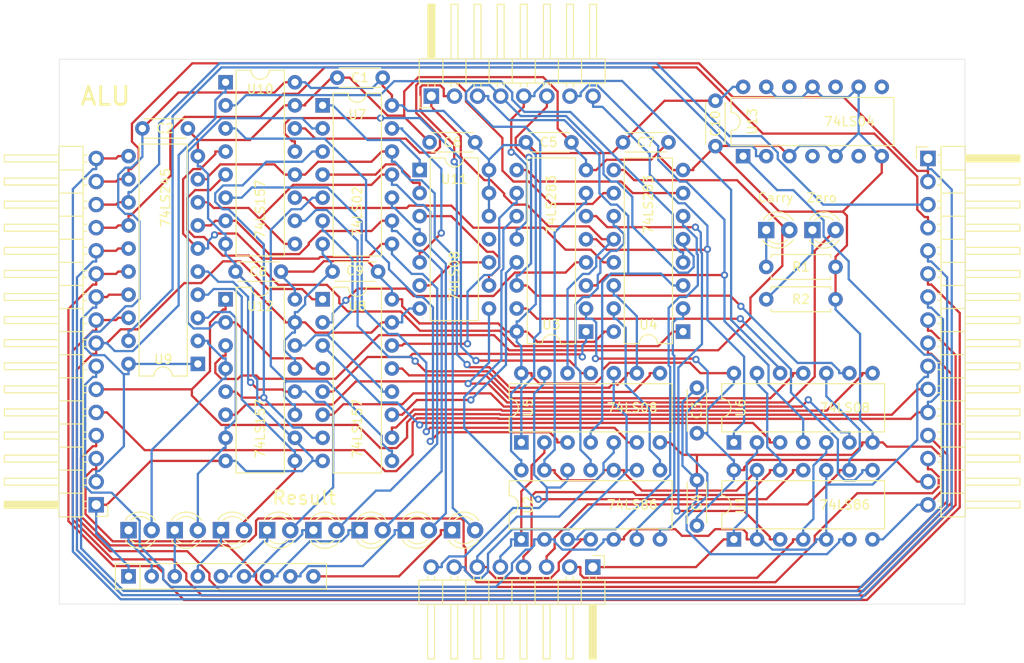
<source format=kicad_pcb>
(kicad_pcb (version 20171130) (host pcbnew "(5.1.9-0-10_14)")
  (layers (0 F.Cu signal) (31 B.Cu signal) (34 B.Paste user) (35 F.Paste user) (36 B.SilkS user) (37 F.SilkS user) (38 B.Mask user) (39 F.Mask user) (44 Edge.Cuts user))
  (net 0 "")
  (net 1 "Net-(D1-Pad2)")
  (net 2 "Net-(D1-Pad1)")
  (net 3 "Net-(D2-Pad2)")
  (net 4 "Net-(D2-Pad1)")
  (net 5 "Net-(D3-Pad2)")
  (net 6 "Net-(D3-Pad1)")
  (net 7 "Net-(D4-Pad2)")
  (net 8 "Net-(D4-Pad1)")
  (net 9 "Net-(D5-Pad2)")
  (net 10 "Net-(D5-Pad1)")
  (net 11 "Net-(D6-Pad2)")
  (net 12 "Net-(D6-Pad1)")
  (net 13 "Net-(D7-Pad2)")
  (net 14 "Net-(D7-Pad1)")
  (net 15 "Net-(D8-Pad2)")
  (net 16 "Net-(D8-Pad1)")
  (net 17 CF)
  (net 18 "Net-(D9-Pad1)")
  (net 19 ZF)
  (net 20 "Net-(D10-Pad1)")
  (net 21 BUS7)
  (net 22 BUS6)
  (net 23 BUS5)
  (net 24 BUS4)
  (net 25 BUS3)
  (net 26 BUS2)
  (net 27 BUS1)
  (net 28 BUS0)
  (net 29 SIG1)
  (net 30 SIG0)
  (net 31 SIG_IN)
  (net 32 SIG_OUT)
  (net 33 CLOCK)
  (net 34 RESET)
  (net 35 VCC)
  (net 36 GND)
  (net 37 B7)
  (net 38 B6)
  (net 39 B5)
  (net 40 B4)
  (net 41 B3)
  (net 42 B2)
  (net 43 B1)
  (net 44 B0)
  (net 45 A0)
  (net 46 A1)
  (net 47 A2)
  (net 48 A3)
  (net 49 A4)
  (net 50 A5)
  (net 51 A6)
  (net 52 A7)
  (net 53 "Net-(U1-Pad6)")
  (net 54 "Net-(U1-Pad11)")
  (net 55 "Net-(U1-Pad3)")
  (net 56 "Net-(U1-Pad8)")
  (net 57 "Net-(U2-Pad6)")
  (net 58 "Net-(U2-Pad11)")
  (net 59 "Net-(U2-Pad3)")
  (net 60 "Net-(U2-Pad8)")
  (net 61 "Net-(U3-Pad9)")
  (net 62 "Net-(U6-Pad11)")
  (net 63 "Net-(U6-Pad3)")
  (net 64 "Net-(U3-Pad13)")
  (net 65 "Net-(U3-Pad4)")
  (net 66 "Net-(U3-Pad10)")
  (net 67 "Net-(U3-Pad1)")
  (net 68 "Net-(U10-Pad11)")
  (net 69 "Net-(U10-Pad2)")
  (net 70 "Net-(U10-Pad14)")
  (net 71 "Net-(U10-Pad5)")
  (net 72 "Net-(U10-Pad6)")
  (net 73 "Net-(U10-Pad13)")
  (net 74 "Net-(U10-Pad3)")
  (net 75 "Net-(U10-Pad10)")
  (net 76 "Net-(U6-Pad6)")
  (net 77 "Net-(U6-Pad8)")
  (net 78 "Net-(U11-Pad3)")
  (net 79 "Net-(U12-Pad14)")
  (net 80 "Net-(U12-Pad11)")
  (net 81 "Net-(U11-Pad2)")
  (net 82 "Net-(U12-Pad5)")
  (net 83 "Net-(U11-Pad5)")
  (net 84 "Net-(U12-Pad2)")
  (net 85 "Net-(U11-Pad4)")
  (net 86 "Net-(U11-Pad1)")
  (net 87 "Net-(U13-Pad2)")
  (net 88 "Net-(U11-Pad10)")
  (net 89 "Net-(U11-Pad11)")
  (net 90 "Net-(U13-Pad6)")
  (net 91 "Net-(U13-Pad12)")
  (net 92 "Net-(U13-Pad4)")
  (net 93 "Net-(U13-Pad10)")
  (net 94 "Net-(U13-Pad8)")
  (module Capacitor_THT:C_Disc_D4.3mm_W1.9mm_P5.00mm (layer F.Cu) (at 103.632 38.608 270)
    (fp_text reference C10 (at 2.518 0 90) (layer F.SilkS))
    (fp_text value 100nF)
    (pad 2 thru_hole circle (at 5 0 270) (size 1.6 1.6) (drill 0.8) (layers *.Cu *.Mask) (net 36 GND))
    (pad 1 thru_hole circle (at 0 0 270) (size 1.6 1.6) (drill 0.8) (layers *.Cu *.Mask) (net 35 VCC))
  )
  (module Capacitor_THT:C_Disc_D4.3mm_W1.9mm_P5.00mm (layer F.Cu) (at 66.548 57.404 180)
    (fp_text reference C9 (at 2.54 0.106) (layer F.SilkS))
    (fp_text value 100nF)
    (pad 2 thru_hole circle (at 5 0 180) (size 1.6 1.6) (drill 0.8) (layers *.Cu *.Mask) (net 36 GND))
    (pad 1 thru_hole circle (at 0 0 180) (size 1.6 1.6) (drill 0.8) (layers *.Cu *.Mask) (net 35 VCC))
  )
  (module Capacitor_THT:C_Disc_D4.3mm_W1.9mm_P5.00mm (layer F.Cu) (at 55.88 57.404 180)
    (fp_text reference C8 (at 2.5 0) (layer F.SilkS))
    (fp_text value 100nF)
    (pad 2 thru_hole circle (at 5 0 180) (size 1.6 1.6) (drill 0.8) (layers *.Cu *.Mask) (net 36 GND))
    (pad 1 thru_hole circle (at 0 0 180) (size 1.6 1.6) (drill 0.8) (layers *.Cu *.Mask) (net 35 VCC))
  )
  (module Package_DIP:DIP-14_W7.62mm (layer F.Cu) (at 106.68 44.704 90)
    (fp_text reference U13 (at 3.81 1.016 90) (layer F.SilkS))
    (fp_text value 74LS04 (at 3.81 11.684 180) (layer F.SilkS))
    (pad 14 thru_hole oval (at 7.62 0 90) (size 1.6 1.6) (drill 0.8) (layers *.Cu *.Mask) (net 35 VCC))
    (pad 7 thru_hole oval (at 0 15.24 90) (size 1.6 1.6) (drill 0.8) (layers *.Cu *.Mask) (net 36 GND))
    (pad 13 thru_hole oval (at 7.62 2.54 90) (size 1.6 1.6) (drill 0.8) (layers *.Cu *.Mask) (net 36 GND))
    (pad 6 thru_hole oval (at 0 12.7 90) (size 1.6 1.6) (drill 0.8) (layers *.Cu *.Mask) (net 90 "Net-(U13-Pad6)"))
    (pad 12 thru_hole oval (at 7.62 5.08 90) (size 1.6 1.6) (drill 0.8) (layers *.Cu *.Mask) (net 91 "Net-(U13-Pad12)"))
    (pad 5 thru_hole oval (at 0 10.16 90) (size 1.6 1.6) (drill 0.8) (layers *.Cu *.Mask) (net 36 GND))
    (pad 11 thru_hole oval (at 7.62 7.62 90) (size 1.6 1.6) (drill 0.8) (layers *.Cu *.Mask) (net 36 GND))
    (pad 4 thru_hole oval (at 0 7.62 90) (size 1.6 1.6) (drill 0.8) (layers *.Cu *.Mask) (net 92 "Net-(U13-Pad4)"))
    (pad 10 thru_hole oval (at 7.62 10.16 90) (size 1.6 1.6) (drill 0.8) (layers *.Cu *.Mask) (net 93 "Net-(U13-Pad10)"))
    (pad 3 thru_hole oval (at 0 5.08 90) (size 1.6 1.6) (drill 0.8) (layers *.Cu *.Mask) (net 36 GND))
    (pad 9 thru_hole oval (at 7.62 12.7 90) (size 1.6 1.6) (drill 0.8) (layers *.Cu *.Mask) (net 36 GND))
    (pad 2 thru_hole oval (at 0 2.54 90) (size 1.6 1.6) (drill 0.8) (layers *.Cu *.Mask) (net 87 "Net-(U13-Pad2)"))
    (pad 8 thru_hole oval (at 7.62 15.24 90) (size 1.6 1.6) (drill 0.8) (layers *.Cu *.Mask) (net 94 "Net-(U13-Pad8)"))
    (pad 1 thru_hole rect (at 0 0 90) (size 1.6 1.6) (drill 0.8) (layers *.Cu *.Mask) (net 32 SIG_OUT))
  )
  (module Package_DIP:DIP-14_W7.62mm (layer F.Cu) (at 71.12 46.228)
    (fp_text reference U11 (at 3.81 1.016) (layer F.SilkS))
    (fp_text value 74LS08 (at 3.81 11.684 90) (layer F.SilkS))
    (pad 14 thru_hole oval (at 7.62 0) (size 1.6 1.6) (drill 0.8) (layers *.Cu *.Mask) (net 35 VCC))
    (pad 7 thru_hole oval (at 0 15.24) (size 1.6 1.6) (drill 0.8) (layers *.Cu *.Mask) (net 36 GND))
    (pad 13 thru_hole oval (at 7.62 2.54) (size 1.6 1.6) (drill 0.8) (layers *.Cu *.Mask) (net 35 VCC))
    (pad 6 thru_hole oval (at 0 12.7) (size 1.6 1.6) (drill 0.8) (layers *.Cu *.Mask) (net 88 "Net-(U11-Pad10)"))
    (pad 12 thru_hole oval (at 7.62 5.08) (size 1.6 1.6) (drill 0.8) (layers *.Cu *.Mask) (net 35 VCC))
    (pad 5 thru_hole oval (at 0 10.16) (size 1.6 1.6) (drill 0.8) (layers *.Cu *.Mask) (net 83 "Net-(U11-Pad5)"))
    (pad 11 thru_hole oval (at 7.62 7.62) (size 1.6 1.6) (drill 0.8) (layers *.Cu *.Mask) (net 89 "Net-(U11-Pad11)"))
    (pad 4 thru_hole oval (at 0 7.62) (size 1.6 1.6) (drill 0.8) (layers *.Cu *.Mask) (net 85 "Net-(U11-Pad4)"))
    (pad 10 thru_hole oval (at 7.62 10.16) (size 1.6 1.6) (drill 0.8) (layers *.Cu *.Mask) (net 88 "Net-(U11-Pad10)"))
    (pad 3 thru_hole oval (at 0 5.08) (size 1.6 1.6) (drill 0.8) (layers *.Cu *.Mask) (net 78 "Net-(U11-Pad3)"))
    (pad 9 thru_hole oval (at 7.62 12.7) (size 1.6 1.6) (drill 0.8) (layers *.Cu *.Mask) (net 78 "Net-(U11-Pad3)"))
    (pad 2 thru_hole oval (at 0 2.54) (size 1.6 1.6) (drill 0.8) (layers *.Cu *.Mask) (net 81 "Net-(U11-Pad2)"))
    (pad 8 thru_hole oval (at 7.62 15.24) (size 1.6 1.6) (drill 0.8) (layers *.Cu *.Mask) (net 19 ZF))
    (pad 1 thru_hole rect (at 0 0) (size 1.6 1.6) (drill 0.8) (layers *.Cu *.Mask) (net 86 "Net-(U11-Pad1)"))
  )
  (module Package_DIP:DIP-14_W7.62mm (layer F.Cu) (at 60.452 39.116)
    (fp_text reference U7 (at 3.81 1.016) (layer F.SilkS))
    (fp_text value 74LS02 (at 3.81 11.684 90) (layer F.SilkS))
    (pad 14 thru_hole oval (at 7.62 0) (size 1.6 1.6) (drill 0.8) (layers *.Cu *.Mask) (net 35 VCC))
    (pad 7 thru_hole oval (at 0 15.24) (size 1.6 1.6) (drill 0.8) (layers *.Cu *.Mask) (net 36 GND))
    (pad 13 thru_hole oval (at 7.62 2.54) (size 1.6 1.6) (drill 0.8) (layers *.Cu *.Mask) (net 83 "Net-(U11-Pad5)"))
    (pad 6 thru_hole oval (at 0 12.7) (size 1.6 1.6) (drill 0.8) (layers *.Cu *.Mask) (net 79 "Net-(U12-Pad14)"))
    (pad 12 thru_hole oval (at 7.62 5.08) (size 1.6 1.6) (drill 0.8) (layers *.Cu *.Mask) (net 15 "Net-(D8-Pad2)"))
    (pad 5 thru_hole oval (at 0 10.16) (size 1.6 1.6) (drill 0.8) (layers *.Cu *.Mask) (net 80 "Net-(U12-Pad11)"))
    (pad 11 thru_hole oval (at 7.62 7.62) (size 1.6 1.6) (drill 0.8) (layers *.Cu *.Mask) (net 13 "Net-(D7-Pad2)"))
    (pad 4 thru_hole oval (at 0 7.62) (size 1.6 1.6) (drill 0.8) (layers *.Cu *.Mask) (net 81 "Net-(U11-Pad2)"))
    (pad 10 thru_hole oval (at 7.62 10.16) (size 1.6 1.6) (drill 0.8) (layers *.Cu *.Mask) (net 85 "Net-(U11-Pad4)"))
    (pad 3 thru_hole oval (at 0 5.08) (size 1.6 1.6) (drill 0.8) (layers *.Cu *.Mask) (net 82 "Net-(U12-Pad5)"))
    (pad 9 thru_hole oval (at 7.62 12.7) (size 1.6 1.6) (drill 0.8) (layers *.Cu *.Mask) (net 11 "Net-(D6-Pad2)"))
    (pad 2 thru_hole oval (at 0 2.54) (size 1.6 1.6) (drill 0.8) (layers *.Cu *.Mask) (net 84 "Net-(U12-Pad2)"))
    (pad 8 thru_hole oval (at 7.62 15.24) (size 1.6 1.6) (drill 0.8) (layers *.Cu *.Mask) (net 9 "Net-(D5-Pad2)"))
    (pad 1 thru_hole rect (at 0 0) (size 1.6 1.6) (drill 0.8) (layers *.Cu *.Mask) (net 86 "Net-(U11-Pad1)"))
  )
  (module Package_DIP:DIP-16_W7.62mm (layer F.Cu) (at 49.784 60.452)
    (fp_text reference U12 (at 3.81 0.762) (layer F.SilkS))
    (fp_text value 74LS157 (at 3.81 14.224 90) (layer F.SilkS))
    (pad 16 thru_hole oval (at 7.62 0) (size 1.6 1.6) (drill 0.8) (layers *.Cu *.Mask) (net 35 VCC))
    (pad 8 thru_hole oval (at 0 17.78) (size 1.6 1.6) (drill 0.8) (layers *.Cu *.Mask) (net 36 GND))
    (pad 15 thru_hole oval (at 7.62 2.54) (size 1.6 1.6) (drill 0.8) (layers *.Cu *.Mask) (net 36 GND))
    (pad 7 thru_hole oval (at 0 15.24) (size 1.6 1.6) (drill 0.8) (layers *.Cu *.Mask) (net 3 "Net-(D2-Pad2)"))
    (pad 14 thru_hole oval (at 7.62 5.08) (size 1.6 1.6) (drill 0.8) (layers *.Cu *.Mask) (net 79 "Net-(U12-Pad14)"))
    (pad 6 thru_hole oval (at 0 12.7) (size 1.6 1.6) (drill 0.8) (layers *.Cu *.Mask) (net 19 ZF))
    (pad 13 thru_hole oval (at 7.62 7.62) (size 1.6 1.6) (drill 0.8) (layers *.Cu *.Mask) (net 36 GND))
    (pad 5 thru_hole oval (at 0 10.16) (size 1.6 1.6) (drill 0.8) (layers *.Cu *.Mask) (net 82 "Net-(U12-Pad5)"))
    (pad 12 thru_hole oval (at 7.62 10.16) (size 1.6 1.6) (drill 0.8) (layers *.Cu *.Mask) (net 7 "Net-(D4-Pad2)"))
    (pad 4 thru_hole oval (at 0 7.62) (size 1.6 1.6) (drill 0.8) (layers *.Cu *.Mask) (net 1 "Net-(D1-Pad2)"))
    (pad 11 thru_hole oval (at 7.62 12.7) (size 1.6 1.6) (drill 0.8) (layers *.Cu *.Mask) (net 80 "Net-(U12-Pad11)"))
    (pad 3 thru_hole oval (at 0 5.08) (size 1.6 1.6) (drill 0.8) (layers *.Cu *.Mask) (net 17 CF))
    (pad 10 thru_hole oval (at 7.62 15.24) (size 1.6 1.6) (drill 0.8) (layers *.Cu *.Mask) (net 36 GND))
    (pad 2 thru_hole oval (at 0 2.54) (size 1.6 1.6) (drill 0.8) (layers *.Cu *.Mask) (net 84 "Net-(U12-Pad2)"))
    (pad 9 thru_hole oval (at 7.62 17.78) (size 1.6 1.6) (drill 0.8) (layers *.Cu *.Mask) (net 5 "Net-(D3-Pad2)"))
    (pad 1 thru_hole rect (at 0 0) (size 1.6 1.6) (drill 0.8) (layers *.Cu *.Mask) (net 31 SIG_IN))
  )
  (module Package_DIP:DIP-16_W7.62mm (layer F.Cu) (at 49.784 36.576)
    (fp_text reference U10 (at 3.81 0.762) (layer F.SilkS))
    (fp_text value 74LS157 (at 3.81 13.97 90) (layer F.SilkS))
    (pad 16 thru_hole oval (at 7.62 0) (size 1.6 1.6) (drill 0.8) (layers *.Cu *.Mask) (net 35 VCC))
    (pad 8 thru_hole oval (at 0 17.78) (size 1.6 1.6) (drill 0.8) (layers *.Cu *.Mask) (net 36 GND))
    (pad 15 thru_hole oval (at 7.62 2.54) (size 1.6 1.6) (drill 0.8) (layers *.Cu *.Mask) (net 36 GND))
    (pad 7 thru_hole oval (at 0 15.24) (size 1.6 1.6) (drill 0.8) (layers *.Cu *.Mask) (net 11 "Net-(D6-Pad2)"))
    (pad 14 thru_hole oval (at 7.62 5.08) (size 1.6 1.6) (drill 0.8) (layers *.Cu *.Mask) (net 70 "Net-(U10-Pad14)"))
    (pad 6 thru_hole oval (at 0 12.7) (size 1.6 1.6) (drill 0.8) (layers *.Cu *.Mask) (net 72 "Net-(U10-Pad6)"))
    (pad 13 thru_hole oval (at 7.62 7.62) (size 1.6 1.6) (drill 0.8) (layers *.Cu *.Mask) (net 73 "Net-(U10-Pad13)"))
    (pad 5 thru_hole oval (at 0 10.16) (size 1.6 1.6) (drill 0.8) (layers *.Cu *.Mask) (net 71 "Net-(U10-Pad5)"))
    (pad 12 thru_hole oval (at 7.62 10.16) (size 1.6 1.6) (drill 0.8) (layers *.Cu *.Mask) (net 15 "Net-(D8-Pad2)"))
    (pad 4 thru_hole oval (at 0 7.62) (size 1.6 1.6) (drill 0.8) (layers *.Cu *.Mask) (net 9 "Net-(D5-Pad2)"))
    (pad 11 thru_hole oval (at 7.62 12.7) (size 1.6 1.6) (drill 0.8) (layers *.Cu *.Mask) (net 68 "Net-(U10-Pad11)"))
    (pad 3 thru_hole oval (at 0 5.08) (size 1.6 1.6) (drill 0.8) (layers *.Cu *.Mask) (net 74 "Net-(U10-Pad3)"))
    (pad 10 thru_hole oval (at 7.62 15.24) (size 1.6 1.6) (drill 0.8) (layers *.Cu *.Mask) (net 75 "Net-(U10-Pad10)"))
    (pad 2 thru_hole oval (at 0 2.54) (size 1.6 1.6) (drill 0.8) (layers *.Cu *.Mask) (net 69 "Net-(U10-Pad2)"))
    (pad 9 thru_hole oval (at 7.62 17.78) (size 1.6 1.6) (drill 0.8) (layers *.Cu *.Mask) (net 13 "Net-(D7-Pad2)"))
    (pad 1 thru_hole rect (at 0 0) (size 1.6 1.6) (drill 0.8) (layers *.Cu *.Mask) (net 29 SIG1))
  )
  (module Package_DIP:DIP-16_W7.62mm (layer F.Cu) (at 60.452 60.452)
    (fp_text reference U8 (at 3.81 0.762) (layer F.SilkS))
    (fp_text value 74LS157 (at 3.81 14.224 90) (layer F.SilkS))
    (pad 16 thru_hole oval (at 7.62 0) (size 1.6 1.6) (drill 0.8) (layers *.Cu *.Mask) (net 35 VCC))
    (pad 8 thru_hole oval (at 0 17.78) (size 1.6 1.6) (drill 0.8) (layers *.Cu *.Mask) (net 36 GND))
    (pad 15 thru_hole oval (at 7.62 2.54) (size 1.6 1.6) (drill 0.8) (layers *.Cu *.Mask) (net 36 GND))
    (pad 7 thru_hole oval (at 0 15.24) (size 1.6 1.6) (drill 0.8) (layers *.Cu *.Mask) (net 82 "Net-(U12-Pad5)"))
    (pad 14 thru_hole oval (at 7.62 5.08) (size 1.6 1.6) (drill 0.8) (layers *.Cu *.Mask) (net 66 "Net-(U3-Pad10)"))
    (pad 6 thru_hole oval (at 0 12.7) (size 1.6 1.6) (drill 0.8) (layers *.Cu *.Mask) (net 76 "Net-(U6-Pad6)"))
    (pad 13 thru_hole oval (at 7.62 7.62) (size 1.6 1.6) (drill 0.8) (layers *.Cu *.Mask) (net 62 "Net-(U6-Pad11)"))
    (pad 5 thru_hole oval (at 0 10.16) (size 1.6 1.6) (drill 0.8) (layers *.Cu *.Mask) (net 67 "Net-(U3-Pad1)"))
    (pad 12 thru_hole oval (at 7.62 10.16) (size 1.6 1.6) (drill 0.8) (layers *.Cu *.Mask) (net 79 "Net-(U12-Pad14)"))
    (pad 4 thru_hole oval (at 0 7.62) (size 1.6 1.6) (drill 0.8) (layers *.Cu *.Mask) (net 84 "Net-(U12-Pad2)"))
    (pad 11 thru_hole oval (at 7.62 12.7) (size 1.6 1.6) (drill 0.8) (layers *.Cu *.Mask) (net 64 "Net-(U3-Pad13)"))
    (pad 3 thru_hole oval (at 0 5.08) (size 1.6 1.6) (drill 0.8) (layers *.Cu *.Mask) (net 63 "Net-(U6-Pad3)"))
    (pad 10 thru_hole oval (at 7.62 15.24) (size 1.6 1.6) (drill 0.8) (layers *.Cu *.Mask) (net 77 "Net-(U6-Pad8)"))
    (pad 2 thru_hole oval (at 0 2.54) (size 1.6 1.6) (drill 0.8) (layers *.Cu *.Mask) (net 65 "Net-(U3-Pad4)"))
    (pad 9 thru_hole oval (at 7.62 17.78) (size 1.6 1.6) (drill 0.8) (layers *.Cu *.Mask) (net 80 "Net-(U12-Pad11)"))
    (pad 1 thru_hole rect (at 0 0) (size 1.6 1.6) (drill 0.8) (layers *.Cu *.Mask) (net 29 SIG1))
  )
  (module Package_DIP:DIP-14_W7.62mm (layer F.Cu) (at 105.664 76.2 90)
    (fp_text reference U6 (at 3.81 0.762 90) (layer F.SilkS))
    (fp_text value 74LS08 (at 3.81 12.192 180) (layer F.SilkS))
    (pad 14 thru_hole oval (at 7.62 0 90) (size 1.6 1.6) (drill 0.8) (layers *.Cu *.Mask) (net 35 VCC))
    (pad 7 thru_hole oval (at 0 15.24 90) (size 1.6 1.6) (drill 0.8) (layers *.Cu *.Mask) (net 36 GND))
    (pad 13 thru_hole oval (at 7.62 2.54 90) (size 1.6 1.6) (drill 0.8) (layers *.Cu *.Mask) (net 41 B3))
    (pad 6 thru_hole oval (at 0 12.7 90) (size 1.6 1.6) (drill 0.8) (layers *.Cu *.Mask) (net 76 "Net-(U6-Pad6)"))
    (pad 12 thru_hole oval (at 7.62 5.08 90) (size 1.6 1.6) (drill 0.8) (layers *.Cu *.Mask) (net 48 A3))
    (pad 5 thru_hole oval (at 0 10.16 90) (size 1.6 1.6) (drill 0.8) (layers *.Cu *.Mask) (net 43 B1))
    (pad 11 thru_hole oval (at 7.62 7.62 90) (size 1.6 1.6) (drill 0.8) (layers *.Cu *.Mask) (net 62 "Net-(U6-Pad11)"))
    (pad 4 thru_hole oval (at 0 7.62 90) (size 1.6 1.6) (drill 0.8) (layers *.Cu *.Mask) (net 46 A1))
    (pad 10 thru_hole oval (at 7.62 10.16 90) (size 1.6 1.6) (drill 0.8) (layers *.Cu *.Mask) (net 42 B2))
    (pad 3 thru_hole oval (at 0 5.08 90) (size 1.6 1.6) (drill 0.8) (layers *.Cu *.Mask) (net 63 "Net-(U6-Pad3)"))
    (pad 9 thru_hole oval (at 7.62 12.7 90) (size 1.6 1.6) (drill 0.8) (layers *.Cu *.Mask) (net 47 A2))
    (pad 2 thru_hole oval (at 0 2.54 90) (size 1.6 1.6) (drill 0.8) (layers *.Cu *.Mask) (net 44 B0))
    (pad 8 thru_hole oval (at 7.62 15.24 90) (size 1.6 1.6) (drill 0.8) (layers *.Cu *.Mask) (net 77 "Net-(U6-Pad8)"))
    (pad 1 thru_hole rect (at 0 0 90) (size 1.6 1.6) (drill 0.8) (layers *.Cu *.Mask) (net 45 A0))
  )
  (module Package_DIP:DIP-14_W7.62mm (layer F.Cu) (at 82.296 76.2 90)
    (fp_text reference U5 (at 3.81 0.762 90) (layer F.SilkS))
    (fp_text value 74LS08 (at 3.81 12.192 180) (layer F.SilkS))
    (pad 14 thru_hole oval (at 7.62 0 90) (size 1.6 1.6) (drill 0.8) (layers *.Cu *.Mask) (net 35 VCC))
    (pad 7 thru_hole oval (at 0 15.24 90) (size 1.6 1.6) (drill 0.8) (layers *.Cu *.Mask) (net 36 GND))
    (pad 13 thru_hole oval (at 7.62 2.54 90) (size 1.6 1.6) (drill 0.8) (layers *.Cu *.Mask) (net 37 B7))
    (pad 6 thru_hole oval (at 0 12.7 90) (size 1.6 1.6) (drill 0.8) (layers *.Cu *.Mask) (net 72 "Net-(U10-Pad6)"))
    (pad 12 thru_hole oval (at 7.62 5.08 90) (size 1.6 1.6) (drill 0.8) (layers *.Cu *.Mask) (net 52 A7))
    (pad 5 thru_hole oval (at 0 10.16 90) (size 1.6 1.6) (drill 0.8) (layers *.Cu *.Mask) (net 39 B5))
    (pad 11 thru_hole oval (at 7.62 7.62 90) (size 1.6 1.6) (drill 0.8) (layers *.Cu *.Mask) (net 73 "Net-(U10-Pad13)"))
    (pad 4 thru_hole oval (at 0 7.62 90) (size 1.6 1.6) (drill 0.8) (layers *.Cu *.Mask) (net 50 A5))
    (pad 10 thru_hole oval (at 7.62 10.16 90) (size 1.6 1.6) (drill 0.8) (layers *.Cu *.Mask) (net 38 B6))
    (pad 3 thru_hole oval (at 0 5.08 90) (size 1.6 1.6) (drill 0.8) (layers *.Cu *.Mask) (net 74 "Net-(U10-Pad3)"))
    (pad 9 thru_hole oval (at 7.62 12.7 90) (size 1.6 1.6) (drill 0.8) (layers *.Cu *.Mask) (net 51 A6))
    (pad 2 thru_hole oval (at 0 2.54 90) (size 1.6 1.6) (drill 0.8) (layers *.Cu *.Mask) (net 40 B4))
    (pad 8 thru_hole oval (at 7.62 15.24 90) (size 1.6 1.6) (drill 0.8) (layers *.Cu *.Mask) (net 75 "Net-(U10-Pad10)"))
    (pad 1 thru_hole rect (at 0 0 90) (size 1.6 1.6) (drill 0.8) (layers *.Cu *.Mask) (net 49 A4))
  )
  (module Capacitor_THT:C_Disc_D4.3mm_W1.9mm_P5.00mm (layer F.Cu) (at 93.472 43.18)
    (fp_text reference C7 (at 2.5 0) (layer F.SilkS))
    (fp_text value 100nF)
    (pad 2 thru_hole circle (at 5 0) (size 1.6 1.6) (drill 0.8) (layers *.Cu *.Mask) (net 36 GND))
    (pad 1 thru_hole circle (at 0 0) (size 1.6 1.6) (drill 0.8) (layers *.Cu *.Mask) (net 35 VCC))
  )
  (module Capacitor_THT:C_Disc_D4.3mm_W1.9mm_P5.00mm (layer F.Cu) (at 77.216 43.18 180)
    (fp_text reference C6 (at 2.5 0) (layer F.SilkS))
    (fp_text value 100nF)
    (pad 2 thru_hole circle (at 5 0 180) (size 1.6 1.6) (drill 0.8) (layers *.Cu *.Mask) (net 36 GND))
    (pad 1 thru_hole circle (at 0 0 180) (size 1.6 1.6) (drill 0.8) (layers *.Cu *.Mask) (net 35 VCC))
  )
  (module Capacitor_THT:C_Disc_D4.3mm_W1.9mm_P5.00mm (layer F.Cu) (at 82.804 43.18)
    (fp_text reference C5 (at 2.5 0) (layer F.SilkS))
    (fp_text value 100nF)
    (pad 2 thru_hole circle (at 5 0) (size 1.6 1.6) (drill 0.8) (layers *.Cu *.Mask) (net 36 GND))
    (pad 1 thru_hole circle (at 0 0) (size 1.6 1.6) (drill 0.8) (layers *.Cu *.Mask) (net 35 VCC))
  )
  (module Capacitor_THT:C_Disc_D4.3mm_W1.9mm_P5.00mm (layer F.Cu) (at 101.6 85.344 90)
    (fp_text reference C4 (at 2.54 0 90) (layer F.SilkS))
    (fp_text value 100nF)
    (pad 2 thru_hole circle (at 5 0 90) (size 1.6 1.6) (drill 0.8) (layers *.Cu *.Mask) (net 36 GND))
    (pad 1 thru_hole circle (at 0 0 90) (size 1.6 1.6) (drill 0.8) (layers *.Cu *.Mask) (net 35 VCC))
  )
  (module Capacitor_THT:C_Disc_D4.3mm_W1.9mm_P5.00mm (layer F.Cu) (at 101.6 75.184 90)
    (fp_text reference C3 (at 2.5 0 90) (layer F.SilkS))
    (fp_text value 100nF)
    (pad 2 thru_hole circle (at 5 0 90) (size 1.6 1.6) (drill 0.8) (layers *.Cu *.Mask) (net 36 GND))
    (pad 1 thru_hole circle (at 0 0 90) (size 1.6 1.6) (drill 0.8) (layers *.Cu *.Mask) (net 35 VCC))
  )
  (module Capacitor_THT:C_Disc_D4.3mm_W1.9mm_P5.00mm (layer F.Cu) (at 40.64 41.656)
    (fp_text reference C2 (at 2.5 0) (layer F.SilkS))
    (fp_text value 100nF)
    (pad 2 thru_hole circle (at 5 0) (size 1.6 1.6) (drill 0.8) (layers *.Cu *.Mask) (net 36 GND))
    (pad 1 thru_hole circle (at 0 0) (size 1.6 1.6) (drill 0.8) (layers *.Cu *.Mask) (net 35 VCC))
  )
  (module Capacitor_THT:C_Disc_D4.3mm_W1.9mm_P5.00mm (layer F.Cu) (at 67.056 36.068 180)
    (fp_text reference C1 (at 2.5 0) (layer F.SilkS))
    (fp_text value 100nF)
    (pad 2 thru_hole circle (at 5 0 180) (size 1.6 1.6) (drill 0.8) (layers *.Cu *.Mask) (net 36 GND))
    (pad 1 thru_hole circle (at 0 0 180) (size 1.6 1.6) (drill 0.8) (layers *.Cu *.Mask) (net 35 VCC))
  )
  (module LED_THT:LED_D3.0mm_Clear (layer F.Cu) (at 114.3 52.832)
    (fp_text reference D10 hide)
    (fp_text value LED)
    (pad 2 thru_hole circle (at 2.54 0) (size 1.8 1.8) (drill 0.9) (layers *.Cu *.Mask) (net 19 ZF))
    (pad 1 thru_hole rect (at 0 0) (size 1.8 1.8) (drill 0.9) (layers *.Cu *.Mask) (net 20 "Net-(D10-Pad1)"))
  )
  (module LED_THT:LED_D3.0mm_Clear (layer F.Cu) (at 109.22 52.832)
    (fp_text reference D9 hide)
    (fp_text value LED)
    (pad 2 thru_hole circle (at 2.54 0) (size 1.8 1.8) (drill 0.9) (layers *.Cu *.Mask) (net 17 CF))
    (pad 1 thru_hole rect (at 0 0) (size 1.8 1.8) (drill 0.9) (layers *.Cu *.Mask) (net 18 "Net-(D9-Pad1)"))
  )
  (module LED_THT:LED_D3.0mm_Clear (layer F.Cu) (at 74.676 85.852)
    (fp_text reference D8 hide)
    (fp_text value LED)
    (pad 2 thru_hole circle (at 2.54 0) (size 1.8 1.8) (drill 0.9) (layers *.Cu *.Mask) (net 15 "Net-(D8-Pad2)"))
    (pad 1 thru_hole rect (at 0 0) (size 1.8 1.8) (drill 0.9) (layers *.Cu *.Mask) (net 16 "Net-(D8-Pad1)"))
  )
  (module LED_THT:LED_D3.0mm_Clear (layer F.Cu) (at 69.596 85.852)
    (fp_text reference D7 hide)
    (fp_text value LED)
    (pad 2 thru_hole circle (at 2.54 0) (size 1.8 1.8) (drill 0.9) (layers *.Cu *.Mask) (net 13 "Net-(D7-Pad2)"))
    (pad 1 thru_hole rect (at 0 0) (size 1.8 1.8) (drill 0.9) (layers *.Cu *.Mask) (net 14 "Net-(D7-Pad1)"))
  )
  (module LED_THT:LED_D3.0mm_Clear (layer F.Cu) (at 64.516 85.852)
    (fp_text reference D6 hide)
    (fp_text value LED)
    (pad 2 thru_hole circle (at 2.54 0) (size 1.8 1.8) (drill 0.9) (layers *.Cu *.Mask) (net 11 "Net-(D6-Pad2)"))
    (pad 1 thru_hole rect (at 0 0) (size 1.8 1.8) (drill 0.9) (layers *.Cu *.Mask) (net 12 "Net-(D6-Pad1)"))
  )
  (module LED_THT:LED_D3.0mm_Clear (layer F.Cu) (at 59.436 85.852)
    (fp_text reference D5 hide)
    (fp_text value LED)
    (pad 2 thru_hole circle (at 2.54 0) (size 1.8 1.8) (drill 0.9) (layers *.Cu *.Mask) (net 9 "Net-(D5-Pad2)"))
    (pad 1 thru_hole rect (at 0 0) (size 1.8 1.8) (drill 0.9) (layers *.Cu *.Mask) (net 10 "Net-(D5-Pad1)"))
  )
  (module LED_THT:LED_D3.0mm_Clear (layer F.Cu) (at 54.356 85.852)
    (fp_text reference D4 hide)
    (fp_text value LED)
    (pad 2 thru_hole circle (at 2.54 0) (size 1.8 1.8) (drill 0.9) (layers *.Cu *.Mask) (net 7 "Net-(D4-Pad2)"))
    (pad 1 thru_hole rect (at 0 0) (size 1.8 1.8) (drill 0.9) (layers *.Cu *.Mask) (net 8 "Net-(D4-Pad1)"))
  )
  (module LED_THT:LED_D3.0mm_Clear (layer F.Cu) (at 49.276 85.852)
    (fp_text reference D3 hide)
    (fp_text value LED)
    (pad 2 thru_hole circle (at 2.54 0) (size 1.8 1.8) (drill 0.9) (layers *.Cu *.Mask) (net 5 "Net-(D3-Pad2)"))
    (pad 1 thru_hole rect (at 0 0) (size 1.8 1.8) (drill 0.9) (layers *.Cu *.Mask) (net 6 "Net-(D3-Pad1)"))
  )
  (module LED_THT:LED_D3.0mm_Clear (layer F.Cu) (at 44.196 85.852)
    (fp_text reference D2 hide)
    (fp_text value LED)
    (pad 2 thru_hole circle (at 2.54 0) (size 1.8 1.8) (drill 0.9) (layers *.Cu *.Mask) (net 3 "Net-(D2-Pad2)"))
    (pad 1 thru_hole rect (at 0 0) (size 1.8 1.8) (drill 0.9) (layers *.Cu *.Mask) (net 4 "Net-(D2-Pad1)"))
  )
  (module LED_THT:LED_D3.0mm_Clear (layer F.Cu) (at 39.116 85.852)
    (fp_text reference D1 hide)
    (fp_text value LED)
    (pad 2 thru_hole circle (at 2.54 0) (size 1.8 1.8) (drill 0.9) (layers *.Cu *.Mask) (net 1 "Net-(D1-Pad2)"))
    (pad 1 thru_hole rect (at 0 0) (size 1.8 1.8) (drill 0.9) (layers *.Cu *.Mask) (net 2 "Net-(D1-Pad1)"))
  )
  (module Connector_PinHeader_2.54mm:PinHeader_1x08_P2.54mm_Horizontal (layer F.Cu) (at 72.405 38.1 90)
    (fp_text reference J4 hide)
    (fp_text value Conn_01x08)
    (pad 8 thru_hole oval (at 0 17.78 90) (size 1.7 1.7) (drill 1) (layers *.Cu *.Mask) (net 45 A0))
    (pad 7 thru_hole oval (at 0 15.24 90) (size 1.7 1.7) (drill 1) (layers *.Cu *.Mask) (net 46 A1))
    (pad 6 thru_hole oval (at 0 12.7 90) (size 1.7 1.7) (drill 1) (layers *.Cu *.Mask) (net 47 A2))
    (pad 5 thru_hole oval (at 0 10.16 90) (size 1.7 1.7) (drill 1) (layers *.Cu *.Mask) (net 48 A3))
    (pad 4 thru_hole oval (at 0 7.62 90) (size 1.7 1.7) (drill 1) (layers *.Cu *.Mask) (net 49 A4))
    (pad 3 thru_hole oval (at 0 5.08 90) (size 1.7 1.7) (drill 1) (layers *.Cu *.Mask) (net 50 A5))
    (pad 2 thru_hole oval (at 0 2.54 90) (size 1.7 1.7) (drill 1) (layers *.Cu *.Mask) (net 51 A6))
    (pad 1 thru_hole rect (at 0 0 90) (size 1.7 1.7) (drill 1) (layers *.Cu *.Mask) (net 52 A7))
  )
  (module Connector_PinHeader_2.54mm:PinHeader_1x08_P2.54mm_Horizontal (layer F.Cu) (at 90.155 89.916 270)
    (fp_text reference J3 hide)
    (fp_text value Conn_01x08)
    (pad 8 thru_hole oval (at 0 17.78 270) (size 1.7 1.7) (drill 1) (layers *.Cu *.Mask) (net 37 B7))
    (pad 7 thru_hole oval (at 0 15.24 270) (size 1.7 1.7) (drill 1) (layers *.Cu *.Mask) (net 38 B6))
    (pad 6 thru_hole oval (at 0 12.7 270) (size 1.7 1.7) (drill 1) (layers *.Cu *.Mask) (net 39 B5))
    (pad 5 thru_hole oval (at 0 10.16 270) (size 1.7 1.7) (drill 1) (layers *.Cu *.Mask) (net 40 B4))
    (pad 4 thru_hole oval (at 0 7.62 270) (size 1.7 1.7) (drill 1) (layers *.Cu *.Mask) (net 41 B3))
    (pad 3 thru_hole oval (at 0 5.08 270) (size 1.7 1.7) (drill 1) (layers *.Cu *.Mask) (net 42 B2))
    (pad 2 thru_hole oval (at 0 2.54 270) (size 1.7 1.7) (drill 1) (layers *.Cu *.Mask) (net 43 B1))
    (pad 1 thru_hole rect (at 0 0 270) (size 1.7 1.7) (drill 1) (layers *.Cu *.Mask) (net 44 B0))
  )
  (module Package_DIP:DIP-20_W7.62mm (layer F.Cu) (at 46.736 67.564 180)
    (fp_text reference U9 (at 3.81 0.508) (layer F.SilkS))
    (fp_text value 74LS245 (at 3.556 18.288 90) (layer F.SilkS))
    (pad 20 thru_hole oval (at 7.62 0 180) (size 1.6 1.6) (drill 0.8) (layers *.Cu *.Mask) (net 35 VCC))
    (pad 10 thru_hole oval (at 0 22.86 180) (size 1.6 1.6) (drill 0.8) (layers *.Cu *.Mask) (net 36 GND))
    (pad 19 thru_hole oval (at 7.62 2.54 180) (size 1.6 1.6) (drill 0.8) (layers *.Cu *.Mask) (net 87 "Net-(U13-Pad2)"))
    (pad 9 thru_hole oval (at 0 20.32 180) (size 1.6 1.6) (drill 0.8) (layers *.Cu *.Mask) (net 15 "Net-(D8-Pad2)"))
    (pad 18 thru_hole oval (at 7.62 5.08 180) (size 1.6 1.6) (drill 0.8) (layers *.Cu *.Mask) (net 28 BUS0))
    (pad 8 thru_hole oval (at 0 17.78 180) (size 1.6 1.6) (drill 0.8) (layers *.Cu *.Mask) (net 13 "Net-(D7-Pad2)"))
    (pad 17 thru_hole oval (at 7.62 7.62 180) (size 1.6 1.6) (drill 0.8) (layers *.Cu *.Mask) (net 27 BUS1))
    (pad 7 thru_hole oval (at 0 15.24 180) (size 1.6 1.6) (drill 0.8) (layers *.Cu *.Mask) (net 11 "Net-(D6-Pad2)"))
    (pad 16 thru_hole oval (at 7.62 10.16 180) (size 1.6 1.6) (drill 0.8) (layers *.Cu *.Mask) (net 26 BUS2))
    (pad 6 thru_hole oval (at 0 12.7 180) (size 1.6 1.6) (drill 0.8) (layers *.Cu *.Mask) (net 9 "Net-(D5-Pad2)"))
    (pad 15 thru_hole oval (at 7.62 12.7 180) (size 1.6 1.6) (drill 0.8) (layers *.Cu *.Mask) (net 25 BUS3))
    (pad 5 thru_hole oval (at 0 10.16 180) (size 1.6 1.6) (drill 0.8) (layers *.Cu *.Mask) (net 7 "Net-(D4-Pad2)"))
    (pad 14 thru_hole oval (at 7.62 15.24 180) (size 1.6 1.6) (drill 0.8) (layers *.Cu *.Mask) (net 24 BUS4))
    (pad 4 thru_hole oval (at 0 7.62 180) (size 1.6 1.6) (drill 0.8) (layers *.Cu *.Mask) (net 5 "Net-(D3-Pad2)"))
    (pad 13 thru_hole oval (at 7.62 17.78 180) (size 1.6 1.6) (drill 0.8) (layers *.Cu *.Mask) (net 23 BUS5))
    (pad 3 thru_hole oval (at 0 5.08 180) (size 1.6 1.6) (drill 0.8) (layers *.Cu *.Mask) (net 3 "Net-(D2-Pad2)"))
    (pad 12 thru_hole oval (at 7.62 20.32 180) (size 1.6 1.6) (drill 0.8) (layers *.Cu *.Mask) (net 22 BUS6))
    (pad 2 thru_hole oval (at 0 2.54 180) (size 1.6 1.6) (drill 0.8) (layers *.Cu *.Mask) (net 1 "Net-(D1-Pad2)"))
    (pad 11 thru_hole oval (at 7.62 22.86 180) (size 1.6 1.6) (drill 0.8) (layers *.Cu *.Mask) (net 21 BUS7))
    (pad 1 thru_hole rect (at 0 0 180) (size 1.6 1.6) (drill 0.8) (layers *.Cu *.Mask) (net 35 VCC))
  )
  (module Package_DIP:DIP-16_W7.62mm (layer F.Cu) (at 100.076 64.008 180)
    (fp_text reference U4 (at 3.81 0.762) (layer F.SilkS))
    (fp_text value 74LS283 (at 3.81 13.97 90) (layer F.SilkS))
    (pad 16 thru_hole oval (at 7.62 0 180) (size 1.6 1.6) (drill 0.8) (layers *.Cu *.Mask) (net 35 VCC))
    (pad 8 thru_hole oval (at 0 17.78 180) (size 1.6 1.6) (drill 0.8) (layers *.Cu *.Mask) (net 36 GND))
    (pad 15 thru_hole oval (at 7.62 2.54 180) (size 1.6 1.6) (drill 0.8) (layers *.Cu *.Mask) (net 60 "Net-(U2-Pad8)"))
    (pad 7 thru_hole oval (at 0 15.24 180) (size 1.6 1.6) (drill 0.8) (layers *.Cu *.Mask) (net 61 "Net-(U3-Pad9)"))
    (pad 14 thru_hole oval (at 7.62 5.08 180) (size 1.6 1.6) (drill 0.8) (layers *.Cu *.Mask) (net 51 A6))
    (pad 6 thru_hole oval (at 0 12.7 180) (size 1.6 1.6) (drill 0.8) (layers *.Cu *.Mask) (net 59 "Net-(U2-Pad3)"))
    (pad 13 thru_hole oval (at 7.62 7.62 180) (size 1.6 1.6) (drill 0.8) (layers *.Cu *.Mask) (net 68 "Net-(U10-Pad11)"))
    (pad 5 thru_hole oval (at 0 10.16 180) (size 1.6 1.6) (drill 0.8) (layers *.Cu *.Mask) (net 49 A4))
    (pad 12 thru_hole oval (at 7.62 10.16 180) (size 1.6 1.6) (drill 0.8) (layers *.Cu *.Mask) (net 52 A7))
    (pad 4 thru_hole oval (at 0 7.62 180) (size 1.6 1.6) (drill 0.8) (layers *.Cu *.Mask) (net 69 "Net-(U10-Pad2)"))
    (pad 11 thru_hole oval (at 7.62 12.7 180) (size 1.6 1.6) (drill 0.8) (layers *.Cu *.Mask) (net 58 "Net-(U2-Pad11)"))
    (pad 3 thru_hole oval (at 0 5.08 180) (size 1.6 1.6) (drill 0.8) (layers *.Cu *.Mask) (net 50 A5))
    (pad 10 thru_hole oval (at 7.62 15.24 180) (size 1.6 1.6) (drill 0.8) (layers *.Cu *.Mask) (net 70 "Net-(U10-Pad14)"))
    (pad 2 thru_hole oval (at 0 2.54 180) (size 1.6 1.6) (drill 0.8) (layers *.Cu *.Mask) (net 57 "Net-(U2-Pad6)"))
    (pad 9 thru_hole oval (at 7.62 17.78 180) (size 1.6 1.6) (drill 0.8) (layers *.Cu *.Mask) (net 17 CF))
    (pad 1 thru_hole rect (at 0 0 180) (size 1.6 1.6) (drill 0.8) (layers *.Cu *.Mask) (net 71 "Net-(U10-Pad5)"))
  )
  (module Package_DIP:DIP-16_W7.62mm (layer F.Cu) (at 89.408 64.008 180)
    (fp_text reference U3 (at 3.81 0.762) (layer F.SilkS))
    (fp_text value 74LS283 (at 3.81 13.97 90) (layer F.SilkS))
    (pad 16 thru_hole oval (at 7.62 0 180) (size 1.6 1.6) (drill 0.8) (layers *.Cu *.Mask) (net 35 VCC))
    (pad 8 thru_hole oval (at 0 17.78 180) (size 1.6 1.6) (drill 0.8) (layers *.Cu *.Mask) (net 36 GND))
    (pad 15 thru_hole oval (at 7.62 2.54 180) (size 1.6 1.6) (drill 0.8) (layers *.Cu *.Mask) (net 56 "Net-(U1-Pad8)"))
    (pad 7 thru_hole oval (at 0 15.24 180) (size 1.6 1.6) (drill 0.8) (layers *.Cu *.Mask) (net 30 SIG0))
    (pad 14 thru_hole oval (at 7.62 5.08 180) (size 1.6 1.6) (drill 0.8) (layers *.Cu *.Mask) (net 47 A2))
    (pad 6 thru_hole oval (at 0 12.7 180) (size 1.6 1.6) (drill 0.8) (layers *.Cu *.Mask) (net 55 "Net-(U1-Pad3)"))
    (pad 13 thru_hole oval (at 7.62 7.62 180) (size 1.6 1.6) (drill 0.8) (layers *.Cu *.Mask) (net 64 "Net-(U3-Pad13)"))
    (pad 5 thru_hole oval (at 0 10.16 180) (size 1.6 1.6) (drill 0.8) (layers *.Cu *.Mask) (net 45 A0))
    (pad 12 thru_hole oval (at 7.62 10.16 180) (size 1.6 1.6) (drill 0.8) (layers *.Cu *.Mask) (net 48 A3))
    (pad 4 thru_hole oval (at 0 7.62 180) (size 1.6 1.6) (drill 0.8) (layers *.Cu *.Mask) (net 65 "Net-(U3-Pad4)"))
    (pad 11 thru_hole oval (at 7.62 12.7 180) (size 1.6 1.6) (drill 0.8) (layers *.Cu *.Mask) (net 54 "Net-(U1-Pad11)"))
    (pad 3 thru_hole oval (at 0 5.08 180) (size 1.6 1.6) (drill 0.8) (layers *.Cu *.Mask) (net 46 A1))
    (pad 10 thru_hole oval (at 7.62 15.24 180) (size 1.6 1.6) (drill 0.8) (layers *.Cu *.Mask) (net 66 "Net-(U3-Pad10)"))
    (pad 2 thru_hole oval (at 0 2.54 180) (size 1.6 1.6) (drill 0.8) (layers *.Cu *.Mask) (net 53 "Net-(U1-Pad6)"))
    (pad 9 thru_hole oval (at 7.62 17.78 180) (size 1.6 1.6) (drill 0.8) (layers *.Cu *.Mask) (net 61 "Net-(U3-Pad9)"))
    (pad 1 thru_hole rect (at 0 0 180) (size 1.6 1.6) (drill 0.8) (layers *.Cu *.Mask) (net 67 "Net-(U3-Pad1)"))
  )
  (module Package_DIP:DIP-14_W7.62mm (layer F.Cu) (at 82.296 86.868 90)
    (fp_text reference U2 (at 3.81 0.762 90) (layer F.SilkS))
    (fp_text value 74LS86 (at 3.81 12.192 180) (layer F.SilkS))
    (pad 14 thru_hole oval (at 7.62 0 90) (size 1.6 1.6) (drill 0.8) (layers *.Cu *.Mask) (net 35 VCC))
    (pad 7 thru_hole oval (at 0 15.24 90) (size 1.6 1.6) (drill 0.8) (layers *.Cu *.Mask) (net 36 GND))
    (pad 13 thru_hole oval (at 7.62 2.54 90) (size 1.6 1.6) (drill 0.8) (layers *.Cu *.Mask) (net 30 SIG0))
    (pad 6 thru_hole oval (at 0 12.7 90) (size 1.6 1.6) (drill 0.8) (layers *.Cu *.Mask) (net 57 "Net-(U2-Pad6)"))
    (pad 12 thru_hole oval (at 7.62 5.08 90) (size 1.6 1.6) (drill 0.8) (layers *.Cu *.Mask) (net 37 B7))
    (pad 5 thru_hole oval (at 0 10.16 90) (size 1.6 1.6) (drill 0.8) (layers *.Cu *.Mask) (net 30 SIG0))
    (pad 11 thru_hole oval (at 7.62 7.62 90) (size 1.6 1.6) (drill 0.8) (layers *.Cu *.Mask) (net 58 "Net-(U2-Pad11)"))
    (pad 4 thru_hole oval (at 0 7.62 90) (size 1.6 1.6) (drill 0.8) (layers *.Cu *.Mask) (net 39 B5))
    (pad 10 thru_hole oval (at 7.62 10.16 90) (size 1.6 1.6) (drill 0.8) (layers *.Cu *.Mask) (net 30 SIG0))
    (pad 3 thru_hole oval (at 0 5.08 90) (size 1.6 1.6) (drill 0.8) (layers *.Cu *.Mask) (net 59 "Net-(U2-Pad3)"))
    (pad 9 thru_hole oval (at 7.62 12.7 90) (size 1.6 1.6) (drill 0.8) (layers *.Cu *.Mask) (net 38 B6))
    (pad 2 thru_hole oval (at 0 2.54 90) (size 1.6 1.6) (drill 0.8) (layers *.Cu *.Mask) (net 30 SIG0))
    (pad 8 thru_hole oval (at 7.62 15.24 90) (size 1.6 1.6) (drill 0.8) (layers *.Cu *.Mask) (net 60 "Net-(U2-Pad8)"))
    (pad 1 thru_hole rect (at 0 0 90) (size 1.6 1.6) (drill 0.8) (layers *.Cu *.Mask) (net 40 B4))
  )
  (module Package_DIP:DIP-14_W7.62mm (layer F.Cu) (at 105.664 86.868 90)
    (fp_text reference U1 (at 3.81 0.762 90) (layer F.SilkS))
    (fp_text value 74LS86 (at 3.81 12.192 180) (layer F.SilkS))
    (pad 14 thru_hole oval (at 7.62 0 90) (size 1.6 1.6) (drill 0.8) (layers *.Cu *.Mask) (net 35 VCC))
    (pad 7 thru_hole oval (at 0 15.24 90) (size 1.6 1.6) (drill 0.8) (layers *.Cu *.Mask) (net 36 GND))
    (pad 13 thru_hole oval (at 7.62 2.54 90) (size 1.6 1.6) (drill 0.8) (layers *.Cu *.Mask) (net 30 SIG0))
    (pad 6 thru_hole oval (at 0 12.7 90) (size 1.6 1.6) (drill 0.8) (layers *.Cu *.Mask) (net 53 "Net-(U1-Pad6)"))
    (pad 12 thru_hole oval (at 7.62 5.08 90) (size 1.6 1.6) (drill 0.8) (layers *.Cu *.Mask) (net 41 B3))
    (pad 5 thru_hole oval (at 0 10.16 90) (size 1.6 1.6) (drill 0.8) (layers *.Cu *.Mask) (net 30 SIG0))
    (pad 11 thru_hole oval (at 7.62 7.62 90) (size 1.6 1.6) (drill 0.8) (layers *.Cu *.Mask) (net 54 "Net-(U1-Pad11)"))
    (pad 4 thru_hole oval (at 0 7.62 90) (size 1.6 1.6) (drill 0.8) (layers *.Cu *.Mask) (net 43 B1))
    (pad 10 thru_hole oval (at 7.62 10.16 90) (size 1.6 1.6) (drill 0.8) (layers *.Cu *.Mask) (net 30 SIG0))
    (pad 3 thru_hole oval (at 0 5.08 90) (size 1.6 1.6) (drill 0.8) (layers *.Cu *.Mask) (net 55 "Net-(U1-Pad3)"))
    (pad 9 thru_hole oval (at 7.62 12.7 90) (size 1.6 1.6) (drill 0.8) (layers *.Cu *.Mask) (net 42 B2))
    (pad 2 thru_hole oval (at 0 2.54 90) (size 1.6 1.6) (drill 0.8) (layers *.Cu *.Mask) (net 30 SIG0))
    (pad 8 thru_hole oval (at 7.62 15.24 90) (size 1.6 1.6) (drill 0.8) (layers *.Cu *.Mask) (net 56 "Net-(U1-Pad8)"))
    (pad 1 thru_hole rect (at 0 0 90) (size 1.6 1.6) (drill 0.8) (layers *.Cu *.Mask) (net 44 B0))
  )
  (module Resistor_THT:R_Array_SIP9 (layer F.Cu) (at 39.116 90.932)
    (fp_text reference RN1 hide)
    (fp_text value 1k)
    (pad 9 thru_hole oval (at 20.32 0) (size 1.6 1.6) (drill 0.8) (layers *.Cu *.Mask) (net 16 "Net-(D8-Pad1)"))
    (pad 8 thru_hole oval (at 17.78 0) (size 1.6 1.6) (drill 0.8) (layers *.Cu *.Mask) (net 14 "Net-(D7-Pad1)"))
    (pad 7 thru_hole oval (at 15.24 0) (size 1.6 1.6) (drill 0.8) (layers *.Cu *.Mask) (net 12 "Net-(D6-Pad1)"))
    (pad 6 thru_hole oval (at 12.7 0) (size 1.6 1.6) (drill 0.8) (layers *.Cu *.Mask) (net 10 "Net-(D5-Pad1)"))
    (pad 5 thru_hole oval (at 10.16 0) (size 1.6 1.6) (drill 0.8) (layers *.Cu *.Mask) (net 8 "Net-(D4-Pad1)"))
    (pad 4 thru_hole oval (at 7.62 0) (size 1.6 1.6) (drill 0.8) (layers *.Cu *.Mask) (net 6 "Net-(D3-Pad1)"))
    (pad 3 thru_hole oval (at 5.08 0) (size 1.6 1.6) (drill 0.8) (layers *.Cu *.Mask) (net 4 "Net-(D2-Pad1)"))
    (pad 2 thru_hole oval (at 2.54 0) (size 1.6 1.6) (drill 0.8) (layers *.Cu *.Mask) (net 2 "Net-(D1-Pad1)"))
    (pad 1 thru_hole rect (at 0 0) (size 1.6 1.6) (drill 0.8) (layers *.Cu *.Mask) (net 36 GND))
  )
  (module Resistor_THT:R_Axial_DIN0207_L6.3mm_D2.5mm_P7.62mm_Horizontal (layer F.Cu) (at 109.22 60.452)
    (fp_text reference R2 (at 3.81 0) (layer F.SilkS))
    (fp_text value 1k)
    (pad 2 thru_hole oval (at 7.62 0) (size 1.6 1.6) (drill 0.8) (layers *.Cu *.Mask) (net 36 GND))
    (pad 1 thru_hole circle (at 0 0) (size 1.6 1.6) (drill 0.8) (layers *.Cu *.Mask) (net 20 "Net-(D10-Pad1)"))
  )
  (module Resistor_THT:R_Axial_DIN0207_L6.3mm_D2.5mm_P7.62mm_Horizontal (layer F.Cu) (at 109.22 56.896)
    (fp_text reference R1 (at 3.81 0) (layer F.SilkS))
    (fp_text value 1k)
    (pad 2 thru_hole oval (at 7.62 0) (size 1.6 1.6) (drill 0.8) (layers *.Cu *.Mask) (net 36 GND))
    (pad 1 thru_hole circle (at 0 0) (size 1.6 1.6) (drill 0.8) (layers *.Cu *.Mask) (net 18 "Net-(D9-Pad1)"))
  )
  (module Connector_PinHeader_2.54mm:PinHeader_1x16_P2.54mm_Horizontal (layer F.Cu) (at 127 44.958)
    (fp_text reference J2 hide)
    (fp_text value Conn_01x16)
    (pad 16 thru_hole oval (at 0 38.1) (size 1.7 1.7) (drill 1) (layers *.Cu *.Mask) (net 36 GND))
    (pad 15 thru_hole oval (at 0 35.56) (size 1.7 1.7) (drill 1) (layers *.Cu *.Mask) (net 35 VCC))
    (pad 14 thru_hole oval (at 0 33.02) (size 1.7 1.7) (drill 1) (layers *.Cu *.Mask) (net 34 RESET))
    (pad 13 thru_hole oval (at 0 30.48) (size 1.7 1.7) (drill 1) (layers *.Cu *.Mask) (net 33 CLOCK))
    (pad 12 thru_hole oval (at 0 27.94) (size 1.7 1.7) (drill 1) (layers *.Cu *.Mask) (net 32 SIG_OUT))
    (pad 11 thru_hole oval (at 0 25.4) (size 1.7 1.7) (drill 1) (layers *.Cu *.Mask) (net 31 SIG_IN))
    (pad 10 thru_hole oval (at 0 22.86) (size 1.7 1.7) (drill 1) (layers *.Cu *.Mask) (net 30 SIG0))
    (pad 9 thru_hole oval (at 0 20.32) (size 1.7 1.7) (drill 1) (layers *.Cu *.Mask) (net 29 SIG1))
    (pad 8 thru_hole oval (at 0 17.78) (size 1.7 1.7) (drill 1) (layers *.Cu *.Mask) (net 28 BUS0))
    (pad 7 thru_hole oval (at 0 15.24) (size 1.7 1.7) (drill 1) (layers *.Cu *.Mask) (net 27 BUS1))
    (pad 6 thru_hole oval (at 0 12.7) (size 1.7 1.7) (drill 1) (layers *.Cu *.Mask) (net 26 BUS2))
    (pad 5 thru_hole oval (at 0 10.16) (size 1.7 1.7) (drill 1) (layers *.Cu *.Mask) (net 25 BUS3))
    (pad 4 thru_hole oval (at 0 7.62) (size 1.7 1.7) (drill 1) (layers *.Cu *.Mask) (net 24 BUS4))
    (pad 3 thru_hole oval (at 0 5.08) (size 1.7 1.7) (drill 1) (layers *.Cu *.Mask) (net 23 BUS5))
    (pad 2 thru_hole oval (at 0 2.54) (size 1.7 1.7) (drill 1) (layers *.Cu *.Mask) (net 22 BUS6))
    (pad 1 thru_hole rect (at 0 0) (size 1.7 1.7) (drill 1) (layers *.Cu *.Mask) (net 21 BUS7))
  )
  (module Connector_PinHeader_2.54mm:PinHeader_1x16_P2.54mm_Horizontal (layer F.Cu) (at 35.56 83.058 180)
    (fp_text reference J1 hide)
    (fp_text value Conn_01x16)
    (pad 16 thru_hole oval (at 0 38.1 180) (size 1.7 1.7) (drill 1) (layers *.Cu *.Mask) (net 21 BUS7))
    (pad 15 thru_hole oval (at 0 35.56 180) (size 1.7 1.7) (drill 1) (layers *.Cu *.Mask) (net 22 BUS6))
    (pad 14 thru_hole oval (at 0 33.02 180) (size 1.7 1.7) (drill 1) (layers *.Cu *.Mask) (net 23 BUS5))
    (pad 13 thru_hole oval (at 0 30.48 180) (size 1.7 1.7) (drill 1) (layers *.Cu *.Mask) (net 24 BUS4))
    (pad 12 thru_hole oval (at 0 27.94 180) (size 1.7 1.7) (drill 1) (layers *.Cu *.Mask) (net 25 BUS3))
    (pad 11 thru_hole oval (at 0 25.4 180) (size 1.7 1.7) (drill 1) (layers *.Cu *.Mask) (net 26 BUS2))
    (pad 10 thru_hole oval (at 0 22.86 180) (size 1.7 1.7) (drill 1) (layers *.Cu *.Mask) (net 27 BUS1))
    (pad 9 thru_hole oval (at 0 20.32 180) (size 1.7 1.7) (drill 1) (layers *.Cu *.Mask) (net 28 BUS0))
    (pad 8 thru_hole oval (at 0 17.78 180) (size 1.7 1.7) (drill 1) (layers *.Cu *.Mask) (net 29 SIG1))
    (pad 7 thru_hole oval (at 0 15.24 180) (size 1.7 1.7) (drill 1) (layers *.Cu *.Mask) (net 30 SIG0))
    (pad 6 thru_hole oval (at 0 12.7 180) (size 1.7 1.7) (drill 1) (layers *.Cu *.Mask) (net 31 SIG_IN))
    (pad 5 thru_hole oval (at 0 10.16 180) (size 1.7 1.7) (drill 1) (layers *.Cu *.Mask) (net 32 SIG_OUT))
    (pad 4 thru_hole oval (at 0 7.62 180) (size 1.7 1.7) (drill 1) (layers *.Cu *.Mask) (net 33 CLOCK))
    (pad 3 thru_hole oval (at 0 5.08 180) (size 1.7 1.7) (drill 1) (layers *.Cu *.Mask) (net 34 RESET))
    (pad 2 thru_hole oval (at 0 2.54 180) (size 1.7 1.7) (drill 1) (layers *.Cu *.Mask) (net 35 VCC))
    (pad 1 thru_hole rect (at 0 0 180) (size 1.7 1.7) (drill 1) (layers *.Cu *.Mask) (net 36 GND))
  )
  (gr_text Zero (at 115.316 49.276) (layer F.SilkS) (effects (font (size 1 1))))
  (gr_text Carry (at 110.236 49.276) (layer F.SilkS) (effects (font (size 1 1))))
  (gr_text Result (at 58.42 82.296) (layer F.SilkS) (effects (font (size 1.5 1.5) (thickness 0.2))))
  (gr_text ALU (at 36.576 38.1) (layer F.SilkS) (effects (font (size 2 2) (thickness 0.3))))
  (gr_line (start 31.496 93.98) (end 31.496 34.036) (layer Edge.Cuts) (width 0.05))
  (gr_line (start 131.064 93.98) (end 31.496 93.98) (layer Edge.Cuts) (width 0.05))
  (gr_line (start 131.064 34.036) (end 131.064 93.98) (layer Edge.Cuts) (width 0.05))
  (gr_line (start 31.496 34.036) (end 131.064 34.036) (layer Edge.Cuts) (width 0.05))
  (segment (start 49.784 68.072) (end 49.784 66.9467) (width 0.25) (layer B.Cu) (net 1))
  (segment (start 46.736 65.024) (end 47.8613 65.024) (width 0.25) (layer B.Cu) (net 1))
  (segment (start 47.8613 65.024) (end 47.8613 65.3053) (width 0.25) (layer B.Cu) (net 1))
  (segment (start 47.8613 65.3053) (end 49.5027 66.9467) (width 0.25) (layer B.Cu) (net 1))
  (segment (start 49.5027 66.9467) (end 49.784 66.9467) (width 0.25) (layer B.Cu) (net 1))
  (segment (start 49.784 68.072) (end 49.784 69.1973) (width 0.25) (layer B.Cu) (net 1))
  (segment (start 41.656 85.852) (end 41.656 77.044) (width 0.25) (layer B.Cu) (net 1))
  (segment (start 41.656 77.044) (end 49.5027 69.1973) (width 0.25) (layer B.Cu) (net 1))
  (segment (start 49.5027 69.1973) (end 49.784 69.1973) (width 0.25) (layer B.Cu) (net 1))
  (segment (start 39.116 85.852) (end 39.116 87.0773) (width 0.25) (layer B.Cu) (net 2))
  (segment (start 41.656 90.932) (end 41.656 89.6173) (width 0.25) (layer B.Cu) (net 2))
  (segment (start 41.656 89.6173) (end 39.116 87.0773) (width 0.25) (layer B.Cu) (net 2))
  (segment (start 49.784 75.692) (end 49.784 74.5667) (width 0.25) (layer B.Cu) (net 3))
  (segment (start 46.736 62.484) (end 47.8613 62.484) (width 0.25) (layer B.Cu) (net 3))
  (segment (start 47.8613 62.484) (end 48.4846 61.8607) (width 0.25) (layer B.Cu) (net 3))
  (segment (start 48.4846 61.8607) (end 50.274 61.8607) (width 0.25) (layer B.Cu) (net 3))
  (segment (start 50.274 61.8607) (end 50.9093 62.496) (width 0.25) (layer B.Cu) (net 3))
  (segment (start 50.9093 62.496) (end 50.9093 73.7228) (width 0.25) (layer B.Cu) (net 3))
  (segment (start 50.9093 73.7228) (end 50.0654 74.5667) (width 0.25) (layer B.Cu) (net 3))
  (segment (start 50.0654 74.5667) (end 49.784 74.5667) (width 0.25) (layer B.Cu) (net 3))
  (segment (start 46.736 85.852) (end 46.736 79.661) (width 0.25) (layer B.Cu) (net 3))
  (segment (start 46.736 79.661) (end 49.5797 76.8173) (width 0.25) (layer B.Cu) (net 3))
  (segment (start 49.5797 76.8173) (end 49.784 76.8173) (width 0.25) (layer B.Cu) (net 3))
  (segment (start 49.784 75.692) (end 49.784 76.8173) (width 0.25) (layer B.Cu) (net 3))
  (segment (start 44.196 90.932) (end 44.196 85.852) (width 0.25) (layer B.Cu) (net 4))
  (segment (start 57.404 77.1067) (end 57.1997 77.1067) (width 0.25) (layer B.Cu) (net 5))
  (segment (start 57.1997 77.1067) (end 51.5625 71.4695) (width 0.25) (layer B.Cu) (net 5))
  (segment (start 51.5625 71.4695) (end 51.5625 60.1704) (width 0.25) (layer B.Cu) (net 5))
  (segment (start 51.5625 60.1704) (end 50.7188 59.3267) (width 0.25) (layer B.Cu) (net 5))
  (segment (start 50.7188 59.3267) (end 48.4786 59.3267) (width 0.25) (layer B.Cu) (net 5))
  (segment (start 48.4786 59.3267) (end 47.8613 59.944) (width 0.25) (layer B.Cu) (net 5))
  (segment (start 57.404 78.232) (end 57.404 77.1067) (width 0.25) (layer B.Cu) (net 5))
  (segment (start 57.404 78.232) (end 57.404 79.3573) (width 0.25) (layer F.Cu) (net 5))
  (segment (start 57.404 79.3573) (end 51.816 84.9453) (width 0.25) (layer F.Cu) (net 5))
  (segment (start 51.816 84.9453) (end 51.816 85.852) (width 0.25) (layer F.Cu) (net 5))
  (segment (start 46.736 59.944) (end 47.8613 59.944) (width 0.25) (layer B.Cu) (net 5))
  (segment (start 46.736 90.932) (end 46.736 89.8067) (width 0.25) (layer B.Cu) (net 6))
  (segment (start 46.736 89.8067) (end 49.276 87.2667) (width 0.25) (layer B.Cu) (net 6))
  (segment (start 49.276 87.2667) (end 49.276 85.852) (width 0.25) (layer B.Cu) (net 6))
  (segment (start 52.5354 69.591) (end 52.2603 69.3159) (width 0.25) (layer B.Cu) (net 7))
  (segment (start 52.2603 69.3159) (end 52.2603 60.1907) (width 0.25) (layer B.Cu) (net 7))
  (segment (start 52.2603 60.1907) (end 50.5989 58.5293) (width 0.25) (layer B.Cu) (net 7))
  (segment (start 50.5989 58.5293) (end 48.9866 58.5293) (width 0.25) (layer B.Cu) (net 7))
  (segment (start 48.9866 58.5293) (end 47.8613 57.404) (width 0.25) (layer B.Cu) (net 7))
  (segment (start 56.2787 70.612) (end 56.046 70.3793) (width 0.25) (layer F.Cu) (net 7))
  (segment (start 56.046 70.3793) (end 53.3237 70.3793) (width 0.25) (layer F.Cu) (net 7))
  (segment (start 53.3237 70.3793) (end 52.5354 69.591) (width 0.25) (layer F.Cu) (net 7))
  (segment (start 57.404 70.612) (end 58.5293 70.612) (width 0.25) (layer B.Cu) (net 7))
  (segment (start 58.5293 70.612) (end 59.6546 71.7373) (width 0.25) (layer B.Cu) (net 7))
  (segment (start 59.6546 71.7373) (end 60.6537 71.7373) (width 0.25) (layer B.Cu) (net 7))
  (segment (start 60.6537 71.7373) (end 61.6111 72.6947) (width 0.25) (layer B.Cu) (net 7))
  (segment (start 61.6111 72.6947) (end 61.6111 81.1369) (width 0.25) (layer B.Cu) (net 7))
  (segment (start 61.6111 81.1369) (end 56.896 85.852) (width 0.25) (layer B.Cu) (net 7))
  (segment (start 46.736 57.404) (end 47.8613 57.404) (width 0.25) (layer B.Cu) (net 7))
  (segment (start 57.404 70.612) (end 56.2787 70.612) (width 0.25) (layer F.Cu) (net 7))
  (via (at 52.5354 69.591) (size 0.8) (layers F.Cu B.Cu) (net 7))
  (segment (start 54.356 85.852) (end 54.356 87.0773) (width 0.25) (layer B.Cu) (net 8))
  (segment (start 49.276 90.932) (end 50.4013 90.932) (width 0.25) (layer B.Cu) (net 8))
  (segment (start 50.4013 90.932) (end 50.4013 90.6507) (width 0.25) (layer B.Cu) (net 8))
  (segment (start 50.4013 90.6507) (end 53.9747 87.0773) (width 0.25) (layer B.Cu) (net 8))
  (segment (start 53.9747 87.0773) (end 54.356 87.0773) (width 0.25) (layer B.Cu) (net 8))
  (segment (start 61.976 85.852) (end 66.3269 81.5011) (width 0.25) (layer B.Cu) (net 9))
  (segment (start 66.3269 81.5011) (end 67.8908 81.5011) (width 0.25) (layer B.Cu) (net 9))
  (segment (start 67.8908 81.5011) (end 73.0468 76.3451) (width 0.25) (layer B.Cu) (net 9))
  (segment (start 73.0468 76.3451) (end 73.0468 59.2626) (width 0.25) (layer B.Cu) (net 9))
  (segment (start 73.0468 59.2626) (end 71.4422 57.658) (width 0.25) (layer B.Cu) (net 9))
  (segment (start 71.4422 57.658) (end 70.2487 57.658) (width 0.25) (layer B.Cu) (net 9))
  (segment (start 70.2487 57.658) (end 68.072 55.4813) (width 0.25) (layer B.Cu) (net 9))
  (segment (start 68.072 54.356) (end 68.072 55.4813) (width 0.25) (layer B.Cu) (net 9))
  (segment (start 66.9467 54.356) (end 65.5112 55.7915) (width 0.25) (layer F.Cu) (net 9))
  (segment (start 65.5112 55.7915) (end 60.1975 55.7915) (width 0.25) (layer F.Cu) (net 9))
  (segment (start 60.1975 55.7915) (end 60.0108 55.9782) (width 0.25) (layer F.Cu) (net 9))
  (segment (start 60.0108 55.9782) (end 53.8015 55.9782) (width 0.25) (layer F.Cu) (net 9))
  (segment (start 53.8015 55.9782) (end 51.0394 53.2161) (width 0.25) (layer F.Cu) (net 9))
  (segment (start 51.0394 53.2161) (end 48.7153 53.2161) (width 0.25) (layer F.Cu) (net 9))
  (segment (start 48.7153 53.2161) (end 48.5689 53.3625) (width 0.25) (layer F.Cu) (net 9))
  (segment (start 47.8613 54.864) (end 47.8613 54.0701) (width 0.25) (layer B.Cu) (net 9))
  (segment (start 47.8613 54.0701) (end 48.5689 53.3625) (width 0.25) (layer B.Cu) (net 9))
  (segment (start 46.736 54.864) (end 47.8613 54.864) (width 0.25) (layer B.Cu) (net 9))
  (segment (start 68.072 54.356) (end 66.9467 54.356) (width 0.25) (layer F.Cu) (net 9))
  (segment (start 48.6587 44.196) (end 48.6587 44.4773) (width 0.25) (layer F.Cu) (net 9))
  (segment (start 48.6587 44.4773) (end 47.0174 46.1186) (width 0.25) (layer F.Cu) (net 9))
  (segment (start 47.0174 46.1186) (end 46.2326 46.1186) (width 0.25) (layer F.Cu) (net 9))
  (segment (start 46.2326 46.1186) (end 45.1133 47.2379) (width 0.25) (layer F.Cu) (net 9))
  (segment (start 45.1133 47.2379) (end 45.1133 53.2413) (width 0.25) (layer F.Cu) (net 9))
  (segment (start 45.1133 53.2413) (end 46.736 54.864) (width 0.25) (layer F.Cu) (net 9))
  (segment (start 49.784 44.196) (end 48.6587 44.196) (width 0.25) (layer F.Cu) (net 9))
  (via (at 48.5689 53.3625) (size 0.8) (layers F.Cu B.Cu) (net 9))
  (segment (start 59.436 85.852) (end 58.2107 85.852) (width 0.25) (layer B.Cu) (net 10))
  (segment (start 51.816 90.932) (end 52.9413 90.932) (width 0.25) (layer B.Cu) (net 10))
  (segment (start 52.9413 90.932) (end 52.9413 90.6506) (width 0.25) (layer B.Cu) (net 10))
  (segment (start 52.9413 90.6506) (end 56.5146 87.0773) (width 0.25) (layer B.Cu) (net 10))
  (segment (start 56.5146 87.0773) (end 57.445 87.0773) (width 0.25) (layer B.Cu) (net 10))
  (segment (start 57.445 87.0773) (end 58.2107 86.3116) (width 0.25) (layer B.Cu) (net 10))
  (segment (start 58.2107 86.3116) (end 58.2107 85.852) (width 0.25) (layer B.Cu) (net 10))
  (segment (start 67.056 85.852) (end 73.5373 79.3707) (width 0.25) (layer B.Cu) (net 11))
  (segment (start 73.5373 79.3707) (end 73.5373 57.1882) (width 0.25) (layer B.Cu) (net 11))
  (segment (start 73.5373 57.1882) (end 71.4671 55.118) (width 0.25) (layer B.Cu) (net 11))
  (segment (start 71.4671 55.118) (end 70.7704 55.118) (width 0.25) (layer B.Cu) (net 11))
  (segment (start 70.7704 55.118) (end 68.5937 52.9413) (width 0.25) (layer B.Cu) (net 11))
  (segment (start 68.5937 52.9413) (end 68.072 52.9413) (width 0.25) (layer B.Cu) (net 11))
  (segment (start 68.072 51.816) (end 68.072 52.9413) (width 0.25) (layer B.Cu) (net 11))
  (segment (start 66.9467 51.816) (end 65.8214 52.9413) (width 0.25) (layer F.Cu) (net 11))
  (segment (start 65.8214 52.9413) (end 60.2412 52.9413) (width 0.25) (layer F.Cu) (net 11))
  (segment (start 60.2412 52.9413) (end 58.928 54.2545) (width 0.25) (layer F.Cu) (net 11))
  (segment (start 58.928 54.2545) (end 58.928 54.4377) (width 0.25) (layer F.Cu) (net 11))
  (segment (start 58.928 54.4377) (end 57.8843 55.4814) (width 0.25) (layer F.Cu) (net 11))
  (segment (start 57.8843 55.4814) (end 54.5747 55.4814) (width 0.25) (layer F.Cu) (net 11))
  (segment (start 54.5747 55.4814) (end 50.9093 51.816) (width 0.25) (layer F.Cu) (net 11))
  (segment (start 49.784 51.816) (end 48.6587 51.816) (width 0.25) (layer F.Cu) (net 11))
  (segment (start 46.736 52.324) (end 48.1507 52.324) (width 0.25) (layer F.Cu) (net 11))
  (segment (start 48.1507 52.324) (end 48.6587 51.816) (width 0.25) (layer F.Cu) (net 11))
  (segment (start 68.072 51.816) (end 66.9467 51.816) (width 0.25) (layer F.Cu) (net 11))
  (segment (start 49.784 51.816) (end 50.9093 51.816) (width 0.25) (layer F.Cu) (net 11))
  (segment (start 64.516 85.852) (end 63.2907 85.852) (width 0.25) (layer B.Cu) (net 12))
  (segment (start 54.356 90.932) (end 55.4813 90.932) (width 0.25) (layer B.Cu) (net 12))
  (segment (start 55.4813 90.932) (end 55.4813 90.6507) (width 0.25) (layer B.Cu) (net 12))
  (segment (start 55.4813 90.6507) (end 59.0547 87.0773) (width 0.25) (layer B.Cu) (net 12))
  (segment (start 59.0547 87.0773) (end 62.525 87.0773) (width 0.25) (layer B.Cu) (net 12))
  (segment (start 62.525 87.0773) (end 63.2907 86.3116) (width 0.25) (layer B.Cu) (net 12))
  (segment (start 63.2907 86.3116) (end 63.2907 85.852) (width 0.25) (layer B.Cu) (net 12))
  (segment (start 72.136 85.852) (end 73.9991 83.9889) (width 0.25) (layer B.Cu) (net 13))
  (segment (start 73.9991 83.9889) (end 73.9991 56.5376) (width 0.25) (layer B.Cu) (net 13))
  (segment (start 73.9991 56.5376) (end 72.2848 54.8233) (width 0.25) (layer B.Cu) (net 13))
  (segment (start 72.2848 54.8233) (end 72.2848 50.8148) (width 0.25) (layer B.Cu) (net 13))
  (segment (start 72.2848 50.8148) (end 71.5474 50.0774) (width 0.25) (layer B.Cu) (net 13))
  (segment (start 71.5474 50.0774) (end 70.8098 50.0774) (width 0.25) (layer B.Cu) (net 13))
  (segment (start 70.8098 50.0774) (end 68.5937 47.8613) (width 0.25) (layer B.Cu) (net 13))
  (segment (start 68.5937 47.8613) (end 68.072 47.8613) (width 0.25) (layer B.Cu) (net 13))
  (segment (start 53.4981 51.5754) (end 56.2787 54.356) (width 0.25) (layer F.Cu) (net 13))
  (segment (start 47.8613 49.784) (end 48.4787 50.4014) (width 0.25) (layer F.Cu) (net 13))
  (segment (start 48.4787 50.4014) (end 52.3241 50.4014) (width 0.25) (layer F.Cu) (net 13))
  (segment (start 52.3241 50.4014) (end 53.4981 51.5754) (width 0.25) (layer F.Cu) (net 13))
  (segment (start 53.4981 51.5754) (end 57.2122 47.8613) (width 0.25) (layer F.Cu) (net 13))
  (segment (start 57.2122 47.8613) (end 65.8214 47.8613) (width 0.25) (layer F.Cu) (net 13))
  (segment (start 65.8214 47.8613) (end 66.9467 46.736) (width 0.25) (layer F.Cu) (net 13))
  (segment (start 68.072 46.736) (end 66.9467 46.736) (width 0.25) (layer F.Cu) (net 13))
  (segment (start 68.072 46.736) (end 68.072 47.8613) (width 0.25) (layer B.Cu) (net 13))
  (segment (start 57.404 54.356) (end 56.2787 54.356) (width 0.25) (layer F.Cu) (net 13))
  (segment (start 46.736 49.784) (end 47.8613 49.784) (width 0.25) (layer F.Cu) (net 13))
  (segment (start 69.596 85.852) (end 68.3707 85.852) (width 0.25) (layer B.Cu) (net 14))
  (segment (start 56.896 90.932) (end 58.0213 90.932) (width 0.25) (layer B.Cu) (net 14))
  (segment (start 58.0213 90.932) (end 58.0213 90.6506) (width 0.25) (layer B.Cu) (net 14))
  (segment (start 58.0213 90.6506) (end 58.8652 89.8067) (width 0.25) (layer B.Cu) (net 14))
  (segment (start 58.8652 89.8067) (end 64.8755 89.8067) (width 0.25) (layer B.Cu) (net 14))
  (segment (start 64.8755 89.8067) (end 68.3707 86.3115) (width 0.25) (layer B.Cu) (net 14))
  (segment (start 68.3707 86.3115) (end 68.3707 85.852) (width 0.25) (layer B.Cu) (net 14))
  (segment (start 68.072 45.3213) (end 68.3785 45.3213) (width 0.25) (layer B.Cu) (net 15))
  (segment (start 68.3785 45.3213) (end 69.1973 46.1401) (width 0.25) (layer B.Cu) (net 15))
  (segment (start 69.1973 46.1401) (end 69.1973 46.4132) (width 0.25) (layer B.Cu) (net 15))
  (segment (start 69.1973 46.4132) (end 70.1375 47.3534) (width 0.25) (layer B.Cu) (net 15))
  (segment (start 70.1375 47.3534) (end 71.3233 47.3534) (width 0.25) (layer B.Cu) (net 15))
  (segment (start 71.3233 47.3534) (end 72.7747 48.8048) (width 0.25) (layer B.Cu) (net 15))
  (segment (start 72.7747 48.8048) (end 72.7747 53.6476) (width 0.25) (layer B.Cu) (net 15))
  (segment (start 72.7747 53.6476) (end 74.7548 55.6277) (width 0.25) (layer B.Cu) (net 15))
  (segment (start 74.7548 55.6277) (end 74.7548 83.3908) (width 0.25) (layer B.Cu) (net 15))
  (segment (start 74.7548 83.3908) (end 77.216 85.852) (width 0.25) (layer B.Cu) (net 15))
  (segment (start 57.404 46.736) (end 56.2787 46.736) (width 0.25) (layer F.Cu) (net 15))
  (segment (start 46.736 47.244) (end 47.8613 47.244) (width 0.25) (layer F.Cu) (net 15))
  (segment (start 47.8613 47.244) (end 47.8613 46.9627) (width 0.25) (layer F.Cu) (net 15))
  (segment (start 47.8613 46.9627) (end 49.2133 45.6107) (width 0.25) (layer F.Cu) (net 15))
  (segment (start 49.2133 45.6107) (end 55.1534 45.6107) (width 0.25) (layer F.Cu) (net 15))
  (segment (start 55.1534 45.6107) (end 56.2787 46.736) (width 0.25) (layer F.Cu) (net 15))
  (segment (start 68.072 44.196) (end 68.072 45.3213) (width 0.25) (layer B.Cu) (net 15))
  (segment (start 68.072 44.196) (end 66.9467 44.196) (width 0.25) (layer F.Cu) (net 15))
  (segment (start 57.404 46.736) (end 58.5293 46.736) (width 0.25) (layer F.Cu) (net 15))
  (segment (start 58.5293 46.736) (end 59.944 45.3213) (width 0.25) (layer F.Cu) (net 15))
  (segment (start 59.944 45.3213) (end 65.8214 45.3213) (width 0.25) (layer F.Cu) (net 15))
  (segment (start 65.8214 45.3213) (end 66.9467 44.196) (width 0.25) (layer F.Cu) (net 15))
  (segment (start 73.4507 85.852) (end 73.4507 86.3224) (width 0.25) (layer F.Cu) (net 16))
  (segment (start 73.4507 86.3224) (end 68.8411 90.932) (width 0.25) (layer F.Cu) (net 16))
  (segment (start 68.8411 90.932) (end 60.5613 90.932) (width 0.25) (layer F.Cu) (net 16))
  (segment (start 59.436 90.932) (end 60.5613 90.932) (width 0.25) (layer F.Cu) (net 16))
  (segment (start 74.676 85.852) (end 73.4507 85.852) (width 0.25) (layer F.Cu) (net 16))
  (segment (start 49.784 66.6573) (end 49.5026 66.6573) (width 0.25) (layer F.Cu) (net 17))
  (segment (start 49.5026 66.6573) (end 48.6587 67.5012) (width 0.25) (layer F.Cu) (net 17))
  (segment (start 48.6587 67.5012) (end 48.6587 68.5428) (width 0.25) (layer F.Cu) (net 17))
  (segment (start 48.6587 68.5428) (end 49.3318 69.2159) (width 0.25) (layer F.Cu) (net 17))
  (segment (start 49.3318 69.2159) (end 51.1291 69.2159) (width 0.25) (layer F.Cu) (net 17))
  (segment (start 51.1291 69.2159) (end 51.5072 68.8378) (width 0.25) (layer F.Cu) (net 17))
  (segment (start 51.5072 68.8378) (end 53.1677 68.8378) (width 0.25) (layer F.Cu) (net 17))
  (segment (start 53.1677 68.8378) (end 53.528 69.1981) (width 0.25) (layer F.Cu) (net 17))
  (segment (start 53.528 69.1981) (end 61.8612 69.1981) (width 0.25) (layer F.Cu) (net 17))
  (segment (start 61.8612 69.1981) (end 66.6605 64.3988) (width 0.25) (layer F.Cu) (net 17))
  (segment (start 66.6605 64.3988) (end 79.3007 64.3988) (width 0.25) (layer F.Cu) (net 17))
  (segment (start 79.3007 64.3988) (end 80.9629 66.061) (width 0.25) (layer F.Cu) (net 17))
  (segment (start 80.9629 66.061) (end 103.9405 66.061) (width 0.25) (layer F.Cu) (net 17))
  (segment (start 103.9405 66.061) (end 107.4838 62.5177) (width 0.25) (layer F.Cu) (net 17))
  (segment (start 107.4838 62.5177) (end 107.4838 60.2767) (width 0.25) (layer F.Cu) (net 17))
  (segment (start 107.4838 60.2767) (end 110.9901 56.7704) (width 0.25) (layer F.Cu) (net 17))
  (segment (start 110.9901 56.7704) (end 110.9901 52.832) (width 0.25) (layer F.Cu) (net 17))
  (segment (start 93.5813 46.228) (end 94.7066 47.3533) (width 0.25) (layer F.Cu) (net 17))
  (segment (start 94.7066 47.3533) (end 106.0166 47.3533) (width 0.25) (layer F.Cu) (net 17))
  (segment (start 106.0166 47.3533) (end 110.9901 52.3268) (width 0.25) (layer F.Cu) (net 17))
  (segment (start 110.9901 52.3268) (end 110.9901 52.832) (width 0.25) (layer F.Cu) (net 17))
  (segment (start 110.9901 52.832) (end 111.76 52.832) (width 0.25) (layer F.Cu) (net 17))
  (segment (start 49.784 65.532) (end 49.784 66.6573) (width 0.25) (layer F.Cu) (net 17))
  (segment (start 92.456 46.228) (end 93.5813 46.228) (width 0.25) (layer F.Cu) (net 17))
  (segment (start 109.22 56.896) (end 109.22 52.832) (width 0.25) (layer B.Cu) (net 18))
  (segment (start 76.4484 69.7237) (end 78.6609 69.7237) (width 0.25) (layer F.Cu) (net 19))
  (segment (start 78.6609 69.7237) (end 80.7399 71.8027) (width 0.25) (layer F.Cu) (net 19))
  (segment (start 80.7399 71.8027) (end 111.7108 71.8027) (width 0.25) (layer F.Cu) (net 19))
  (segment (start 111.7108 71.8027) (end 114.554 68.9595) (width 0.25) (layer F.Cu) (net 19))
  (segment (start 114.554 68.9595) (end 114.554 55.118) (width 0.25) (layer F.Cu) (net 19))
  (segment (start 114.554 55.118) (end 116.84 52.832) (width 0.25) (layer F.Cu) (net 19))
  (segment (start 50.9093 73.152) (end 52.0346 72.0267) (width 0.25) (layer F.Cu) (net 19))
  (segment (start 52.0346 72.0267) (end 61.5726 72.0267) (width 0.25) (layer F.Cu) (net 19))
  (segment (start 61.5726 72.0267) (end 64.1139 69.4854) (width 0.25) (layer F.Cu) (net 19))
  (segment (start 64.1139 69.4854) (end 76.2101 69.4854) (width 0.25) (layer F.Cu) (net 19))
  (segment (start 76.2101 69.4854) (end 76.4484 69.7237) (width 0.25) (layer F.Cu) (net 19))
  (segment (start 78.74 61.468) (end 78.74 67.4321) (width 0.25) (layer B.Cu) (net 19))
  (segment (start 78.74 67.4321) (end 76.4484 69.7237) (width 0.25) (layer B.Cu) (net 19))
  (segment (start 49.784 73.152) (end 50.9093 73.152) (width 0.25) (layer F.Cu) (net 19))
  (via (at 76.4484 69.7237) (size 0.8) (layers F.Cu B.Cu) (net 19))
  (segment (start 109.22 60.452) (end 114.3 55.372) (width 0.25) (layer B.Cu) (net 20))
  (segment (start 114.3 55.372) (end 114.3 52.832) (width 0.25) (layer B.Cu) (net 20))
  (segment (start 35.56 46.1333) (end 35.1927 46.1333) (width 0.25) (layer B.Cu) (net 21))
  (segment (start 35.1927 46.1333) (end 32.996 48.33) (width 0.25) (layer B.Cu) (net 21))
  (segment (start 32.996 48.33) (end 32.996 88.2102) (width 0.25) (layer B.Cu) (net 21))
  (segment (start 32.996 88.2102) (end 38.2383 93.4525) (width 0.25) (layer B.Cu) (net 21))
  (segment (start 38.2383 93.4525) (end 119.5429 93.4525) (width 0.25) (layer B.Cu) (net 21))
  (segment (start 119.5429 93.4525) (end 129.6135 83.3819) (width 0.25) (layer B.Cu) (net 21))
  (segment (start 129.6135 83.3819) (end 129.6135 48.3795) (width 0.25) (layer B.Cu) (net 21))
  (segment (start 129.6135 48.3795) (end 127.3673 46.1333) (width 0.25) (layer B.Cu) (net 21))
  (segment (start 127.3673 46.1333) (end 127 46.1333) (width 0.25) (layer B.Cu) (net 21))
  (segment (start 127 44.958) (end 127 46.1333) (width 0.25) (layer B.Cu) (net 21))
  (segment (start 35.56 44.958) (end 35.56 46.1333) (width 0.25) (layer B.Cu) (net 21))
  (segment (start 39.116 44.704) (end 37.9907 44.704) (width 0.25) (layer F.Cu) (net 21))
  (segment (start 35.56 44.958) (end 37.7367 44.958) (width 0.25) (layer F.Cu) (net 21))
  (segment (start 37.7367 44.958) (end 37.9907 44.704) (width 0.25) (layer F.Cu) (net 21))
  (segment (start 39.116 47.244) (end 39.116 46.1187) (width 0.25) (layer F.Cu) (net 22))
  (segment (start 127 47.498) (end 127 46.3227) (width 0.25) (layer F.Cu) (net 22))
  (segment (start 127 46.3227) (end 125.8349 46.3227) (width 0.25) (layer F.Cu) (net 22))
  (segment (start 125.8349 46.3227) (end 117.7269 38.2147) (width 0.25) (layer F.Cu) (net 22))
  (segment (start 117.7269 38.2147) (end 105.5546 38.2147) (width 0.25) (layer F.Cu) (net 22))
  (segment (start 105.5546 38.2147) (end 101.8321 34.4922) (width 0.25) (layer F.Cu) (net 22))
  (segment (start 101.8321 34.4922) (end 46.1265 34.4922) (width 0.25) (layer F.Cu) (net 22))
  (segment (start 46.1265 34.4922) (end 39.4895 41.1292) (width 0.25) (layer F.Cu) (net 22))
  (segment (start 39.4895 41.1292) (end 39.4895 43.1102) (width 0.25) (layer F.Cu) (net 22))
  (segment (start 39.4895 43.1102) (end 40.2413 43.862) (width 0.25) (layer F.Cu) (net 22))
  (segment (start 40.2413 43.862) (end 40.2413 45.2748) (width 0.25) (layer F.Cu) (net 22))
  (segment (start 40.2413 45.2748) (end 39.3974 46.1187) (width 0.25) (layer F.Cu) (net 22))
  (segment (start 39.3974 46.1187) (end 39.116 46.1187) (width 0.25) (layer F.Cu) (net 22))
  (segment (start 39.116 47.244) (end 37.9907 47.244) (width 0.25) (layer F.Cu) (net 22))
  (segment (start 35.56 47.498) (end 37.7367 47.498) (width 0.25) (layer F.Cu) (net 22))
  (segment (start 37.7367 47.498) (end 37.9907 47.244) (width 0.25) (layer F.Cu) (net 22))
  (segment (start 127 50.038) (end 125.8247 50.038) (width 0.25) (layer B.Cu) (net 23))
  (segment (start 39.116 49.784) (end 39.116 48.6587) (width 0.25) (layer B.Cu) (net 23))
  (segment (start 39.116 48.6587) (end 39.3973 48.6587) (width 0.25) (layer B.Cu) (net 23))
  (segment (start 39.3973 48.6587) (end 42.4775 45.5785) (width 0.25) (layer B.Cu) (net 23))
  (segment (start 42.4775 45.5785) (end 42.4775 41.1233) (width 0.25) (layer B.Cu) (net 23))
  (segment (start 42.4775 41.1233) (end 49.1085 34.4923) (width 0.25) (layer B.Cu) (net 23))
  (segment (start 49.1085 34.4923) (end 97.1567 34.4923) (width 0.25) (layer B.Cu) (net 23))
  (segment (start 97.1567 34.4923) (end 105.1643 42.4999) (width 0.25) (layer B.Cu) (net 23))
  (segment (start 105.1643 42.4999) (end 108.6697 42.4999) (width 0.25) (layer B.Cu) (net 23))
  (segment (start 108.6697 42.4999) (end 110.49 44.3202) (width 0.25) (layer B.Cu) (net 23))
  (segment (start 110.49 44.3202) (end 110.49 45.0365) (width 0.25) (layer B.Cu) (net 23))
  (segment (start 110.49 45.0365) (end 115.4915 50.038) (width 0.25) (layer B.Cu) (net 23))
  (segment (start 115.4915 50.038) (end 125.8247 50.038) (width 0.25) (layer B.Cu) (net 23))
  (segment (start 37.9907 49.784) (end 37.7367 50.038) (width 0.25) (layer F.Cu) (net 23))
  (segment (start 37.7367 50.038) (end 35.56 50.038) (width 0.25) (layer F.Cu) (net 23))
  (segment (start 39.116 49.784) (end 37.9907 49.784) (width 0.25) (layer F.Cu) (net 23))
  (segment (start 39.116 52.324) (end 37.9907 52.324) (width 0.25) (layer F.Cu) (net 24))
  (segment (start 35.56 52.578) (end 37.7367 52.578) (width 0.25) (layer F.Cu) (net 24))
  (segment (start 37.7367 52.578) (end 37.9907 52.324) (width 0.25) (layer F.Cu) (net 24))
  (segment (start 127 52.578) (end 127 51.4027) (width 0.25) (layer F.Cu) (net 24))
  (segment (start 39.116 52.324) (end 39.116 51.1987) (width 0.25) (layer F.Cu) (net 24))
  (segment (start 39.116 51.1987) (end 39.3973 51.1987) (width 0.25) (layer F.Cu) (net 24))
  (segment (start 39.3973 51.1987) (end 43.7074 46.8886) (width 0.25) (layer F.Cu) (net 24))
  (segment (start 43.7074 46.8886) (end 43.7074 41.9752) (width 0.25) (layer F.Cu) (net 24))
  (segment (start 43.7074 41.9752) (end 45.2966 40.386) (width 0.25) (layer F.Cu) (net 24))
  (segment (start 45.2966 40.386) (end 53.5987 40.386) (width 0.25) (layer F.Cu) (net 24))
  (segment (start 53.5987 40.386) (end 56.1387 37.846) (width 0.25) (layer F.Cu) (net 24))
  (segment (start 56.1387 37.846) (end 57.7647 37.846) (width 0.25) (layer F.Cu) (net 24))
  (segment (start 57.7647 37.846) (end 60.6681 34.9426) (width 0.25) (layer F.Cu) (net 24))
  (segment (start 60.6681 34.9426) (end 101.5692 34.9426) (width 0.25) (layer F.Cu) (net 24))
  (segment (start 101.5692 34.9426) (end 108.8505 42.2239) (width 0.25) (layer F.Cu) (net 24))
  (segment (start 108.8505 42.2239) (end 121.0992 42.2239) (width 0.25) (layer F.Cu) (net 24))
  (segment (start 121.0992 42.2239) (end 125.8247 46.9494) (width 0.25) (layer F.Cu) (net 24))
  (segment (start 125.8247 46.9494) (end 125.8247 50.5948) (width 0.25) (layer F.Cu) (net 24))
  (segment (start 125.8247 50.5948) (end 126.6326 51.4027) (width 0.25) (layer F.Cu) (net 24))
  (segment (start 126.6326 51.4027) (end 127 51.4027) (width 0.25) (layer F.Cu) (net 24))
  (segment (start 39.116 54.864) (end 37.9907 54.864) (width 0.25) (layer F.Cu) (net 25))
  (segment (start 35.56 55.118) (end 37.7367 55.118) (width 0.25) (layer F.Cu) (net 25))
  (segment (start 37.7367 55.118) (end 37.9907 54.864) (width 0.25) (layer F.Cu) (net 25))
  (segment (start 127 55.118) (end 127 56.2933) (width 0.25) (layer B.Cu) (net 25))
  (segment (start 35.56 55.118) (end 35.56 56.2933) (width 0.25) (layer B.Cu) (net 25))
  (segment (start 35.56 56.2933) (end 35.1926 56.2933) (width 0.25) (layer B.Cu) (net 25))
  (segment (start 35.1926 56.2933) (end 33.4463 58.0396) (width 0.25) (layer B.Cu) (net 25))
  (segment (start 33.4463 58.0396) (end 33.4463 88.0236) (width 0.25) (layer B.Cu) (net 25))
  (segment (start 33.4463 88.0236) (end 38.4249 93.0022) (width 0.25) (layer B.Cu) (net 25))
  (segment (start 38.4249 93.0022) (end 119.3563 93.0022) (width 0.25) (layer B.Cu) (net 25))
  (segment (start 119.3563 93.0022) (end 129.1072 83.2513) (width 0.25) (layer B.Cu) (net 25))
  (segment (start 129.1072 83.2513) (end 129.1072 58.0332) (width 0.25) (layer B.Cu) (net 25))
  (segment (start 129.1072 58.0332) (end 127.3673 56.2933) (width 0.25) (layer B.Cu) (net 25))
  (segment (start 127.3673 56.2933) (end 127 56.2933) (width 0.25) (layer B.Cu) (net 25))
  (segment (start 35.56 57.658) (end 35.56 58.8333) (width 0.25) (layer F.Cu) (net 26))
  (segment (start 127 58.8333) (end 127.3673 58.8333) (width 0.25) (layer F.Cu) (net 26))
  (segment (start 127.3673 58.8333) (end 130.4956 61.9616) (width 0.25) (layer F.Cu) (net 26))
  (segment (start 130.4956 61.9616) (end 130.4956 83.3328) (width 0.25) (layer F.Cu) (net 26))
  (segment (start 130.4956 83.3328) (end 120.2971 93.5313) (width 0.25) (layer F.Cu) (net 26))
  (segment (start 120.2971 93.5313) (end 45.1978 93.5313) (width 0.25) (layer F.Cu) (net 26))
  (segment (start 45.1978 93.5313) (end 42.926 91.2595) (width 0.25) (layer F.Cu) (net 26))
  (segment (start 42.926 91.2595) (end 42.926 90.533) (width 0.25) (layer F.Cu) (net 26))
  (segment (start 42.926 90.533) (end 42.1996 89.8066) (width 0.25) (layer F.Cu) (net 26))
  (segment (start 42.1996 89.8066) (end 37.4548 89.8066) (width 0.25) (layer F.Cu) (net 26))
  (segment (start 37.4548 89.8066) (end 32.5054 84.8572) (width 0.25) (layer F.Cu) (net 26))
  (segment (start 32.5054 84.8572) (end 32.5054 61.5206) (width 0.25) (layer F.Cu) (net 26))
  (segment (start 32.5054 61.5206) (end 35.1927 58.8333) (width 0.25) (layer F.Cu) (net 26))
  (segment (start 35.1927 58.8333) (end 35.56 58.8333) (width 0.25) (layer F.Cu) (net 26))
  (segment (start 35.56 57.658) (end 37.7367 57.658) (width 0.25) (layer F.Cu) (net 26))
  (segment (start 37.7367 57.658) (end 37.9907 57.404) (width 0.25) (layer F.Cu) (net 26))
  (segment (start 127 57.658) (end 127 58.8333) (width 0.25) (layer F.Cu) (net 26))
  (segment (start 39.116 57.404) (end 37.9907 57.404) (width 0.25) (layer F.Cu) (net 26))
  (segment (start 35.56 61.3733) (end 35.1927 61.3733) (width 0.25) (layer B.Cu) (net 27))
  (segment (start 35.1927 61.3733) (end 33.8967 62.6693) (width 0.25) (layer B.Cu) (net 27))
  (segment (start 33.8967 62.6693) (end 33.8967 87.8371) (width 0.25) (layer B.Cu) (net 27))
  (segment (start 33.8967 87.8371) (end 38.601 92.5414) (width 0.25) (layer B.Cu) (net 27))
  (segment (start 38.601 92.5414) (end 119.1802 92.5414) (width 0.25) (layer B.Cu) (net 27))
  (segment (start 119.1802 92.5414) (end 128.6486 83.073) (width 0.25) (layer B.Cu) (net 27))
  (segment (start 128.6486 83.073) (end 128.6486 62.6545) (width 0.25) (layer B.Cu) (net 27))
  (segment (start 128.6486 62.6545) (end 127.3674 61.3733) (width 0.25) (layer B.Cu) (net 27))
  (segment (start 127.3674 61.3733) (end 127 61.3733) (width 0.25) (layer B.Cu) (net 27))
  (segment (start 35.56 60.198) (end 35.56 61.3733) (width 0.25) (layer B.Cu) (net 27))
  (segment (start 127 60.198) (end 127 61.3733) (width 0.25) (layer B.Cu) (net 27))
  (segment (start 36.7353 60.198) (end 36.9893 59.944) (width 0.25) (layer F.Cu) (net 27))
  (segment (start 36.9893 59.944) (end 39.116 59.944) (width 0.25) (layer F.Cu) (net 27))
  (segment (start 35.56 60.198) (end 36.7353 60.198) (width 0.25) (layer F.Cu) (net 27))
  (segment (start 35.56 63.9133) (end 35.1927 63.9133) (width 0.25) (layer F.Cu) (net 28))
  (segment (start 35.1927 63.9133) (end 32.9791 66.1269) (width 0.25) (layer F.Cu) (net 28))
  (segment (start 32.9791 66.1269) (end 32.9791 84.6918) (width 0.25) (layer F.Cu) (net 28))
  (segment (start 32.9791 84.6918) (end 37.3526 89.0653) (width 0.25) (layer F.Cu) (net 28))
  (segment (start 37.3526 89.0653) (end 43.9373 89.0653) (width 0.25) (layer F.Cu) (net 28))
  (segment (start 43.9373 89.0653) (end 45.466 90.594) (width 0.25) (layer F.Cu) (net 28))
  (segment (start 45.466 90.594) (end 45.466 91.3257) (width 0.25) (layer F.Cu) (net 28))
  (segment (start 45.466 91.3257) (end 47.1789 93.0386) (width 0.25) (layer F.Cu) (net 28))
  (segment (start 47.1789 93.0386) (end 120.083 93.0386) (width 0.25) (layer F.Cu) (net 28))
  (segment (start 120.083 93.0386) (end 130.0388 83.0828) (width 0.25) (layer F.Cu) (net 28))
  (segment (start 130.0388 83.0828) (end 130.0388 66.5848) (width 0.25) (layer F.Cu) (net 28))
  (segment (start 130.0388 66.5848) (end 127.3673 63.9133) (width 0.25) (layer F.Cu) (net 28))
  (segment (start 127.3673 63.9133) (end 127 63.9133) (width 0.25) (layer F.Cu) (net 28))
  (segment (start 35.56 62.738) (end 35.56 63.9133) (width 0.25) (layer F.Cu) (net 28))
  (segment (start 35.56 62.738) (end 37.7367 62.738) (width 0.25) (layer F.Cu) (net 28))
  (segment (start 37.7367 62.738) (end 37.9907 62.484) (width 0.25) (layer F.Cu) (net 28))
  (segment (start 127 62.738) (end 127 63.9133) (width 0.25) (layer F.Cu) (net 28))
  (segment (start 39.116 62.484) (end 37.9907 62.484) (width 0.25) (layer F.Cu) (net 28))
  (segment (start 49.784 36.576) (end 49.784 37.7013) (width 0.25) (layer B.Cu) (net 29))
  (segment (start 35.56 65.278) (end 36.7353 65.278) (width 0.25) (layer B.Cu) (net 29))
  (segment (start 36.7353 65.278) (end 37.6091 66.1518) (width 0.25) (layer B.Cu) (net 29))
  (segment (start 37.6091 66.1518) (end 39.5888 66.1518) (width 0.25) (layer B.Cu) (net 29))
  (segment (start 39.5888 66.1518) (end 44.6252 61.1154) (width 0.25) (layer B.Cu) (net 29))
  (segment (start 44.6252 61.1154) (end 44.6252 44.5863) (width 0.25) (layer B.Cu) (net 29))
  (segment (start 44.6252 44.5863) (end 48.6587 40.5528) (width 0.25) (layer B.Cu) (net 29))
  (segment (start 48.6587 40.5528) (end 48.6587 38.5452) (width 0.25) (layer B.Cu) (net 29))
  (segment (start 48.6587 38.5452) (end 49.5026 37.7013) (width 0.25) (layer B.Cu) (net 29))
  (segment (start 49.5026 37.7013) (end 49.784 37.7013) (width 0.25) (layer B.Cu) (net 29))
  (segment (start 35.56 66.4533) (end 35.1926 66.4533) (width 0.25) (layer F.Cu) (net 29))
  (segment (start 35.1926 66.4533) (end 33.4385 68.2074) (width 0.25) (layer F.Cu) (net 29))
  (segment (start 33.4385 68.2074) (end 33.4385 84.5142) (width 0.25) (layer F.Cu) (net 29))
  (segment (start 33.4385 84.5142) (end 37.089 88.1647) (width 0.25) (layer F.Cu) (net 29))
  (segment (start 37.089 88.1647) (end 45.5663 88.1647) (width 0.25) (layer F.Cu) (net 29))
  (segment (start 45.5663 88.1647) (end 48.006 90.6044) (width 0.25) (layer F.Cu) (net 29))
  (segment (start 48.006 90.6044) (end 48.006 91.3309) (width 0.25) (layer F.Cu) (net 29))
  (segment (start 48.006 91.3309) (end 49.2254 92.5503) (width 0.25) (layer F.Cu) (net 29))
  (segment (start 49.2254 92.5503) (end 119.8775 92.5503) (width 0.25) (layer F.Cu) (net 29))
  (segment (start 119.8775 92.5503) (end 129.5815 82.8463) (width 0.25) (layer F.Cu) (net 29))
  (segment (start 129.5815 82.8463) (end 129.5815 68.6675) (width 0.25) (layer F.Cu) (net 29))
  (segment (start 129.5815 68.6675) (end 127.3673 66.4533) (width 0.25) (layer F.Cu) (net 29))
  (segment (start 127.3673 66.4533) (end 127 66.4533) (width 0.25) (layer F.Cu) (net 29))
  (segment (start 35.56 65.278) (end 36.7353 65.278) (width 0.25) (layer F.Cu) (net 29))
  (segment (start 36.7353 65.278) (end 38.2593 63.754) (width 0.25) (layer F.Cu) (net 29))
  (segment (start 38.2593 63.754) (end 40.1577 63.754) (width 0.25) (layer F.Cu) (net 29))
  (segment (start 40.1577 63.754) (end 45.2377 58.674) (width 0.25) (layer F.Cu) (net 29))
  (segment (start 45.2377 58.674) (end 47.0967 58.674) (width 0.25) (layer F.Cu) (net 29))
  (segment (start 47.0967 58.674) (end 49.4934 56.2773) (width 0.25) (layer F.Cu) (net 29))
  (segment (start 49.4934 56.2773) (end 51.4072 56.2773) (width 0.25) (layer F.Cu) (net 29))
  (segment (start 51.4072 56.2773) (end 54.4566 59.3267) (width 0.25) (layer F.Cu) (net 29))
  (segment (start 54.4566 59.3267) (end 58.2014 59.3267) (width 0.25) (layer F.Cu) (net 29))
  (segment (start 58.2014 59.3267) (end 59.3267 60.452) (width 0.25) (layer F.Cu) (net 29))
  (segment (start 35.56 65.278) (end 35.56 65.601) (width 0.25) (layer F.Cu) (net 29))
  (segment (start 60.452 60.452) (end 59.3267 60.452) (width 0.25) (layer F.Cu) (net 29))
  (segment (start 35.56 65.601) (end 35.56 66.4533) (width 0.25) (layer F.Cu) (net 29))
  (segment (start 127 65.278) (end 127 66.4533) (width 0.25) (layer F.Cu) (net 29))
  (segment (start 92.456 79.248) (end 93.5813 79.248) (width 0.25) (layer F.Cu) (net 30))
  (segment (start 108.204 79.248) (end 105.9541 81.4979) (width 0.25) (layer F.Cu) (net 30))
  (segment (start 105.9541 81.4979) (end 95.5596 81.4979) (width 0.25) (layer F.Cu) (net 30))
  (segment (start 95.5596 81.4979) (end 93.5813 79.5196) (width 0.25) (layer F.Cu) (net 30))
  (segment (start 93.5813 79.5196) (end 93.5813 79.248) (width 0.25) (layer F.Cu) (net 30))
  (segment (start 84.836 79.248) (end 85.9613 79.248) (width 0.25) (layer F.Cu) (net 30))
  (segment (start 92.456 79.248) (end 91.3307 79.248) (width 0.25) (layer F.Cu) (net 30))
  (segment (start 91.3307 79.248) (end 91.3307 79.5293) (width 0.25) (layer F.Cu) (net 30))
  (segment (start 91.3307 79.5293) (end 90.4867 80.3733) (width 0.25) (layer F.Cu) (net 30))
  (segment (start 90.4867 80.3733) (end 86.8052 80.3733) (width 0.25) (layer F.Cu) (net 30))
  (segment (start 86.8052 80.3733) (end 85.9613 79.5294) (width 0.25) (layer F.Cu) (net 30))
  (segment (start 85.9613 79.5294) (end 85.9613 79.248) (width 0.25) (layer F.Cu) (net 30))
  (segment (start 115.824 80.8336) (end 115.824 85.7427) (width 0.25) (layer B.Cu) (net 30))
  (segment (start 115.824 79.248) (end 115.824 80.8336) (width 0.25) (layer B.Cu) (net 30))
  (segment (start 115.824 80.8336) (end 120.9117 80.8336) (width 0.25) (layer B.Cu) (net 30))
  (segment (start 120.9117 80.8336) (end 125.8247 75.9206) (width 0.25) (layer B.Cu) (net 30))
  (segment (start 125.8247 75.9206) (end 125.8247 69.8012) (width 0.25) (layer B.Cu) (net 30))
  (segment (start 125.8247 69.8012) (end 126.6326 68.9933) (width 0.25) (layer B.Cu) (net 30))
  (segment (start 126.6326 68.9933) (end 127 68.9933) (width 0.25) (layer B.Cu) (net 30))
  (segment (start 89.408 49.8933) (end 89.1623 49.8933) (width 0.25) (layer B.Cu) (net 30))
  (segment (start 89.1623 49.8933) (end 85.9613 53.0943) (width 0.25) (layer B.Cu) (net 30))
  (segment (start 85.9613 53.0943) (end 85.9613 76.9974) (width 0.25) (layer B.Cu) (net 30))
  (segment (start 85.9613 76.9974) (end 84.836 78.1227) (width 0.25) (layer B.Cu) (net 30))
  (segment (start 89.408 48.768) (end 89.408 49.8933) (width 0.25) (layer B.Cu) (net 30))
  (segment (start 84.836 79.248) (end 84.836 78.1227) (width 0.25) (layer B.Cu) (net 30))
  (segment (start 127 67.818) (end 127 68.9933) (width 0.25) (layer B.Cu) (net 30))
  (segment (start 115.824 86.868) (end 114.6987 86.868) (width 0.25) (layer B.Cu) (net 30))
  (segment (start 108.204 86.3053) (end 109.892 87.9933) (width 0.25) (layer B.Cu) (net 30))
  (segment (start 109.892 87.9933) (end 113.8548 87.9933) (width 0.25) (layer B.Cu) (net 30))
  (segment (start 113.8548 87.9933) (end 114.6987 87.1494) (width 0.25) (layer B.Cu) (net 30))
  (segment (start 114.6987 87.1494) (end 114.6987 86.868) (width 0.25) (layer B.Cu) (net 30))
  (segment (start 108.204 86.3053) (end 108.204 85.7427) (width 0.25) (layer B.Cu) (net 30))
  (segment (start 108.204 86.868) (end 108.204 86.3053) (width 0.25) (layer B.Cu) (net 30))
  (segment (start 84.836 86.868) (end 83.7107 86.868) (width 0.25) (layer B.Cu) (net 30))
  (segment (start 35.56 67.818) (end 35.56 68.9933) (width 0.25) (layer B.Cu) (net 30))
  (segment (start 35.56 68.9933) (end 35.1927 68.9933) (width 0.25) (layer B.Cu) (net 30))
  (segment (start 35.1927 68.9933) (end 34.3471 69.8389) (width 0.25) (layer B.Cu) (net 30))
  (segment (start 34.3471 69.8389) (end 34.3471 81.023) (width 0.25) (layer B.Cu) (net 30))
  (segment (start 34.3471 81.023) (end 35.0454 81.7213) (width 0.25) (layer B.Cu) (net 30))
  (segment (start 35.0454 81.7213) (end 37.2512 81.7213) (width 0.25) (layer B.Cu) (net 30))
  (segment (start 37.2512 81.7213) (end 40.3414 84.8115) (width 0.25) (layer B.Cu) (net 30))
  (segment (start 40.3414 84.8115) (end 40.3414 87.5919) (width 0.25) (layer B.Cu) (net 30))
  (segment (start 40.3414 87.5919) (end 42.926 90.1765) (width 0.25) (layer B.Cu) (net 30))
  (segment (start 42.926 90.1765) (end 42.926 91.2786) (width 0.25) (layer B.Cu) (net 30))
  (segment (start 42.926 91.2786) (end 43.7384 92.091) (width 0.25) (layer B.Cu) (net 30))
  (segment (start 43.7384 92.091) (end 79.4955 92.091) (width 0.25) (layer B.Cu) (net 30))
  (segment (start 79.4955 92.091) (end 81.265 90.3215) (width 0.25) (layer B.Cu) (net 30))
  (segment (start 81.265 90.3215) (end 81.265 89.5086) (width 0.25) (layer B.Cu) (net 30))
  (segment (start 81.265 89.5086) (end 82.7803 87.9933) (width 0.25) (layer B.Cu) (net 30))
  (segment (start 82.7803 87.9933) (end 83.2456 87.9933) (width 0.25) (layer B.Cu) (net 30))
  (segment (start 83.2456 87.9933) (end 83.7107 87.5282) (width 0.25) (layer B.Cu) (net 30))
  (segment (start 83.7107 87.5282) (end 83.7107 86.868) (width 0.25) (layer B.Cu) (net 30))
  (segment (start 84.836 86.868) (end 85.9613 86.868) (width 0.25) (layer B.Cu) (net 30))
  (segment (start 108.204 85.7427) (end 108.204 80.3733) (width 0.25) (layer B.Cu) (net 30))
  (segment (start 108.204 86.868) (end 107.0787 86.868) (width 0.25) (layer F.Cu) (net 30))
  (segment (start 92.456 86.868) (end 93.5813 86.868) (width 0.25) (layer F.Cu) (net 30))
  (segment (start 93.5813 86.868) (end 93.5813 86.5867) (width 0.25) (layer F.Cu) (net 30))
  (segment (start 93.5813 86.5867) (end 94.4254 85.7426) (width 0.25) (layer F.Cu) (net 30))
  (segment (start 94.4254 85.7426) (end 99.2279 85.7426) (width 0.25) (layer F.Cu) (net 30))
  (segment (start 99.2279 85.7426) (end 99.9593 86.474) (width 0.25) (layer F.Cu) (net 30))
  (segment (start 99.9593 86.474) (end 102.8692 86.474) (width 0.25) (layer F.Cu) (net 30))
  (segment (start 102.8692 86.474) (end 103.6005 85.7427) (width 0.25) (layer F.Cu) (net 30))
  (segment (start 103.6005 85.7427) (end 106.6568 85.7427) (width 0.25) (layer F.Cu) (net 30))
  (segment (start 106.6568 85.7427) (end 107.0787 86.1646) (width 0.25) (layer F.Cu) (net 30))
  (segment (start 107.0787 86.1646) (end 107.0787 86.868) (width 0.25) (layer F.Cu) (net 30))
  (segment (start 108.204 79.248) (end 108.204 80.3733) (width 0.25) (layer B.Cu) (net 30))
  (segment (start 92.456 86.868) (end 91.3307 86.868) (width 0.25) (layer B.Cu) (net 30))
  (segment (start 91.3307 86.868) (end 91.3307 87.1493) (width 0.25) (layer B.Cu) (net 30))
  (segment (start 91.3307 87.1493) (end 90.4867 87.9933) (width 0.25) (layer B.Cu) (net 30))
  (segment (start 90.4867 87.9933) (end 86.8052 87.9933) (width 0.25) (layer B.Cu) (net 30))
  (segment (start 86.8052 87.9933) (end 85.9613 87.1494) (width 0.25) (layer B.Cu) (net 30))
  (segment (start 85.9613 87.1494) (end 85.9613 86.868) (width 0.25) (layer B.Cu) (net 30))
  (segment (start 115.824 86.868) (end 115.824 85.7427) (width 0.25) (layer B.Cu) (net 30))
  (segment (start 46.0748 70.358) (end 46.0748 71.0414) (width 0.25) (layer F.Cu) (net 31))
  (segment (start 46.0748 71.0414) (end 49.3108 74.2774) (width 0.25) (layer F.Cu) (net 31))
  (segment (start 49.3108 74.2774) (end 64.2522 74.2774) (width 0.25) (layer F.Cu) (net 31))
  (segment (start 64.2522 74.2774) (end 66.799 76.8242) (width 0.25) (layer F.Cu) (net 31))
  (segment (start 66.799 76.8242) (end 68.5628 76.8242) (width 0.25) (layer F.Cu) (net 31))
  (segment (start 68.5628 76.8242) (end 69.7387 75.6483) (width 0.25) (layer F.Cu) (net 31))
  (segment (start 69.7387 75.6483) (end 69.7387 73.9932) (width 0.25) (layer F.Cu) (net 31))
  (segment (start 69.7387 73.9932) (end 70.6434 73.0885) (width 0.25) (layer F.Cu) (net 31))
  (segment (start 70.6434 73.0885) (end 79.9332 73.0885) (width 0.25) (layer F.Cu) (net 31))
  (segment (start 79.9332 73.0885) (end 79.9983 73.1536) (width 0.25) (layer F.Cu) (net 31))
  (segment (start 79.9983 73.1536) (end 123.0291 73.1536) (width 0.25) (layer F.Cu) (net 31))
  (segment (start 123.0291 73.1536) (end 125.8247 70.358) (width 0.25) (layer F.Cu) (net 31))
  (segment (start 46.0748 70.358) (end 48.0695 68.3633) (width 0.25) (layer F.Cu) (net 31))
  (segment (start 48.0695 68.3633) (end 48.0695 63.0104) (width 0.25) (layer F.Cu) (net 31))
  (segment (start 48.0695 63.0104) (end 49.5026 61.5773) (width 0.25) (layer F.Cu) (net 31))
  (segment (start 49.5026 61.5773) (end 49.784 61.5773) (width 0.25) (layer F.Cu) (net 31))
  (segment (start 36.7353 70.358) (end 46.0748 70.358) (width 0.25) (layer F.Cu) (net 31))
  (segment (start 127 70.358) (end 125.8247 70.358) (width 0.25) (layer F.Cu) (net 31))
  (segment (start 49.784 60.452) (end 49.784 61.5773) (width 0.25) (layer F.Cu) (net 31))
  (segment (start 35.56 70.358) (end 36.7353 70.358) (width 0.25) (layer F.Cu) (net 31))
  (segment (start 127 72.898) (end 127 71.7227) (width 0.25) (layer B.Cu) (net 32))
  (segment (start 127 71.7227) (end 127.3673 71.7227) (width 0.25) (layer B.Cu) (net 32))
  (segment (start 127.3673 71.7227) (end 128.1982 70.8918) (width 0.25) (layer B.Cu) (net 32))
  (segment (start 128.1982 70.8918) (end 128.1982 67.3512) (width 0.25) (layer B.Cu) (net 32))
  (segment (start 128.1982 67.3512) (end 127.395 66.548) (width 0.25) (layer B.Cu) (net 32))
  (segment (start 127.395 66.548) (end 126.5885 66.548) (width 0.25) (layer B.Cu) (net 32))
  (segment (start 126.5885 66.548) (end 118.2844 58.2439) (width 0.25) (layer B.Cu) (net 32))
  (segment (start 118.2844 58.2439) (end 118.2844 56.2769) (width 0.25) (layer B.Cu) (net 32))
  (segment (start 118.2844 56.2769) (end 115.5254 53.5179) (width 0.25) (layer B.Cu) (net 32))
  (segment (start 115.5254 53.5179) (end 115.5254 51.7755) (width 0.25) (layer B.Cu) (net 32))
  (segment (start 115.5254 51.7755) (end 112.1963 48.4464) (width 0.25) (layer B.Cu) (net 32))
  (segment (start 112.1963 48.4464) (end 110.4224 48.4464) (width 0.25) (layer B.Cu) (net 32))
  (segment (start 110.4224 48.4464) (end 106.68 44.704) (width 0.25) (layer B.Cu) (net 32))
  (segment (start 36.7353 72.898) (end 40.8866 77.0493) (width 0.25) (layer F.Cu) (net 32))
  (segment (start 40.8866 77.0493) (end 65.0276 77.0493) (width 0.25) (layer F.Cu) (net 32))
  (segment (start 65.0276 77.0493) (end 67.3357 79.3574) (width 0.25) (layer F.Cu) (net 32))
  (segment (start 67.3357 79.3574) (end 68.5383 79.3574) (width 0.25) (layer F.Cu) (net 32))
  (segment (start 68.5383 79.3574) (end 70.348 77.5477) (width 0.25) (layer F.Cu) (net 32))
  (segment (start 70.348 77.5477) (end 70.348 74.0208) (width 0.25) (layer F.Cu) (net 32))
  (segment (start 70.348 74.0208) (end 70.8171 73.5517) (width 0.25) (layer F.Cu) (net 32))
  (segment (start 70.8171 73.5517) (end 79.7595 73.5517) (width 0.25) (layer F.Cu) (net 32))
  (segment (start 79.7595 73.5517) (end 79.8117 73.6039) (width 0.25) (layer F.Cu) (net 32))
  (segment (start 79.8117 73.6039) (end 125.1188 73.6039) (width 0.25) (layer F.Cu) (net 32))
  (segment (start 125.1188 73.6039) (end 125.8247 72.898) (width 0.25) (layer F.Cu) (net 32))
  (segment (start 127 72.898) (end 125.8247 72.898) (width 0.25) (layer F.Cu) (net 32))
  (segment (start 35.56 72.898) (end 36.7353 72.898) (width 0.25) (layer F.Cu) (net 32))
  (segment (start 35.56 75.438) (end 35.56 76.6133) (width 0.25) (layer F.Cu) (net 33))
  (segment (start 35.56 76.6133) (end 35.1927 76.6133) (width 0.25) (layer F.Cu) (net 33))
  (segment (start 35.1927 76.6133) (end 33.8889 77.9171) (width 0.25) (layer F.Cu) (net 33))
  (segment (start 33.8889 77.9171) (end 33.8889 84.3277) (width 0.25) (layer F.Cu) (net 33))
  (segment (start 33.8889 84.3277) (end 37.0889 87.5277) (width 0.25) (layer F.Cu) (net 33))
  (segment (start 37.0889 87.5277) (end 50.0197 87.5277) (width 0.25) (layer F.Cu) (net 33))
  (segment (start 50.0197 87.5277) (end 53.1304 90.6384) (width 0.25) (layer F.Cu) (net 33))
  (segment (start 53.1304 90.6384) (end 53.1304 91.348) (width 0.25) (layer F.Cu) (net 33))
  (segment (start 53.1304 91.348) (end 53.8823 92.0999) (width 0.25) (layer F.Cu) (net 33))
  (segment (start 53.8823 92.0999) (end 119.691 92.0999) (width 0.25) (layer F.Cu) (net 33))
  (segment (start 119.691 92.0999) (end 129.1311 82.6598) (width 0.25) (layer F.Cu) (net 33))
  (segment (start 129.1311 82.6598) (end 129.1311 77.5691) (width 0.25) (layer F.Cu) (net 33))
  (segment (start 129.1311 77.5691) (end 127 75.438) (width 0.25) (layer F.Cu) (net 33))
  (segment (start 35.56 79.1533) (end 35.1927 79.1533) (width 0.25) (layer F.Cu) (net 34))
  (segment (start 35.1927 79.1533) (end 34.3846 79.9614) (width 0.25) (layer F.Cu) (net 34))
  (segment (start 34.3846 79.9614) (end 34.3846 84.0904) (width 0.25) (layer F.Cu) (net 34))
  (segment (start 34.3846 84.0904) (end 37.3715 87.0773) (width 0.25) (layer F.Cu) (net 34))
  (segment (start 37.3715 87.0773) (end 52.3981 87.0773) (width 0.25) (layer F.Cu) (net 34))
  (segment (start 52.3981 87.0773) (end 53.1306 86.3448) (width 0.25) (layer F.Cu) (net 34))
  (segment (start 53.1306 86.3448) (end 53.1306 84.8172) (width 0.25) (layer F.Cu) (net 34))
  (segment (start 53.1306 84.8172) (end 53.3809 84.5669) (width 0.25) (layer F.Cu) (net 34))
  (segment (start 53.3809 84.5669) (end 75.6973 84.5669) (width 0.25) (layer F.Cu) (net 34))
  (segment (start 75.6973 84.5669) (end 75.9528 84.8224) (width 0.25) (layer F.Cu) (net 34))
  (segment (start 75.9528 84.8224) (end 75.9528 87.5813) (width 0.25) (layer F.Cu) (net 34))
  (segment (start 75.9528 87.5813) (end 76.185 87.8135) (width 0.25) (layer F.Cu) (net 34))
  (segment (start 76.185 87.8135) (end 76.185 90.3336) (width 0.25) (layer F.Cu) (net 34))
  (segment (start 76.185 90.3336) (end 77.4264 91.575) (width 0.25) (layer F.Cu) (net 34))
  (segment (start 77.4264 91.575) (end 110.2317 91.575) (width 0.25) (layer F.Cu) (net 34))
  (segment (start 110.2317 91.575) (end 114.554 87.2527) (width 0.25) (layer F.Cu) (net 34))
  (segment (start 114.554 87.2527) (end 114.554 86.466) (width 0.25) (layer F.Cu) (net 34))
  (segment (start 114.554 86.466) (end 119.232 81.788) (width 0.25) (layer F.Cu) (net 34))
  (segment (start 119.232 81.788) (end 127.4789 81.788) (width 0.25) (layer F.Cu) (net 34))
  (segment (start 127.4789 81.788) (end 128.1753 81.0916) (width 0.25) (layer F.Cu) (net 34))
  (segment (start 128.1753 81.0916) (end 128.1753 79.9612) (width 0.25) (layer F.Cu) (net 34))
  (segment (start 128.1753 79.9612) (end 127.3674 79.1533) (width 0.25) (layer F.Cu) (net 34))
  (segment (start 127.3674 79.1533) (end 127 79.1533) (width 0.25) (layer F.Cu) (net 34))
  (segment (start 127 77.978) (end 127 79.1533) (width 0.25) (layer F.Cu) (net 34))
  (segment (start 35.56 77.978) (end 35.56 79.1533) (width 0.25) (layer F.Cu) (net 34))
  (segment (start 83.4213 68.58) (end 83.4213 68.8613) (width 0.25) (layer F.Cu) (net 35))
  (segment (start 83.4213 68.8613) (end 84.2853 69.7253) (width 0.25) (layer F.Cu) (net 35))
  (segment (start 84.2853 69.7253) (end 90.4008 69.7253) (width 0.25) (layer F.Cu) (net 35))
  (segment (start 90.4008 69.7253) (end 91.1946 68.9315) (width 0.25) (layer F.Cu) (net 35))
  (segment (start 91.1946 68.9315) (end 91.1946 68.2395) (width 0.25) (layer F.Cu) (net 35))
  (segment (start 91.1946 68.2395) (end 91.9995 67.4346) (width 0.25) (layer F.Cu) (net 35))
  (segment (start 91.9995 67.4346) (end 100.831 67.4346) (width 0.25) (layer F.Cu) (net 35))
  (segment (start 100.831 67.4346) (end 101.9764 68.58) (width 0.25) (layer F.Cu) (net 35))
  (segment (start 101.9764 68.58) (end 104.5387 68.58) (width 0.25) (layer F.Cu) (net 35))
  (segment (start 102.7283 75.184) (end 102.7283 72.641) (width 0.25) (layer B.Cu) (net 35))
  (segment (start 102.7283 72.641) (end 105.664 69.7053) (width 0.25) (layer B.Cu) (net 35))
  (segment (start 66.548 57.404) (end 65.4036 56.2596) (width 0.25) (layer F.Cu) (net 35))
  (segment (start 65.4036 56.2596) (end 60.5916 56.2596) (width 0.25) (layer F.Cu) (net 35))
  (segment (start 60.5916 56.2596) (end 59.4472 57.404) (width 0.25) (layer F.Cu) (net 35))
  (segment (start 59.4472 57.404) (end 55.88 57.404) (width 0.25) (layer F.Cu) (net 35))
  (segment (start 105.664 68.58) (end 105.664 69.7053) (width 0.25) (layer B.Cu) (net 35))
  (segment (start 102.7283 75.184) (end 102.7283 75.3277) (width 0.25) (layer B.Cu) (net 35))
  (segment (start 102.7283 75.3277) (end 105.5233 78.1227) (width 0.25) (layer B.Cu) (net 35))
  (segment (start 105.5233 78.1227) (end 105.664 78.1227) (width 0.25) (layer B.Cu) (net 35))
  (segment (start 101.6 75.184) (end 102.7283 75.184) (width 0.25) (layer B.Cu) (net 35))
  (segment (start 40.64 41.656) (end 40.64 44.777) (width 0.25) (layer B.Cu) (net 35))
  (segment (start 40.64 44.777) (end 39.443 45.974) (width 0.25) (layer B.Cu) (net 35))
  (segment (start 39.443 45.974) (end 38.7706 45.974) (width 0.25) (layer B.Cu) (net 35))
  (segment (start 38.7706 45.974) (end 37.9815 46.7631) (width 0.25) (layer B.Cu) (net 35))
  (segment (start 37.9815 46.7631) (end 37.9815 50.2986) (width 0.25) (layer B.Cu) (net 35))
  (segment (start 37.9815 50.2986) (end 38.7369 51.054) (width 0.25) (layer B.Cu) (net 35))
  (segment (start 38.7369 51.054) (end 39.4832 51.054) (width 0.25) (layer B.Cu) (net 35))
  (segment (start 39.4832 51.054) (end 40.3157 51.8865) (width 0.25) (layer B.Cu) (net 35))
  (segment (start 40.3157 51.8865) (end 40.3157 60.4162) (width 0.25) (layer B.Cu) (net 35))
  (segment (start 40.3157 60.4162) (end 39.5179 61.214) (width 0.25) (layer B.Cu) (net 35))
  (segment (start 39.5179 61.214) (end 38.7943 61.214) (width 0.25) (layer B.Cu) (net 35))
  (segment (start 38.7943 61.214) (end 36.0003 64.008) (width 0.25) (layer B.Cu) (net 35))
  (segment (start 36.0003 64.008) (end 35.1578 64.008) (width 0.25) (layer B.Cu) (net 35))
  (segment (start 35.1578 64.008) (end 34.3473 64.8185) (width 0.25) (layer B.Cu) (net 35))
  (segment (start 34.3473 64.8185) (end 34.3473 65.8102) (width 0.25) (layer B.Cu) (net 35))
  (segment (start 34.3473 65.8102) (end 35.1368 66.5997) (width 0.25) (layer B.Cu) (net 35))
  (segment (start 35.1368 66.5997) (end 36.4672 66.5997) (width 0.25) (layer B.Cu) (net 35))
  (segment (start 36.4672 66.5997) (end 38.6051 68.7376) (width 0.25) (layer B.Cu) (net 35))
  (segment (start 127 80.518) (end 125.8247 80.518) (width 0.25) (layer F.Cu) (net 35))
  (segment (start 105.664 79.248) (end 106.7893 79.248) (width 0.25) (layer F.Cu) (net 35))
  (segment (start 106.7893 79.248) (end 106.7893 78.9667) (width 0.25) (layer F.Cu) (net 35))
  (segment (start 106.7893 78.9667) (end 107.6334 78.1226) (width 0.25) (layer F.Cu) (net 35))
  (segment (start 107.6334 78.1226) (end 123.4293 78.1226) (width 0.25) (layer F.Cu) (net 35))
  (segment (start 123.4293 78.1226) (end 125.8247 80.518) (width 0.25) (layer F.Cu) (net 35))
  (segment (start 80.6627 64.008) (end 79.7613 63.1066) (width 0.25) (layer F.Cu) (net 35))
  (segment (start 79.7613 63.1066) (end 71.098 63.1066) (width 0.25) (layer F.Cu) (net 35))
  (segment (start 71.098 63.1066) (end 69.1973 61.2059) (width 0.25) (layer F.Cu) (net 35))
  (segment (start 69.1973 61.2059) (end 69.1973 60.452) (width 0.25) (layer F.Cu) (net 35))
  (segment (start 91.3307 64.008) (end 91.3307 64.1488) (width 0.25) (layer F.Cu) (net 35))
  (segment (start 91.3307 64.1488) (end 90.3462 65.1333) (width 0.25) (layer F.Cu) (net 35))
  (segment (start 90.3462 65.1333) (end 84.0386 65.1333) (width 0.25) (layer F.Cu) (net 35))
  (segment (start 84.0386 65.1333) (end 82.9133 64.008) (width 0.25) (layer F.Cu) (net 35))
  (segment (start 39.116 67.564) (end 39.116 68.6893) (width 0.25) (layer B.Cu) (net 35))
  (segment (start 39.116 68.6893) (end 38.6534 68.6893) (width 0.25) (layer B.Cu) (net 35))
  (segment (start 38.6534 68.6893) (end 38.6051 68.7376) (width 0.25) (layer B.Cu) (net 35))
  (segment (start 35.56 79.3427) (end 35.8771 79.3427) (width 0.25) (layer B.Cu) (net 35))
  (segment (start 35.8771 79.3427) (end 38.6051 76.6147) (width 0.25) (layer B.Cu) (net 35))
  (segment (start 38.6051 76.6147) (end 38.6051 68.7376) (width 0.25) (layer B.Cu) (net 35))
  (segment (start 67.056 36.068) (end 65.9246 37.1994) (width 0.25) (layer B.Cu) (net 35))
  (segment (start 65.9246 37.1994) (end 59.1527 37.1994) (width 0.25) (layer B.Cu) (net 35))
  (segment (start 59.1527 37.1994) (end 58.5293 36.576) (width 0.25) (layer B.Cu) (net 35))
  (segment (start 105.664 68.58) (end 104.5387 68.58) (width 0.25) (layer F.Cu) (net 35))
  (segment (start 82.296 68.58) (end 83.4213 68.58) (width 0.25) (layer F.Cu) (net 35))
  (segment (start 69.1973 39.116) (end 69.807 39.7257) (width 0.25) (layer B.Cu) (net 35))
  (segment (start 69.807 39.7257) (end 73.7617 39.7257) (width 0.25) (layer B.Cu) (net 35))
  (segment (start 73.7617 39.7257) (end 77.216 43.18) (width 0.25) (layer B.Cu) (net 35))
  (segment (start 77.216 43.18) (end 77.216 43.5787) (width 0.25) (layer B.Cu) (net 35))
  (segment (start 77.216 43.5787) (end 78.74 45.1027) (width 0.25) (layer B.Cu) (net 35))
  (segment (start 68.072 39.116) (end 69.1973 39.116) (width 0.25) (layer B.Cu) (net 35))
  (segment (start 105.664 79.248) (end 105.664 78.1227) (width 0.25) (layer B.Cu) (net 35))
  (segment (start 81.788 62.8827) (end 81.9868 62.8827) (width 0.25) (layer B.Cu) (net 35))
  (segment (start 81.9868 62.8827) (end 83.8873 60.9822) (width 0.25) (layer B.Cu) (net 35))
  (segment (start 83.8873 60.9822) (end 83.8873 44.5703) (width 0.25) (layer B.Cu) (net 35))
  (segment (start 83.8873 44.5703) (end 82.8041 43.4871) (width 0.25) (layer B.Cu) (net 35))
  (segment (start 82.8041 43.4871) (end 82.804 43.4871) (width 0.25) (layer B.Cu) (net 35))
  (segment (start 82.804 43.4871) (end 82.804 43.18) (width 0.25) (layer B.Cu) (net 35))
  (segment (start 82.804 43.4871) (end 80.3556 43.4871) (width 0.25) (layer B.Cu) (net 35))
  (segment (start 80.3556 43.4871) (end 78.74 45.1027) (width 0.25) (layer B.Cu) (net 35))
  (segment (start 78.74 46.228) (end 78.74 45.1027) (width 0.25) (layer B.Cu) (net 35))
  (segment (start 68.072 60.452) (end 68.072 59.3267) (width 0.25) (layer B.Cu) (net 35))
  (segment (start 68.072 59.3267) (end 66.548 57.8027) (width 0.25) (layer B.Cu) (net 35))
  (segment (start 66.548 57.8027) (end 66.548 57.404) (width 0.25) (layer B.Cu) (net 35))
  (segment (start 57.404 60.452) (end 57.404 59.3267) (width 0.25) (layer B.Cu) (net 35))
  (segment (start 57.404 59.3267) (end 55.88 57.8027) (width 0.25) (layer B.Cu) (net 35))
  (segment (start 55.88 57.8027) (end 55.88 57.404) (width 0.25) (layer B.Cu) (net 35))
  (segment (start 82.296 78.1227) (end 82.1586 78.1227) (width 0.25) (layer B.Cu) (net 35))
  (segment (start 82.1586 78.1227) (end 81.1707 77.1348) (width 0.25) (layer B.Cu) (net 35))
  (segment (start 81.1707 77.1348) (end 81.1707 70.8306) (width 0.25) (layer B.Cu) (net 35))
  (segment (start 81.1707 70.8306) (end 82.296 69.7053) (width 0.25) (layer B.Cu) (net 35))
  (segment (start 68.072 39.116) (end 68.072 37.9907) (width 0.25) (layer F.Cu) (net 35))
  (segment (start 68.072 37.9907) (end 67.056 36.9747) (width 0.25) (layer F.Cu) (net 35))
  (segment (start 67.056 36.9747) (end 67.056 36.068) (width 0.25) (layer F.Cu) (net 35))
  (segment (start 68.072 60.452) (end 69.1973 60.452) (width 0.25) (layer F.Cu) (net 35))
  (segment (start 81.788 64.008) (end 80.6627 64.008) (width 0.25) (layer F.Cu) (net 35))
  (segment (start 39.116 67.564) (end 45.6107 67.564) (width 0.25) (layer B.Cu) (net 35))
  (segment (start 46.736 67.564) (end 45.6107 67.564) (width 0.25) (layer B.Cu) (net 35))
  (segment (start 106.68 37.084) (end 105.5547 37.084) (width 0.25) (layer B.Cu) (net 35))
  (segment (start 103.632 38.608) (end 104.0307 38.608) (width 0.25) (layer B.Cu) (net 35))
  (segment (start 104.0307 38.608) (end 105.5547 37.084) (width 0.25) (layer B.Cu) (net 35))
  (segment (start 82.296 68.58) (end 82.296 69.7053) (width 0.25) (layer B.Cu) (net 35))
  (segment (start 81.788 64.008) (end 81.788 62.8827) (width 0.25) (layer B.Cu) (net 35))
  (segment (start 82.804 43.18) (end 83.991 44.367) (width 0.25) (layer F.Cu) (net 35))
  (segment (start 83.991 44.367) (end 92.285 44.367) (width 0.25) (layer F.Cu) (net 35))
  (segment (start 92.285 44.367) (end 93.472 43.18) (width 0.25) (layer F.Cu) (net 35))
  (segment (start 81.788 64.008) (end 81.788 65.1333) (width 0.25) (layer B.Cu) (net 35))
  (segment (start 82.296 68.58) (end 82.296 65.6413) (width 0.25) (layer B.Cu) (net 35))
  (segment (start 82.296 65.6413) (end 81.788 65.1333) (width 0.25) (layer B.Cu) (net 35))
  (segment (start 81.788 64.008) (end 82.9133 64.008) (width 0.25) (layer F.Cu) (net 35))
  (segment (start 57.404 36.576) (end 56.2787 36.576) (width 0.25) (layer F.Cu) (net 35))
  (segment (start 56.2787 36.576) (end 55.1534 37.7013) (width 0.25) (layer F.Cu) (net 35))
  (segment (start 55.1534 37.7013) (end 44.5947 37.7013) (width 0.25) (layer F.Cu) (net 35))
  (segment (start 44.5947 37.7013) (end 40.64 41.656) (width 0.25) (layer F.Cu) (net 35))
  (segment (start 92.456 64.008) (end 91.3307 64.008) (width 0.25) (layer F.Cu) (net 35))
  (segment (start 82.296 79.248) (end 82.296 78.1227) (width 0.25) (layer B.Cu) (net 35))
  (segment (start 105.664 80.3733) (end 101.6 84.4373) (width 0.25) (layer B.Cu) (net 35))
  (segment (start 101.6 84.4373) (end 101.6 85.344) (width 0.25) (layer B.Cu) (net 35))
  (segment (start 93.472 43.18) (end 98.044 38.608) (width 0.25) (layer F.Cu) (net 35))
  (segment (start 98.044 38.608) (end 103.632 38.608) (width 0.25) (layer F.Cu) (net 35))
  (segment (start 105.664 79.248) (end 105.664 80.3733) (width 0.25) (layer B.Cu) (net 35))
  (segment (start 35.56 80.518) (end 35.56 79.3427) (width 0.25) (layer B.Cu) (net 35))
  (segment (start 57.404 36.576) (end 58.5293 36.576) (width 0.25) (layer B.Cu) (net 35))
  (segment (start 78.74 51.308) (end 78.74 48.768) (width 0.25) (layer B.Cu) (net 35))
  (segment (start 78.74 48.768) (end 78.74 46.228) (width 0.25) (layer B.Cu) (net 35))
  (segment (start 120.904 76.2) (end 122.0293 76.2) (width 0.25) (layer F.Cu) (net 36))
  (segment (start 122.0293 76.2) (end 122.4957 76.6664) (width 0.25) (layer F.Cu) (net 36))
  (segment (start 122.4957 76.6664) (end 127.3913 76.6664) (width 0.25) (layer F.Cu) (net 36))
  (segment (start 127.3913 76.6664) (end 128.6269 77.902) (width 0.25) (layer F.Cu) (net 36))
  (segment (start 128.6269 77.902) (end 128.6269 81.4311) (width 0.25) (layer F.Cu) (net 36))
  (segment (start 128.6269 81.4311) (end 127 83.058) (width 0.25) (layer F.Cu) (net 36))
  (segment (start 120.3414 76.2) (end 120.904 76.2) (width 0.25) (layer F.Cu) (net 36))
  (segment (start 97.536 85.7427) (end 98.4327 85.7427) (width 0.25) (layer B.Cu) (net 36))
  (segment (start 98.4327 85.7427) (end 101.6 82.5754) (width 0.25) (layer B.Cu) (net 36))
  (segment (start 101.6 82.5754) (end 101.6 80.344) (width 0.25) (layer B.Cu) (net 36))
  (segment (start 46.736 44.704) (end 46.736 45.8293) (width 0.25) (layer B.Cu) (net 36))
  (segment (start 49.784 54.356) (end 49.784 53.2307) (width 0.25) (layer B.Cu) (net 36))
  (segment (start 49.784 53.2307) (end 49.5349 53.2307) (width 0.25) (layer B.Cu) (net 36))
  (segment (start 49.5349 53.2307) (end 47.8613 51.5571) (width 0.25) (layer B.Cu) (net 36))
  (segment (start 47.8613 51.5571) (end 47.8613 46.6732) (width 0.25) (layer B.Cu) (net 36))
  (segment (start 47.8613 46.6732) (end 47.0174 45.8293) (width 0.25) (layer B.Cu) (net 36))
  (segment (start 47.0174 45.8293) (end 46.736 45.8293) (width 0.25) (layer B.Cu) (net 36))
  (segment (start 49.784 54.3571) (end 49.784 54.356) (width 0.25) (layer B.Cu) (net 36))
  (segment (start 57.404 75.9733) (end 53.2607 71.83) (width 0.25) (layer B.Cu) (net 36))
  (segment (start 53.2607 71.83) (end 53.2607 69.2905) (width 0.25) (layer B.Cu) (net 36))
  (segment (start 53.2607 69.2905) (end 52.7924 68.8222) (width 0.25) (layer B.Cu) (net 36))
  (segment (start 52.7924 68.8222) (end 52.7923 68.8222) (width 0.25) (layer B.Cu) (net 36))
  (segment (start 52.7923 68.8222) (end 52.7923 59.3163) (width 0.25) (layer B.Cu) (net 36))
  (segment (start 52.7923 59.3163) (end 50.88 57.404) (width 0.25) (layer B.Cu) (net 36))
  (segment (start 49.784 54.3571) (end 49.784 55.4813) (width 0.25) (layer B.Cu) (net 36))
  (segment (start 101.6 70.184) (end 100.0127 71.7713) (width 0.25) (layer B.Cu) (net 36))
  (segment (start 100.0127 71.7713) (end 100.0127 78.7567) (width 0.25) (layer B.Cu) (net 36))
  (segment (start 100.0127 78.7567) (end 101.6 80.344) (width 0.25) (layer B.Cu) (net 36))
  (segment (start 97.536 86.868) (end 97.536 85.7427) (width 0.25) (layer B.Cu) (net 36))
  (segment (start 57.404 75.9733) (end 59.3267 77.896) (width 0.25) (layer B.Cu) (net 36))
  (segment (start 59.3267 77.896) (end 59.3267 78.232) (width 0.25) (layer B.Cu) (net 36))
  (segment (start 60.452 78.232) (end 59.3267 78.232) (width 0.25) (layer B.Cu) (net 36))
  (segment (start 49.784 78.232) (end 50.9093 78.232) (width 0.25) (layer B.Cu) (net 36))
  (segment (start 50.9093 78.232) (end 52.0346 79.3573) (width 0.25) (layer B.Cu) (net 36))
  (segment (start 52.0346 79.3573) (end 58.2014 79.3573) (width 0.25) (layer B.Cu) (net 36))
  (segment (start 58.2014 79.3573) (end 59.3267 78.232) (width 0.25) (layer B.Cu) (net 36))
  (segment (start 57.404 75.692) (end 57.404 75.9733) (width 0.25) (layer B.Cu) (net 36))
  (segment (start 57.404 68.072) (end 57.404 66.9467) (width 0.25) (layer B.Cu) (net 36))
  (segment (start 117.6435 50.8111) (end 110.6636 50.8111) (width 0.25) (layer F.Cu) (net 36))
  (segment (start 110.6636 50.8111) (end 103.632 43.7795) (width 0.25) (layer F.Cu) (net 36))
  (segment (start 103.632 43.7795) (end 103.632 43.608) (width 0.25) (layer F.Cu) (net 36))
  (segment (start 116.84 55.7707) (end 118.0937 54.517) (width 0.25) (layer F.Cu) (net 36))
  (segment (start 118.0937 54.517) (end 118.0937 51.2613) (width 0.25) (layer F.Cu) (net 36))
  (segment (start 118.0937 51.2613) (end 117.6435 50.8111) (width 0.25) (layer F.Cu) (net 36))
  (segment (start 121.92 44.704) (end 121.92 46.5346) (width 0.25) (layer F.Cu) (net 36))
  (segment (start 121.92 46.5346) (end 117.6435 50.8111) (width 0.25) (layer F.Cu) (net 36))
  (segment (start 87.804 43.18) (end 86.2908 41.6668) (width 0.25) (layer F.Cu) (net 36))
  (segment (start 86.2908 41.6668) (end 86.2908 37.6089) (width 0.25) (layer F.Cu) (net 36))
  (segment (start 86.2908 37.6089) (end 84.6944 36.0125) (width 0.25) (layer F.Cu) (net 36))
  (segment (start 84.6944 36.0125) (end 70.9847 36.0125) (width 0.25) (layer F.Cu) (net 36))
  (segment (start 70.9847 36.0125) (end 69.422 37.5752) (width 0.25) (layer F.Cu) (net 36))
  (segment (start 69.422 37.5752) (end 69.422 40.2491) (width 0.25) (layer F.Cu) (net 36))
  (segment (start 120.3414 76.2) (end 119.7787 76.2) (width 0.25) (layer F.Cu) (net 36))
  (segment (start 122.0293 86.868) (end 125.8247 83.0726) (width 0.25) (layer B.Cu) (net 36))
  (segment (start 125.8247 83.0726) (end 125.8247 83.058) (width 0.25) (layer B.Cu) (net 36))
  (segment (start 101.6 77.5647) (end 100.026 77.5647) (width 0.25) (layer F.Cu) (net 36))
  (segment (start 100.026 77.5647) (end 98.6613 76.2) (width 0.25) (layer F.Cu) (net 36))
  (segment (start 101.6 80.344) (end 101.6 77.5647) (width 0.25) (layer F.Cu) (net 36))
  (segment (start 119.7787 76.2) (end 119.7787 76.4813) (width 0.25) (layer F.Cu) (net 36))
  (segment (start 119.7787 76.4813) (end 118.6953 77.5647) (width 0.25) (layer F.Cu) (net 36))
  (segment (start 118.6953 77.5647) (end 101.6 77.5647) (width 0.25) (layer F.Cu) (net 36))
  (segment (start 97.536 76.2) (end 98.6613 76.2) (width 0.25) (layer F.Cu) (net 36))
  (segment (start 57.404 62.992) (end 57.404 64.1173) (width 0.25) (layer B.Cu) (net 36))
  (segment (start 60.452 54.356) (end 60.452 55.4813) (width 0.25) (layer B.Cu) (net 36))
  (segment (start 61.391 57.404) (end 61.548 57.404) (width 0.25) (layer B.Cu) (net 36))
  (segment (start 57.404 61.8667) (end 57.6854 61.8667) (width 0.25) (layer B.Cu) (net 36))
  (segment (start 57.6854 61.8667) (end 58.5293 61.0228) (width 0.25) (layer B.Cu) (net 36))
  (segment (start 58.5293 61.0228) (end 58.5293 60.2657) (width 0.25) (layer B.Cu) (net 36))
  (segment (start 58.5293 60.2657) (end 61.391 57.404) (width 0.25) (layer B.Cu) (net 36))
  (segment (start 60.452 55.4813) (end 61.391 56.4203) (width 0.25) (layer B.Cu) (net 36))
  (segment (start 61.391 56.4203) (end 61.391 57.404) (width 0.25) (layer B.Cu) (net 36))
  (segment (start 57.404 62.992) (end 57.404 61.8667) (width 0.25) (layer B.Cu) (net 36))
  (segment (start 57.404 64.1173) (end 57.1227 64.1173) (width 0.25) (layer B.Cu) (net 36))
  (segment (start 57.1227 64.1173) (end 56.2696 64.9704) (width 0.25) (layer B.Cu) (net 36))
  (segment (start 56.2696 64.9704) (end 56.2696 66.0936) (width 0.25) (layer B.Cu) (net 36))
  (segment (start 56.2696 66.0936) (end 57.1227 66.9467) (width 0.25) (layer B.Cu) (net 36))
  (segment (start 57.1227 66.9467) (end 57.404 66.9467) (width 0.25) (layer B.Cu) (net 36))
  (segment (start 68.072 62.992) (end 69.1973 62.992) (width 0.25) (layer B.Cu) (net 36))
  (segment (start 71.12 61.468) (end 69.9947 61.468) (width 0.25) (layer B.Cu) (net 36))
  (segment (start 69.1973 62.992) (end 69.1973 62.2654) (width 0.25) (layer B.Cu) (net 36))
  (segment (start 69.1973 62.2654) (end 69.9947 61.468) (width 0.25) (layer B.Cu) (net 36))
  (segment (start 46.736 42.926) (end 52.4687 42.926) (width 0.25) (layer F.Cu) (net 36))
  (segment (start 52.4687 42.926) (end 56.2787 39.116) (width 0.25) (layer F.Cu) (net 36))
  (segment (start 45.64 41.656) (end 45.64 41.83) (width 0.25) (layer F.Cu) (net 36))
  (segment (start 45.64 41.83) (end 46.736 42.926) (width 0.25) (layer F.Cu) (net 36))
  (segment (start 46.736 43.5787) (end 46.736 42.926) (width 0.25) (layer F.Cu) (net 36))
  (segment (start 57.404 39.116) (end 56.2787 39.116) (width 0.25) (layer F.Cu) (net 36))
  (segment (start 46.736 44.704) (end 46.736 43.5787) (width 0.25) (layer F.Cu) (net 36))
  (segment (start 72.216 43.18) (end 69.422 40.386) (width 0.25) (layer F.Cu) (net 36))
  (segment (start 69.422 40.386) (end 69.422 40.2491) (width 0.25) (layer F.Cu) (net 36))
  (segment (start 69.422 40.2491) (end 67.6005 40.2491) (width 0.25) (layer F.Cu) (net 36))
  (segment (start 67.6005 40.2491) (end 63.4194 36.068) (width 0.25) (layer F.Cu) (net 36))
  (segment (start 63.4194 36.068) (end 62.056 36.068) (width 0.25) (layer F.Cu) (net 36))
  (segment (start 57.404 39.116) (end 58.5293 39.116) (width 0.25) (layer F.Cu) (net 36))
  (segment (start 58.5293 39.116) (end 58.5293 38.9753) (width 0.25) (layer F.Cu) (net 36))
  (segment (start 58.5293 38.9753) (end 61.4366 36.068) (width 0.25) (layer F.Cu) (net 36))
  (segment (start 61.4366 36.068) (end 62.056 36.068) (width 0.25) (layer F.Cu) (net 36))
  (segment (start 127 83.058) (end 125.8247 83.058) (width 0.25) (layer B.Cu) (net 36))
  (segment (start 120.904 86.868) (end 122.0293 86.868) (width 0.25) (layer B.Cu) (net 36))
  (segment (start 68.072 62.992) (end 66.9467 62.992) (width 0.25) (layer F.Cu) (net 36))
  (segment (start 57.404 62.992) (end 56.2787 62.992) (width 0.25) (layer F.Cu) (net 36))
  (segment (start 50.88 57.404) (end 56.2787 62.8027) (width 0.25) (layer F.Cu) (net 36))
  (segment (start 56.2787 62.8027) (end 56.2787 62.992) (width 0.25) (layer F.Cu) (net 36))
  (segment (start 50.88 57.404) (end 50.88 56.5773) (width 0.25) (layer B.Cu) (net 36))
  (segment (start 50.88 56.5773) (end 49.784 55.4813) (width 0.25) (layer B.Cu) (net 36))
  (segment (start 57.404 62.992) (end 58.5293 62.992) (width 0.25) (layer F.Cu) (net 36))
  (segment (start 58.5293 62.992) (end 59.6546 64.1173) (width 0.25) (layer F.Cu) (net 36))
  (segment (start 59.6546 64.1173) (end 65.8214 64.1173) (width 0.25) (layer F.Cu) (net 36))
  (segment (start 65.8214 64.1173) (end 66.9467 62.992) (width 0.25) (layer F.Cu) (net 36))
  (segment (start 116.84 56.896) (end 116.84 55.7707) (width 0.25) (layer F.Cu) (net 36))
  (segment (start 116.84 60.452) (end 116.84 56.896) (width 0.25) (layer F.Cu) (net 36))
  (segment (start 103.632 43.608) (end 101.2013 46.0387) (width 0.25) (layer F.Cu) (net 36))
  (segment (start 101.2013 46.0387) (end 101.2013 46.228) (width 0.25) (layer F.Cu) (net 36))
  (segment (start 100.076 46.228) (end 101.2013 46.228) (width 0.25) (layer F.Cu) (net 36))
  (segment (start 116.84 61.5773) (end 119.5373 64.2746) (width 0.25) (layer B.Cu) (net 36))
  (segment (start 119.5373 64.2746) (end 119.5373 73.708) (width 0.25) (layer B.Cu) (net 36))
  (segment (start 119.5373 73.708) (end 120.904 75.0747) (width 0.25) (layer B.Cu) (net 36))
  (segment (start 39.116 89.8067) (end 35.56 86.2507) (width 0.25) (layer B.Cu) (net 36))
  (segment (start 35.56 86.2507) (end 35.56 84.2333) (width 0.25) (layer B.Cu) (net 36))
  (segment (start 97.1874 44.4646) (end 96.5493 45.1027) (width 0.25) (layer F.Cu) (net 36))
  (segment (start 96.5493 45.1027) (end 91.6586 45.1027) (width 0.25) (layer F.Cu) (net 36))
  (segment (start 91.6586 45.1027) (end 90.5333 46.228) (width 0.25) (layer F.Cu) (net 36))
  (segment (start 98.472 43.18) (end 97.1874 44.4646) (width 0.25) (layer F.Cu) (net 36))
  (segment (start 97.1874 44.4646) (end 98.9507 46.228) (width 0.25) (layer F.Cu) (net 36))
  (segment (start 100.076 46.228) (end 98.9507 46.228) (width 0.25) (layer F.Cu) (net 36))
  (segment (start 89.408 46.228) (end 90.5333 46.228) (width 0.25) (layer F.Cu) (net 36))
  (segment (start 120.904 76.2) (end 120.904 75.0747) (width 0.25) (layer B.Cu) (net 36))
  (segment (start 116.84 60.452) (end 116.84 61.5773) (width 0.25) (layer B.Cu) (net 36))
  (segment (start 48.6587 78.232) (end 41.5613 78.232) (width 0.25) (layer F.Cu) (net 36))
  (segment (start 41.5613 78.232) (end 36.7353 83.058) (width 0.25) (layer F.Cu) (net 36))
  (segment (start 39.116 90.932) (end 39.116 89.8067) (width 0.25) (layer B.Cu) (net 36))
  (segment (start 35.56 83.058) (end 35.56 84.2333) (width 0.25) (layer B.Cu) (net 36))
  (segment (start 89.408 45.1027) (end 87.804 43.4987) (width 0.25) (layer B.Cu) (net 36))
  (segment (start 87.804 43.4987) (end 87.804 43.18) (width 0.25) (layer B.Cu) (net 36))
  (segment (start 89.408 46.228) (end 89.408 45.1027) (width 0.25) (layer B.Cu) (net 36))
  (segment (start 35.56 83.058) (end 36.7353 83.058) (width 0.25) (layer F.Cu) (net 36))
  (segment (start 49.784 78.232) (end 48.6587 78.232) (width 0.25) (layer F.Cu) (net 36))
  (segment (start 113.174999 38.209001) (end 114.3 37.084) (width 0.25) (layer B.Cu) (net 36))
  (segment (start 110.345001 38.209001) (end 113.174999 38.209001) (width 0.25) (layer B.Cu) (net 36))
  (segment (start 109.22 37.084) (end 110.345001 38.209001) (width 0.25) (layer B.Cu) (net 36))
  (segment (start 118.254999 38.209001) (end 119.38 37.084) (width 0.25) (layer B.Cu) (net 36))
  (segment (start 115.425001 38.209001) (end 118.254999 38.209001) (width 0.25) (layer B.Cu) (net 36))
  (segment (start 114.3 37.084) (end 115.425001 38.209001) (width 0.25) (layer B.Cu) (net 36))
  (segment (start 119.38 42.164) (end 121.92 44.704) (width 0.25) (layer B.Cu) (net 36))
  (segment (start 119.38 37.084) (end 119.38 42.164) (width 0.25) (layer B.Cu) (net 36))
  (segment (start 119.38 42.164) (end 116.84 44.704) (width 0.25) (layer B.Cu) (net 36))
  (segment (start 112.885001 43.578999) (end 111.76 44.704) (width 0.25) (layer B.Cu) (net 36))
  (segment (start 115.714999 43.578999) (end 112.885001 43.578999) (width 0.25) (layer B.Cu) (net 36))
  (segment (start 116.84 44.704) (end 115.714999 43.578999) (width 0.25) (layer B.Cu) (net 36))
  (segment (start 103.661001 43.578999) (end 103.632 43.608) (width 0.25) (layer F.Cu) (net 36))
  (segment (start 110.634999 43.578999) (end 103.661001 43.578999) (width 0.25) (layer F.Cu) (net 36))
  (segment (start 111.76 44.704) (end 110.634999 43.578999) (width 0.25) (layer F.Cu) (net 36))
  (segment (start 85.1 81.1594) (end 83.7107 79.7701) (width 0.25) (layer B.Cu) (net 37))
  (segment (start 83.7107 79.7701) (end 83.7107 70.8306) (width 0.25) (layer B.Cu) (net 37))
  (segment (start 83.7107 70.8306) (end 84.836 69.7053) (width 0.25) (layer B.Cu) (net 37))
  (segment (start 87.376 80.3733) (end 86.5899 81.1594) (width 0.25) (layer B.Cu) (net 37))
  (segment (start 86.5899 81.1594) (end 85.1 81.1594) (width 0.25) (layer B.Cu) (net 37))
  (segment (start 73.5503 89.916) (end 73.5503 89.5486) (width 0.25) (layer B.Cu) (net 37))
  (segment (start 73.5503 89.5486) (end 74.3582 88.7407) (width 0.25) (layer B.Cu) (net 37))
  (segment (start 74.3582 88.7407) (end 76.0602 88.7407) (width 0.25) (layer B.Cu) (net 37))
  (segment (start 76.0602 88.7407) (end 81.3865 83.4144) (width 0.25) (layer B.Cu) (net 37))
  (segment (start 81.3865 83.4144) (end 84.2418 83.4144) (width 0.25) (layer B.Cu) (net 37))
  (segment (start 84.2418 83.4144) (end 85.1 82.5562) (width 0.25) (layer B.Cu) (net 37))
  (segment (start 85.1 82.5562) (end 85.1 81.1594) (width 0.25) (layer B.Cu) (net 37))
  (segment (start 84.836 68.58) (end 84.836 69.7053) (width 0.25) (layer B.Cu) (net 37))
  (segment (start 87.376 79.248) (end 87.376 80.3733) (width 0.25) (layer B.Cu) (net 37))
  (segment (start 72.375 89.916) (end 73.5503 89.916) (width 0.25) (layer B.Cu) (net 37))
  (segment (start 93.8707 79.248) (end 93.8707 73.3035) (width 0.25) (layer B.Cu) (net 38))
  (segment (start 93.8707 73.3035) (end 92.456 71.8888) (width 0.25) (layer B.Cu) (net 38))
  (segment (start 92.456 71.8888) (end 92.456 68.58) (width 0.25) (layer B.Cu) (net 38))
  (segment (start 76.0903 89.916) (end 76.0903 90.2833) (width 0.25) (layer B.Cu) (net 38))
  (segment (start 76.0903 90.2833) (end 76.9096 91.1026) (width 0.25) (layer B.Cu) (net 38))
  (segment (start 76.9096 91.1026) (end 77.9596 91.1026) (width 0.25) (layer B.Cu) (net 38))
  (segment (start 77.9596 91.1026) (end 78.6304 90.4318) (width 0.25) (layer B.Cu) (net 38))
  (segment (start 78.6304 90.4318) (end 78.6304 88.441) (width 0.25) (layer B.Cu) (net 38))
  (segment (start 78.6304 88.441) (end 81.3288 85.7426) (width 0.25) (layer B.Cu) (net 38))
  (segment (start 81.3288 85.7426) (end 87.553 85.7426) (width 0.25) (layer B.Cu) (net 38))
  (segment (start 87.553 85.7426) (end 93.8707 79.4249) (width 0.25) (layer B.Cu) (net 38))
  (segment (start 93.8707 79.4249) (end 93.8707 79.248) (width 0.25) (layer B.Cu) (net 38))
  (segment (start 74.915 89.916) (end 76.0903 89.916) (width 0.25) (layer B.Cu) (net 38))
  (segment (start 94.996 79.248) (end 93.8707 79.248) (width 0.25) (layer B.Cu) (net 38))
  (segment (start 77.455 88.7407) (end 81.8296 84.3661) (width 0.25) (layer B.Cu) (net 39))
  (segment (start 81.8296 84.3661) (end 86.4545 84.3661) (width 0.25) (layer B.Cu) (net 39))
  (segment (start 86.4545 84.3661) (end 91.3307 79.4899) (width 0.25) (layer B.Cu) (net 39))
  (segment (start 91.3307 79.4899) (end 91.3307 78.4506) (width 0.25) (layer B.Cu) (net 39))
  (segment (start 91.3307 78.4506) (end 92.456 77.3253) (width 0.25) (layer B.Cu) (net 39))
  (segment (start 92.456 76.2) (end 92.456 77.3253) (width 0.25) (layer B.Cu) (net 39))
  (segment (start 77.455 89.916) (end 77.455 88.7407) (width 0.25) (layer B.Cu) (net 39))
  (segment (start 89.916 86.868) (end 88.7907 86.868) (width 0.25) (layer F.Cu) (net 39))
  (segment (start 77.455 89.916) (end 78.6303 89.916) (width 0.25) (layer F.Cu) (net 39))
  (segment (start 78.6303 89.916) (end 78.6303 90.2833) (width 0.25) (layer F.Cu) (net 39))
  (segment (start 78.6303 90.2833) (end 79.4716 91.1246) (width 0.25) (layer F.Cu) (net 39))
  (segment (start 79.4716 91.1246) (end 85.5366 91.1246) (width 0.25) (layer F.Cu) (net 39))
  (segment (start 85.5366 91.1246) (end 86.4124 90.2488) (width 0.25) (layer F.Cu) (net 39))
  (segment (start 86.4124 90.2488) (end 86.4124 89.4232) (width 0.25) (layer F.Cu) (net 39))
  (segment (start 86.4124 89.4232) (end 88.7907 87.0449) (width 0.25) (layer F.Cu) (net 39))
  (segment (start 88.7907 87.0449) (end 88.7907 86.868) (width 0.25) (layer F.Cu) (net 39))
  (segment (start 84.836 77.3253) (end 83.4213 78.74) (width 0.25) (layer F.Cu) (net 40))
  (segment (start 83.4213 78.74) (end 83.4213 80.4598) (width 0.25) (layer F.Cu) (net 40))
  (segment (start 83.4213 80.4598) (end 82.296 81.5851) (width 0.25) (layer F.Cu) (net 40))
  (segment (start 82.296 81.5851) (end 82.296 85.7427) (width 0.25) (layer F.Cu) (net 40))
  (segment (start 82.296 86.868) (end 82.296 85.7427) (width 0.25) (layer F.Cu) (net 40))
  (segment (start 84.836 76.2) (end 84.836 77.3253) (width 0.25) (layer F.Cu) (net 40))
  (segment (start 82.296 86.868) (end 81.1707 86.868) (width 0.25) (layer B.Cu) (net 40))
  (segment (start 79.995 89.916) (end 79.995 88.7407) (width 0.25) (layer B.Cu) (net 40))
  (segment (start 79.995 88.7407) (end 81.1707 87.565) (width 0.25) (layer B.Cu) (net 40))
  (segment (start 81.1707 87.565) (end 81.1707 86.868) (width 0.25) (layer B.Cu) (net 40))
  (segment (start 82.535 88.7407) (end 83.4213 87.8544) (width 0.25) (layer F.Cu) (net 41))
  (segment (start 83.4213 87.8544) (end 83.4213 82.1063) (width 0.25) (layer F.Cu) (net 41))
  (segment (start 83.4213 82.1063) (end 83.8609 81.6667) (width 0.25) (layer F.Cu) (net 41))
  (segment (start 83.8609 81.6667) (end 94.5945 81.6667) (width 0.25) (layer F.Cu) (net 41))
  (segment (start 94.5945 81.6667) (end 94.9129 81.9851) (width 0.25) (layer F.Cu) (net 41))
  (segment (start 94.9129 81.9851) (end 107.1629 81.9851) (width 0.25) (layer F.Cu) (net 41))
  (segment (start 107.1629 81.9851) (end 109.6187 79.5293) (width 0.25) (layer F.Cu) (net 41))
  (segment (start 109.6187 79.5293) (end 109.6187 79.248) (width 0.25) (layer F.Cu) (net 41))
  (segment (start 110.744 79.248) (end 109.6187 79.248) (width 0.25) (layer F.Cu) (net 41))
  (segment (start 82.535 89.916) (end 82.535 88.7407) (width 0.25) (layer F.Cu) (net 41))
  (segment (start 108.204 68.58) (end 108.204 69.7053) (width 0.25) (layer B.Cu) (net 41))
  (segment (start 110.744 79.248) (end 110.744 78.1227) (width 0.25) (layer B.Cu) (net 41))
  (segment (start 110.744 78.1227) (end 109.3293 76.708) (width 0.25) (layer B.Cu) (net 41))
  (segment (start 109.3293 76.708) (end 109.3293 70.8306) (width 0.25) (layer B.Cu) (net 41))
  (segment (start 109.3293 70.8306) (end 108.204 69.7053) (width 0.25) (layer B.Cu) (net 41))
  (segment (start 85.075 88.7407) (end 85.962 87.8537) (width 0.25) (layer F.Cu) (net 42))
  (segment (start 85.962 87.8537) (end 85.962 86.6642) (width 0.25) (layer F.Cu) (net 42))
  (segment (start 85.962 86.6642) (end 89.6086 83.0176) (width 0.25) (layer F.Cu) (net 42))
  (segment (start 89.6086 83.0176) (end 113.7504 83.0176) (width 0.25) (layer F.Cu) (net 42))
  (segment (start 113.7504 83.0176) (end 117.2387 79.5293) (width 0.25) (layer F.Cu) (net 42))
  (segment (start 117.2387 79.5293) (end 117.2387 79.248) (width 0.25) (layer F.Cu) (net 42))
  (segment (start 118.364 79.248) (end 117.2387 79.248) (width 0.25) (layer F.Cu) (net 42))
  (segment (start 85.075 89.916) (end 85.075 88.7407) (width 0.25) (layer F.Cu) (net 42))
  (segment (start 115.824 68.58) (end 115.824 69.7053) (width 0.25) (layer B.Cu) (net 42))
  (segment (start 118.364 78.1227) (end 119.5021 76.9846) (width 0.25) (layer B.Cu) (net 42))
  (segment (start 119.5021 76.9846) (end 119.5021 74.7981) (width 0.25) (layer B.Cu) (net 42))
  (segment (start 119.5021 74.7981) (end 115.824 71.12) (width 0.25) (layer B.Cu) (net 42))
  (segment (start 115.824 71.12) (end 115.824 69.7053) (width 0.25) (layer B.Cu) (net 42))
  (segment (start 118.364 79.248) (end 118.364 78.1227) (width 0.25) (layer B.Cu) (net 42))
  (segment (start 113.284 86.868) (end 112.1587 86.868) (width 0.25) (layer F.Cu) (net 43))
  (segment (start 87.615 89.916) (end 88.7903 89.916) (width 0.25) (layer F.Cu) (net 43))
  (segment (start 88.7903 89.916) (end 88.7903 90.724) (width 0.25) (layer F.Cu) (net 43))
  (segment (start 88.7903 90.724) (end 89.1577 91.0914) (width 0.25) (layer F.Cu) (net 43))
  (segment (start 89.1577 91.0914) (end 108.2166 91.0914) (width 0.25) (layer F.Cu) (net 43))
  (segment (start 108.2166 91.0914) (end 112.1587 87.1493) (width 0.25) (layer F.Cu) (net 43))
  (segment (start 112.1587 87.1493) (end 112.1587 86.868) (width 0.25) (layer F.Cu) (net 43))
  (segment (start 115.824 76.2) (end 115.824 77.3253) (width 0.25) (layer B.Cu) (net 43))
  (segment (start 113.284 86.868) (end 113.284 85.7427) (width 0.25) (layer B.Cu) (net 43))
  (segment (start 113.284 85.7427) (end 114.4093 84.6174) (width 0.25) (layer B.Cu) (net 43))
  (segment (start 114.4093 84.6174) (end 114.4093 78.74) (width 0.25) (layer B.Cu) (net 43))
  (segment (start 114.4093 78.74) (end 115.824 77.3253) (width 0.25) (layer B.Cu) (net 43))
  (segment (start 104.5387 86.868) (end 101.4907 89.916) (width 0.25) (layer F.Cu) (net 44))
  (segment (start 101.4907 89.916) (end 91.3303 89.916) (width 0.25) (layer F.Cu) (net 44))
  (segment (start 108.204 77.3253) (end 107.0787 78.4506) (width 0.25) (layer B.Cu) (net 44))
  (segment (start 107.0787 78.4506) (end 107.0787 84.328) (width 0.25) (layer B.Cu) (net 44))
  (segment (start 107.0787 84.328) (end 105.664 85.7427) (width 0.25) (layer B.Cu) (net 44))
  (segment (start 108.204 76.2) (end 108.204 77.3253) (width 0.25) (layer B.Cu) (net 44))
  (segment (start 105.664 86.868) (end 105.664 85.7427) (width 0.25) (layer B.Cu) (net 44))
  (segment (start 105.664 86.868) (end 104.5387 86.868) (width 0.25) (layer F.Cu) (net 44))
  (segment (start 90.155 89.916) (end 91.3303 89.916) (width 0.25) (layer F.Cu) (net 44))
  (segment (start 90.185 39.2753) (end 91.2134 39.2753) (width 0.25) (layer B.Cu) (net 45))
  (segment (start 91.2134 39.2753) (end 96.4187 44.4806) (width 0.25) (layer B.Cu) (net 45))
  (segment (start 96.4187 44.4806) (end 96.4187 46.7324) (width 0.25) (layer B.Cu) (net 45))
  (segment (start 96.4187 46.7324) (end 99.5797 49.8934) (width 0.25) (layer B.Cu) (net 45))
  (segment (start 99.5797 49.8934) (end 100.2851 49.8934) (width 0.25) (layer B.Cu) (net 45))
  (segment (start 100.2851 49.8934) (end 102.7549 52.3632) (width 0.25) (layer B.Cu) (net 45))
  (segment (start 102.7549 52.3632) (end 102.7549 54.9443) (width 0.25) (layer B.Cu) (net 45))
  (segment (start 89.408 53.848) (end 90.5333 53.848) (width 0.25) (layer F.Cu) (net 45))
  (segment (start 90.5333 53.848) (end 91.6957 55.0104) (width 0.25) (layer F.Cu) (net 45))
  (segment (start 91.6957 55.0104) (end 102.6888 55.0104) (width 0.25) (layer F.Cu) (net 45))
  (segment (start 102.6888 55.0104) (end 102.7549 54.9443) (width 0.25) (layer F.Cu) (net 45))
  (segment (start 102.7549 54.9443) (end 102.7549 62.7363) (width 0.25) (layer B.Cu) (net 45))
  (segment (start 102.7549 62.7363) (end 106.7893 66.7707) (width 0.25) (layer B.Cu) (net 45))
  (segment (start 106.7893 66.7707) (end 106.7893 73.9494) (width 0.25) (layer B.Cu) (net 45))
  (segment (start 106.7893 73.9494) (end 105.664 75.0747) (width 0.25) (layer B.Cu) (net 45))
  (segment (start 90.185 38.1) (end 90.185 39.2753) (width 0.25) (layer B.Cu) (net 45))
  (segment (start 105.664 76.2) (end 105.664 75.0747) (width 0.25) (layer B.Cu) (net 45))
  (via (at 102.7549 54.9443) (size 0.8) (layers F.Cu B.Cu) (net 45))
  (segment (start 104.6295 57.7875) (end 104.6295 62.8628) (width 0.25) (layer B.Cu) (net 46))
  (segment (start 104.6295 62.8628) (end 109.474 67.7073) (width 0.25) (layer B.Cu) (net 46))
  (segment (start 109.474 67.7073) (end 109.474 69.8453) (width 0.25) (layer B.Cu) (net 46))
  (segment (start 109.474 69.8453) (end 113.284 73.6553) (width 0.25) (layer B.Cu) (net 46))
  (segment (start 113.284 73.6553) (end 113.284 76.2) (width 0.25) (layer B.Cu) (net 46))
  (segment (start 90.5333 58.928) (end 91.6738 57.7875) (width 0.25) (layer F.Cu) (net 46))
  (segment (start 91.6738 57.7875) (end 104.6295 57.7875) (width 0.25) (layer F.Cu) (net 46))
  (segment (start 89.408 58.928) (end 90.5333 58.928) (width 0.25) (layer F.Cu) (net 46))
  (segment (start 104.6295 57.7875) (end 104.6295 51.6952) (width 0.25) (layer B.Cu) (net 46))
  (segment (start 104.6295 51.6952) (end 100.4323 47.498) (width 0.25) (layer B.Cu) (net 46))
  (segment (start 100.4323 47.498) (end 99.7245 47.498) (width 0.25) (layer B.Cu) (net 46))
  (segment (start 99.7245 47.498) (end 97.3466 45.1201) (width 0.25) (layer B.Cu) (net 46))
  (segment (start 97.3466 45.1201) (end 97.3466 43.5981) (width 0.25) (layer B.Cu) (net 46))
  (segment (start 97.3466 43.5981) (end 90.6732 36.9247) (width 0.25) (layer B.Cu) (net 46))
  (segment (start 90.6732 36.9247) (end 89.6282 36.9247) (width 0.25) (layer B.Cu) (net 46))
  (segment (start 89.6282 36.9247) (end 88.8203 37.7326) (width 0.25) (layer B.Cu) (net 46))
  (segment (start 88.8203 37.7326) (end 88.8203 38.1) (width 0.25) (layer B.Cu) (net 46))
  (segment (start 87.645 38.1) (end 88.8203 38.1) (width 0.25) (layer B.Cu) (net 46))
  (via (at 104.6295 57.7875) (size 0.8) (layers F.Cu B.Cu) (net 46))
  (segment (start 118.364 68.58) (end 117.2387 68.58) (width 0.25) (layer B.Cu) (net 47))
  (segment (start 81.788 58.928) (end 82.9133 58.928) (width 0.25) (layer F.Cu) (net 47))
  (segment (start 106.4348 61.2211) (end 112.6684 67.4547) (width 0.25) (layer B.Cu) (net 47))
  (segment (start 112.6684 67.4547) (end 116.3948 67.4547) (width 0.25) (layer B.Cu) (net 47))
  (segment (start 116.3948 67.4547) (end 117.2387 68.2986) (width 0.25) (layer B.Cu) (net 47))
  (segment (start 117.2387 68.2986) (end 117.2387 68.58) (width 0.25) (layer B.Cu) (net 47))
  (segment (start 82.9133 58.928) (end 84.0386 60.0533) (width 0.25) (layer F.Cu) (net 47))
  (segment (start 84.0386 60.0533) (end 105.267 60.0533) (width 0.25) (layer F.Cu) (net 47))
  (segment (start 105.267 60.0533) (end 106.4348 61.2211) (width 0.25) (layer F.Cu) (net 47))
  (segment (start 81.788 58.928) (end 81.788 57.8027) (width 0.25) (layer B.Cu) (net 47))
  (segment (start 81.788 57.8027) (end 82.0693 57.8027) (width 0.25) (layer B.Cu) (net 47))
  (segment (start 82.0693 57.8027) (end 83.3645 56.5075) (width 0.25) (layer B.Cu) (net 47))
  (segment (start 83.3645 56.5075) (end 83.3645 45.0733) (width 0.25) (layer B.Cu) (net 47))
  (segment (start 83.3645 45.0733) (end 83.1257 44.8345) (width 0.25) (layer B.Cu) (net 47))
  (segment (start 85.105 38.1) (end 85.105 39.2753) (width 0.25) (layer F.Cu) (net 47))
  (segment (start 85.105 39.2753) (end 81.6786 42.7017) (width 0.25) (layer F.Cu) (net 47))
  (segment (start 81.6786 42.7017) (end 81.6786 43.7317) (width 0.25) (layer F.Cu) (net 47))
  (segment (start 81.6786 43.7317) (end 82.7814 44.8345) (width 0.25) (layer F.Cu) (net 47))
  (segment (start 82.7814 44.8345) (end 83.1257 44.8345) (width 0.25) (layer F.Cu) (net 47))
  (via (at 106.4348 61.2211) (size 0.8) (layers F.Cu B.Cu) (net 47))
  (via (at 83.1257 44.8345) (size 0.8) (layers F.Cu B.Cu) (net 47))
  (segment (start 82.565 38.1) (end 83.7403 38.1) (width 0.25) (layer B.Cu) (net 48))
  (segment (start 83.7403 38.1) (end 83.7403 37.7327) (width 0.25) (layer B.Cu) (net 48))
  (segment (start 83.7403 37.7327) (end 85.0445 36.4285) (width 0.25) (layer B.Cu) (net 48))
  (segment (start 85.0445 36.4285) (end 93.3698 36.4285) (width 0.25) (layer B.Cu) (net 48))
  (segment (start 93.3698 36.4285) (end 105.3622 48.4209) (width 0.25) (layer B.Cu) (net 48))
  (segment (start 105.3622 48.4209) (end 105.3622 62.7332) (width 0.25) (layer B.Cu) (net 48))
  (segment (start 105.3622 62.7332) (end 110.744 68.115) (width 0.25) (layer B.Cu) (net 48))
  (segment (start 110.744 68.115) (end 110.744 68.58) (width 0.25) (layer B.Cu) (net 48))
  (segment (start 82.565 39.2753) (end 81.1878 40.6525) (width 0.25) (layer F.Cu) (net 48))
  (segment (start 81.1878 40.6525) (end 81.1878 44.2688) (width 0.25) (layer F.Cu) (net 48))
  (segment (start 81.788 52.7227) (end 82.0694 52.7227) (width 0.25) (layer B.Cu) (net 48))
  (segment (start 82.0694 52.7227) (end 82.9133 51.8788) (width 0.25) (layer B.Cu) (net 48))
  (segment (start 82.9133 51.8788) (end 82.9133 45.7048) (width 0.25) (layer B.Cu) (net 48))
  (segment (start 82.9133 45.7048) (end 81.4773 44.2688) (width 0.25) (layer B.Cu) (net 48))
  (segment (start 81.4773 44.2688) (end 81.1878 44.2688) (width 0.25) (layer B.Cu) (net 48))
  (segment (start 81.788 53.848) (end 81.788 52.7227) (width 0.25) (layer B.Cu) (net 48))
  (segment (start 82.565 38.1) (end 82.565 39.2753) (width 0.25) (layer F.Cu) (net 48))
  (via (at 81.1878 44.2688) (size 0.8) (layers F.Cu B.Cu) (net 48))
  (segment (start 100.076 53.848) (end 100.076 54.5649) (width 0.25) (layer B.Cu) (net 49))
  (segment (start 100.076 54.5649) (end 101.2395 55.7284) (width 0.25) (layer B.Cu) (net 49))
  (segment (start 101.2395 55.7284) (end 101.2395 56.9071) (width 0.25) (layer B.Cu) (net 49))
  (segment (start 101.2395 56.9071) (end 100.62 57.5266) (width 0.25) (layer B.Cu) (net 49))
  (segment (start 100.62 57.5266) (end 99.5946 57.5266) (width 0.25) (layer B.Cu) (net 49))
  (segment (start 99.5946 57.5266) (end 94.5017 52.4337) (width 0.25) (layer B.Cu) (net 49))
  (segment (start 94.5017 52.4337) (end 94.5017 49.1904) (width 0.25) (layer B.Cu) (net 49))
  (segment (start 94.5017 49.1904) (end 92.8093 47.498) (width 0.25) (layer B.Cu) (net 49))
  (segment (start 92.8093 47.498) (end 92.1284 47.498) (width 0.25) (layer B.Cu) (net 49))
  (segment (start 92.1284 47.498) (end 91.3307 46.7003) (width 0.25) (layer B.Cu) (net 49))
  (segment (start 91.3307 46.7003) (end 91.3307 44.4062) (width 0.25) (layer B.Cu) (net 49))
  (segment (start 91.3307 44.4062) (end 87.2144 40.2899) (width 0.25) (layer B.Cu) (net 49))
  (segment (start 87.2144 40.2899) (end 82.2149 40.2899) (width 0.25) (layer B.Cu) (net 49))
  (segment (start 82.2149 40.2899) (end 80.025 38.1) (width 0.25) (layer B.Cu) (net 49))
  (segment (start 82.296 76.2) (end 82.296 70.3422) (width 0.25) (layer B.Cu) (net 49))
  (segment (start 82.296 70.3422) (end 83.7106 68.9276) (width 0.25) (layer B.Cu) (net 49))
  (segment (start 83.7106 68.9276) (end 83.7106 64.7295) (width 0.25) (layer B.Cu) (net 49))
  (segment (start 83.7106 64.7295) (end 84.3758 64.0643) (width 0.25) (layer B.Cu) (net 49))
  (segment (start 84.3758 64.0643) (end 84.3758 43.1003) (width 0.25) (layer B.Cu) (net 49))
  (segment (start 84.3758 43.1003) (end 82.7486 41.4731) (width 0.25) (layer B.Cu) (net 49))
  (segment (start 82.7486 41.4731) (end 79.1775 41.4731) (width 0.25) (layer B.Cu) (net 49))
  (segment (start 79.1775 41.4731) (end 76.215 38.5106) (width 0.25) (layer B.Cu) (net 49))
  (segment (start 76.215 38.5106) (end 76.215 37.691) (width 0.25) (layer B.Cu) (net 49))
  (segment (start 76.215 37.691) (end 77.0009 36.9051) (width 0.25) (layer B.Cu) (net 49))
  (segment (start 77.0009 36.9051) (end 78.8301 36.9051) (width 0.25) (layer B.Cu) (net 49))
  (segment (start 78.8301 36.9051) (end 80.025 38.1) (width 0.25) (layer B.Cu) (net 49))
  (segment (start 78.6603 38.1) (end 78.6603 38.4673) (width 0.25) (layer B.Cu) (net 50))
  (segment (start 78.6603 38.4673) (end 80.9332 40.7402) (width 0.25) (layer B.Cu) (net 50))
  (segment (start 80.9332 40.7402) (end 87.0278 40.7402) (width 0.25) (layer B.Cu) (net 50))
  (segment (start 87.0278 40.7402) (end 90.8804 44.5928) (width 0.25) (layer B.Cu) (net 50))
  (segment (start 90.8804 44.5928) (end 90.8804 48.79) (width 0.25) (layer B.Cu) (net 50))
  (segment (start 90.8804 48.79) (end 92.1284 50.038) (width 0.25) (layer B.Cu) (net 50))
  (segment (start 92.1284 50.038) (end 92.8089 50.038) (width 0.25) (layer B.Cu) (net 50))
  (segment (start 92.8089 50.038) (end 94.0513 51.2804) (width 0.25) (layer B.Cu) (net 50))
  (segment (start 94.0513 51.2804) (end 94.0513 57.6272) (width 0.25) (layer B.Cu) (net 50))
  (segment (start 94.0513 57.6272) (end 92.1443 57.6272) (width 0.25) (layer B.Cu) (net 50))
  (segment (start 92.1443 57.6272) (end 91.186 58.5855) (width 0.25) (layer B.Cu) (net 50))
  (segment (start 91.186 58.5855) (end 91.186 73.8047) (width 0.25) (layer B.Cu) (net 50))
  (segment (start 91.186 73.8047) (end 89.916 75.0747) (width 0.25) (layer B.Cu) (net 50))
  (segment (start 98.9507 58.928) (end 97.6499 57.6272) (width 0.25) (layer B.Cu) (net 50))
  (segment (start 97.6499 57.6272) (end 94.0513 57.6272) (width 0.25) (layer B.Cu) (net 50))
  (segment (start 89.916 76.2) (end 89.916 75.0747) (width 0.25) (layer B.Cu) (net 50))
  (segment (start 77.485 38.1) (end 78.6603 38.1) (width 0.25) (layer B.Cu) (net 50))
  (segment (start 100.076 58.928) (end 98.9507 58.928) (width 0.25) (layer B.Cu) (net 50))
  (segment (start 74.9168 45.3135) (end 75.2051 45.6018) (width 0.25) (layer B.Cu) (net 51))
  (segment (start 75.2051 45.6018) (end 75.2051 66.5043) (width 0.25) (layer B.Cu) (net 51))
  (segment (start 75.2051 66.5043) (end 76.332 67.6312) (width 0.25) (layer B.Cu) (net 51))
  (segment (start 93.8707 68.58) (end 93.8707 68.8613) (width 0.25) (layer F.Cu) (net 51))
  (segment (start 93.8707 68.8613) (end 92.8675 69.8645) (width 0.25) (layer F.Cu) (net 51))
  (segment (start 92.8675 69.8645) (end 92.7357 69.7327) (width 0.25) (layer F.Cu) (net 51))
  (segment (start 92.7357 69.7327) (end 92.3624 69.7327) (width 0.25) (layer F.Cu) (net 51))
  (segment (start 92.3624 69.7327) (end 91.9666 70.1285) (width 0.25) (layer F.Cu) (net 51))
  (segment (start 91.9666 70.1285) (end 91.9666 70.183) (width 0.25) (layer F.Cu) (net 51))
  (segment (start 91.9666 70.183) (end 81.0309 70.183) (width 0.25) (layer F.Cu) (net 51))
  (segment (start 81.0309 70.183) (end 78.7702 67.9223) (width 0.25) (layer F.Cu) (net 51))
  (segment (start 78.7702 67.9223) (end 76.6231 67.9223) (width 0.25) (layer F.Cu) (net 51))
  (segment (start 76.6231 67.9223) (end 76.332 67.6312) (width 0.25) (layer F.Cu) (net 51))
  (segment (start 73.7697 38.1) (end 73.7697 37.292) (width 0.25) (layer F.Cu) (net 51))
  (segment (start 73.7697 37.292) (end 73.3945 36.9168) (width 0.25) (layer F.Cu) (net 51))
  (segment (start 73.3945 36.9168) (end 71.413 36.9168) (width 0.25) (layer F.Cu) (net 51))
  (segment (start 71.413 36.9168) (end 71.2073 37.1225) (width 0.25) (layer F.Cu) (net 51))
  (segment (start 71.2073 37.1225) (end 71.2073 39.7476) (width 0.25) (layer F.Cu) (net 51))
  (segment (start 71.2073 39.7476) (end 74.9168 43.4571) (width 0.25) (layer F.Cu) (net 51))
  (segment (start 74.9168 43.4571) (end 74.9168 45.3135) (width 0.25) (layer F.Cu) (net 51))
  (segment (start 94.996 68.58) (end 93.8707 68.58) (width 0.25) (layer F.Cu) (net 51))
  (segment (start 74.945 38.1) (end 73.7697 38.1) (width 0.25) (layer F.Cu) (net 51))
  (segment (start 92.456 58.928) (end 92.456 60.0533) (width 0.25) (layer B.Cu) (net 51))
  (segment (start 94.996 68.58) (end 94.996 62.312) (width 0.25) (layer B.Cu) (net 51))
  (segment (start 94.996 62.312) (end 92.7373 60.0533) (width 0.25) (layer B.Cu) (net 51))
  (segment (start 92.7373 60.0533) (end 92.456 60.0533) (width 0.25) (layer B.Cu) (net 51))
  (via (at 76.332 67.6312) (size 0.8) (layers F.Cu B.Cu) (net 51))
  (via (at 74.9168 45.3135) (size 0.8) (layers F.Cu B.Cu) (net 51))
  (segment (start 87.376 68.58) (end 87.376 67.4547) (width 0.25) (layer B.Cu) (net 52))
  (segment (start 87.376 67.4547) (end 87.376 59.3453) (width 0.25) (layer B.Cu) (net 52))
  (segment (start 87.376 59.3453) (end 89.0633 57.658) (width 0.25) (layer B.Cu) (net 52))
  (segment (start 89.0633 57.658) (end 89.7296 57.658) (width 0.25) (layer B.Cu) (net 52))
  (segment (start 89.7296 57.658) (end 90.5366 56.851) (width 0.25) (layer B.Cu) (net 52))
  (segment (start 90.5366 56.851) (end 90.5366 55.7674) (width 0.25) (layer B.Cu) (net 52))
  (segment (start 90.5366 55.7674) (end 92.456 53.848) (width 0.25) (layer B.Cu) (net 52))
  (segment (start 72.405 38.1) (end 72.405 39.2753) (width 0.25) (layer F.Cu) (net 52))
  (segment (start 72.405 39.2753) (end 75.6422 42.5125) (width 0.25) (layer F.Cu) (net 52))
  (segment (start 75.6422 42.5125) (end 75.6422 44.7578) (width 0.25) (layer F.Cu) (net 52))
  (segment (start 75.6422 44.7578) (end 78.2378 47.3534) (width 0.25) (layer F.Cu) (net 52))
  (segment (start 78.2378 47.3534) (end 78.9408 47.3534) (width 0.25) (layer F.Cu) (net 52))
  (segment (start 78.9408 47.3534) (end 80.4086 48.8212) (width 0.25) (layer F.Cu) (net 52))
  (segment (start 80.4086 48.8212) (end 80.4086 49.0495) (width 0.25) (layer F.Cu) (net 52))
  (segment (start 80.4086 49.0495) (end 81.3971 50.038) (width 0.25) (layer F.Cu) (net 52))
  (segment (start 81.3971 50.038) (end 82.911 50.038) (width 0.25) (layer F.Cu) (net 52))
  (segment (start 82.911 50.038) (end 85.3064 52.4334) (width 0.25) (layer F.Cu) (net 52))
  (segment (start 85.3064 52.4334) (end 89.7556 52.4334) (width 0.25) (layer F.Cu) (net 52))
  (segment (start 89.7556 52.4334) (end 91.1702 53.848) (width 0.25) (layer F.Cu) (net 52))
  (segment (start 91.1702 53.848) (end 92.456 53.848) (width 0.25) (layer F.Cu) (net 52))
  (segment (start 118.364 86.868) (end 117.2387 86.868) (width 0.25) (layer B.Cu) (net 53))
  (segment (start 89.408 61.468) (end 89.408 62.5933) (width 0.25) (layer B.Cu) (net 53))
  (segment (start 101.4927 67.0706) (end 101.3986 66.9765) (width 0.25) (layer F.Cu) (net 53))
  (segment (start 101.3986 66.9765) (end 90.4451 66.9765) (width 0.25) (layer F.Cu) (net 53))
  (segment (start 89.408 62.5933) (end 90.1113 62.5933) (width 0.25) (layer B.Cu) (net 53))
  (segment (start 90.1113 62.5933) (end 90.5334 63.0154) (width 0.25) (layer B.Cu) (net 53))
  (segment (start 90.5334 63.0154) (end 90.5334 66.8882) (width 0.25) (layer B.Cu) (net 53))
  (segment (start 90.5334 66.8882) (end 90.4451 66.9765) (width 0.25) (layer B.Cu) (net 53))
  (segment (start 117.2387 86.868) (end 117.2387 87.1493) (width 0.25) (layer B.Cu) (net 53))
  (segment (start 117.2387 87.1493) (end 115.8956 88.4924) (width 0.25) (layer B.Cu) (net 53))
  (segment (start 115.8956 88.4924) (end 103.1133 88.4924) (width 0.25) (layer B.Cu) (net 53))
  (segment (start 103.1133 88.4924) (end 100.4705 85.8496) (width 0.25) (layer B.Cu) (net 53))
  (segment (start 100.4705 85.8496) (end 100.4705 84.3603) (width 0.25) (layer B.Cu) (net 53))
  (segment (start 100.4705 84.3603) (end 102.74 82.0908) (width 0.25) (layer B.Cu) (net 53))
  (segment (start 102.74 82.0908) (end 102.74 79.6066) (width 0.25) (layer B.Cu) (net 53))
  (segment (start 102.74 79.6066) (end 100.4631 77.3297) (width 0.25) (layer B.Cu) (net 53))
  (segment (start 100.4631 77.3297) (end 100.4631 72.9125) (width 0.25) (layer B.Cu) (net 53))
  (segment (start 100.4631 72.9125) (end 102.7754 70.6002) (width 0.25) (layer B.Cu) (net 53))
  (segment (start 102.7754 70.6002) (end 102.7754 68.3533) (width 0.25) (layer B.Cu) (net 53))
  (segment (start 102.7754 68.3533) (end 101.4927 67.0706) (width 0.25) (layer B.Cu) (net 53))
  (via (at 90.4451 66.9765) (size 0.8) (layers F.Cu B.Cu) (net 53))
  (via (at 101.4927 67.0706) (size 0.8) (layers F.Cu B.Cu) (net 53))
  (segment (start 84.1552 82.4456) (end 109.2424 82.4456) (width 0.25) (layer F.Cu) (net 54))
  (segment (start 109.2424 82.4456) (end 112.1587 79.5293) (width 0.25) (layer F.Cu) (net 54))
  (segment (start 112.1587 79.5293) (end 112.1587 79.248) (width 0.25) (layer F.Cu) (net 54))
  (segment (start 84.1552 82.4456) (end 83.8473 82.4456) (width 0.25) (layer B.Cu) (net 54))
  (segment (start 83.8473 82.4456) (end 76.0178 74.6161) (width 0.25) (layer B.Cu) (net 54))
  (segment (start 76.0178 74.6161) (end 76.0178 71.1973) (width 0.25) (layer B.Cu) (net 54))
  (segment (start 76.0178 71.1973) (end 80.1047 67.1104) (width 0.25) (layer B.Cu) (net 54))
  (segment (start 80.1047 67.1104) (end 80.1047 57.3165) (width 0.25) (layer B.Cu) (net 54))
  (segment (start 80.1047 57.3165) (end 80.3247 57.0965) (width 0.25) (layer B.Cu) (net 54))
  (segment (start 80.3247 57.0965) (end 80.3247 52.7713) (width 0.25) (layer B.Cu) (net 54))
  (segment (start 80.3247 52.7713) (end 81.788 51.308) (width 0.25) (layer B.Cu) (net 54))
  (segment (start 113.284 79.248) (end 112.1587 79.248) (width 0.25) (layer F.Cu) (net 54))
  (via (at 84.1552 82.4456) (size 0.8) (layers F.Cu B.Cu) (net 54))
  (segment (start 101.4361 52.5196) (end 102.0296 53.1131) (width 0.25) (layer B.Cu) (net 55))
  (segment (start 102.0296 53.1131) (end 102.0296 55.2447) (width 0.25) (layer B.Cu) (net 55))
  (segment (start 102.0296 55.2447) (end 102.1543 55.3694) (width 0.25) (layer B.Cu) (net 55))
  (segment (start 102.1543 55.3694) (end 102.1543 65.3833) (width 0.25) (layer B.Cu) (net 55))
  (segment (start 102.1543 65.3833) (end 99.5624 67.9752) (width 0.25) (layer B.Cu) (net 55))
  (segment (start 99.5624 67.9752) (end 99.5624 83.5872) (width 0.25) (layer B.Cu) (net 55))
  (segment (start 99.5624 83.5872) (end 99.4066 83.743) (width 0.25) (layer B.Cu) (net 55))
  (segment (start 109.6187 86.868) (end 109.6187 86.5867) (width 0.25) (layer F.Cu) (net 55))
  (segment (start 109.6187 86.5867) (end 106.775 83.743) (width 0.25) (layer F.Cu) (net 55))
  (segment (start 106.775 83.743) (end 99.4066 83.743) (width 0.25) (layer F.Cu) (net 55))
  (segment (start 110.744 86.868) (end 109.6187 86.868) (width 0.25) (layer F.Cu) (net 55))
  (segment (start 89.408 51.308) (end 90.5333 51.308) (width 0.25) (layer F.Cu) (net 55))
  (segment (start 101.4361 52.5196) (end 91.7449 52.5196) (width 0.25) (layer F.Cu) (net 55))
  (segment (start 91.7449 52.5196) (end 90.5333 51.308) (width 0.25) (layer F.Cu) (net 55))
  (via (at 101.4361 52.5196) (size 0.8) (layers F.Cu B.Cu) (net 55))
  (via (at 99.4066 83.743) (size 0.8) (layers F.Cu B.Cu) (net 55))
  (segment (start 82.9133 61.468) (end 84.0386 62.5933) (width 0.25) (layer F.Cu) (net 56))
  (segment (start 84.0386 62.5933) (end 106.37 62.5933) (width 0.25) (layer F.Cu) (net 56))
  (segment (start 119.7787 79.248) (end 119.7787 79.5293) (width 0.25) (layer B.Cu) (net 56))
  (segment (start 119.7787 79.5293) (end 118.9248 80.3832) (width 0.25) (layer B.Cu) (net 56))
  (segment (start 118.9248 80.3832) (end 117.8712 80.3832) (width 0.25) (layer B.Cu) (net 56))
  (segment (start 117.8712 80.3832) (end 117.094 79.606) (width 0.25) (layer B.Cu) (net 56))
  (segment (start 117.094 79.606) (end 117.094 75.8683) (width 0.25) (layer B.Cu) (net 56))
  (segment (start 117.094 75.8683) (end 111.9401 70.7144) (width 0.25) (layer B.Cu) (net 56))
  (segment (start 111.9401 70.7144) (end 111.9401 68.1634) (width 0.25) (layer B.Cu) (net 56))
  (segment (start 111.9401 68.1634) (end 106.37 62.5933) (width 0.25) (layer B.Cu) (net 56))
  (segment (start 120.904 79.248) (end 119.7787 79.248) (width 0.25) (layer B.Cu) (net 56))
  (segment (start 81.788 61.468) (end 82.9133 61.468) (width 0.25) (layer F.Cu) (net 56))
  (via (at 106.37 62.5933) (size 0.8) (layers F.Cu B.Cu) (net 56))
  (segment (start 100.076 61.468) (end 100.076 62.5933) (width 0.25) (layer B.Cu) (net 57))
  (segment (start 94.996 86.868) (end 94.996 85.7427) (width 0.25) (layer B.Cu) (net 57))
  (segment (start 94.996 85.7427) (end 99.1118 81.6269) (width 0.25) (layer B.Cu) (net 57))
  (segment (start 99.1118 81.6269) (end 99.1118 66.666) (width 0.25) (layer B.Cu) (net 57))
  (segment (start 99.1118 66.666) (end 98.9507 66.5049) (width 0.25) (layer B.Cu) (net 57))
  (segment (start 98.9507 66.5049) (end 98.9507 63.0152) (width 0.25) (layer B.Cu) (net 57))
  (segment (start 98.9507 63.0152) (end 99.3726 62.5933) (width 0.25) (layer B.Cu) (net 57))
  (segment (start 99.3726 62.5933) (end 100.076 62.5933) (width 0.25) (layer B.Cu) (net 57))
  (segment (start 89.916 78.1227) (end 88.7907 76.9974) (width 0.25) (layer B.Cu) (net 58))
  (segment (start 88.7907 76.9974) (end 88.7907 68.4031) (width 0.25) (layer B.Cu) (net 58))
  (segment (start 88.7907 68.4031) (end 88.2517 67.8641) (width 0.25) (layer B.Cu) (net 58))
  (segment (start 88.2517 67.8641) (end 88.2517 61.0165) (width 0.25) (layer B.Cu) (net 58))
  (segment (start 88.2517 61.0165) (end 89.0702 60.198) (width 0.25) (layer B.Cu) (net 58))
  (segment (start 89.0702 60.198) (end 89.7445 60.198) (width 0.25) (layer B.Cu) (net 58))
  (segment (start 89.7445 60.198) (end 90.6991 59.2434) (width 0.25) (layer B.Cu) (net 58))
  (segment (start 90.6991 59.2434) (end 90.6991 57.8026) (width 0.25) (layer B.Cu) (net 58))
  (segment (start 90.6991 57.8026) (end 90.987 57.5147) (width 0.25) (layer B.Cu) (net 58))
  (segment (start 90.987 57.5147) (end 90.987 56.2654) (width 0.25) (layer B.Cu) (net 58))
  (segment (start 90.987 56.2654) (end 92.1344 55.118) (width 0.25) (layer B.Cu) (net 58))
  (segment (start 92.1344 55.118) (end 92.7857 55.118) (width 0.25) (layer B.Cu) (net 58))
  (segment (start 92.7857 55.118) (end 93.5813 54.3224) (width 0.25) (layer B.Cu) (net 58))
  (segment (start 93.5813 54.3224) (end 93.5813 53.2772) (width 0.25) (layer B.Cu) (net 58))
  (segment (start 93.5813 53.2772) (end 92.7374 52.4333) (width 0.25) (layer B.Cu) (net 58))
  (segment (start 92.7374 52.4333) (end 92.456 52.4333) (width 0.25) (layer B.Cu) (net 58))
  (segment (start 92.456 51.308) (end 92.456 52.4333) (width 0.25) (layer B.Cu) (net 58))
  (segment (start 89.916 79.248) (end 89.916 78.1227) (width 0.25) (layer B.Cu) (net 58))
  (segment (start 100.076 52.4333) (end 100.2884 52.4333) (width 0.25) (layer B.Cu) (net 59))
  (segment (start 100.2884 52.4333) (end 101.5793 53.7242) (width 0.25) (layer B.Cu) (net 59))
  (segment (start 101.5793 53.7242) (end 101.5793 55.4313) (width 0.25) (layer B.Cu) (net 59))
  (segment (start 101.5793 55.4313) (end 101.704 55.556) (width 0.25) (layer B.Cu) (net 59))
  (segment (start 101.704 55.556) (end 101.704 58.9109) (width 0.25) (layer B.Cu) (net 59))
  (segment (start 101.704 58.9109) (end 100.4169 60.198) (width 0.25) (layer B.Cu) (net 59))
  (segment (start 100.4169 60.198) (end 99.6899 60.198) (width 0.25) (layer B.Cu) (net 59))
  (segment (start 99.6899 60.198) (end 98.4925 61.3954) (width 0.25) (layer B.Cu) (net 59))
  (segment (start 98.4925 61.3954) (end 98.4925 67.7363) (width 0.25) (layer B.Cu) (net 59))
  (segment (start 98.4925 67.7363) (end 98.6614 67.9052) (width 0.25) (layer B.Cu) (net 59))
  (segment (start 98.6614 67.9052) (end 98.6614 79.7423) (width 0.25) (layer B.Cu) (net 59))
  (segment (start 98.6614 79.7423) (end 92.661 85.7427) (width 0.25) (layer B.Cu) (net 59))
  (segment (start 92.661 85.7427) (end 89.3452 85.7427) (width 0.25) (layer B.Cu) (net 59))
  (segment (start 89.3452 85.7427) (end 88.5013 86.5866) (width 0.25) (layer B.Cu) (net 59))
  (segment (start 88.5013 86.5866) (end 88.5013 86.868) (width 0.25) (layer B.Cu) (net 59))
  (segment (start 100.076 51.308) (end 100.076 52.4333) (width 0.25) (layer B.Cu) (net 59))
  (segment (start 87.376 86.868) (end 88.5013 86.868) (width 0.25) (layer B.Cu) (net 59))
  (segment (start 97.536 78.1227) (end 96.4107 76.9974) (width 0.25) (layer B.Cu) (net 60))
  (segment (start 96.4107 76.9974) (end 96.4107 72.53) (width 0.25) (layer B.Cu) (net 60))
  (segment (start 96.4107 72.53) (end 93.768 69.8873) (width 0.25) (layer B.Cu) (net 60))
  (segment (start 93.768 69.8873) (end 93.768 63.6237) (width 0.25) (layer B.Cu) (net 60))
  (segment (start 93.768 63.6237) (end 92.7376 62.5933) (width 0.25) (layer B.Cu) (net 60))
  (segment (start 92.7376 62.5933) (end 92.456 62.5933) (width 0.25) (layer B.Cu) (net 60))
  (segment (start 92.456 61.468) (end 92.456 62.5933) (width 0.25) (layer B.Cu) (net 60))
  (segment (start 97.536 79.248) (end 97.536 78.1227) (width 0.25) (layer B.Cu) (net 60))
  (segment (start 81.788 46.228) (end 82.9133 46.228) (width 0.25) (layer F.Cu) (net 61))
  (segment (start 82.9133 46.228) (end 84.1833 47.498) (width 0.25) (layer F.Cu) (net 61))
  (segment (start 84.1833 47.498) (end 93.2757 47.498) (width 0.25) (layer F.Cu) (net 61))
  (segment (start 93.2757 47.498) (end 94.5457 48.768) (width 0.25) (layer F.Cu) (net 61))
  (segment (start 94.5457 48.768) (end 100.076 48.768) (width 0.25) (layer F.Cu) (net 61))
  (segment (start 69.1973 68.072) (end 69.9484 68.8231) (width 0.25) (layer F.Cu) (net 62))
  (segment (start 69.9484 68.8231) (end 78.3972 68.8231) (width 0.25) (layer F.Cu) (net 62))
  (segment (start 78.3972 68.8231) (end 80.915 71.3409) (width 0.25) (layer F.Cu) (net 62))
  (segment (start 80.915 71.3409) (end 109.6791 71.3409) (width 0.25) (layer F.Cu) (net 62))
  (segment (start 109.6791 71.3409) (end 112.1587 68.8613) (width 0.25) (layer F.Cu) (net 62))
  (segment (start 112.1587 68.8613) (end 112.1587 68.58) (width 0.25) (layer F.Cu) (net 62))
  (segment (start 68.072 68.072) (end 69.1973 68.072) (width 0.25) (layer F.Cu) (net 62))
  (segment (start 113.284 68.58) (end 112.1587 68.58) (width 0.25) (layer F.Cu) (net 62))
  (segment (start 71.1175 74.277) (end 71.3403 74.0542) (width 0.25) (layer F.Cu) (net 63))
  (segment (start 71.3403 74.0542) (end 107.7542 74.0542) (width 0.25) (layer F.Cu) (net 63))
  (segment (start 107.7542 74.0542) (end 109.6187 75.9187) (width 0.25) (layer F.Cu) (net 63))
  (segment (start 109.6187 75.9187) (end 109.6187 76.2) (width 0.25) (layer F.Cu) (net 63))
  (segment (start 60.452 65.532) (end 66.7281 71.8081) (width 0.25) (layer B.Cu) (net 63))
  (segment (start 66.7281 71.8081) (end 68.6486 71.8081) (width 0.25) (layer B.Cu) (net 63))
  (segment (start 68.6486 71.8081) (end 71.1175 74.277) (width 0.25) (layer B.Cu) (net 63))
  (segment (start 110.744 76.2) (end 109.6187 76.2) (width 0.25) (layer F.Cu) (net 63))
  (via (at 71.1175 74.277) (size 0.8) (layers F.Cu B.Cu) (net 63))
  (segment (start 69.1973 73.152) (end 70.8217 71.5276) (width 0.25) (layer F.Cu) (net 64))
  (segment (start 70.8217 71.5276) (end 76.7507 71.5276) (width 0.25) (layer F.Cu) (net 64))
  (segment (start 81.788 56.388) (end 80.6077 57.5683) (width 0.25) (layer B.Cu) (net 64))
  (segment (start 80.6077 57.5683) (end 80.6077 67.6706) (width 0.25) (layer B.Cu) (net 64))
  (segment (start 80.6077 67.6706) (end 76.7507 71.5276) (width 0.25) (layer B.Cu) (net 64))
  (segment (start 68.072 73.152) (end 69.1973 73.152) (width 0.25) (layer F.Cu) (net 64))
  (via (at 76.7507 71.5276) (size 0.8) (layers F.Cu B.Cu) (net 64))
  (segment (start 60.452 62.992) (end 61.5773 62.992) (width 0.25) (layer B.Cu) (net 65))
  (segment (start 89.408 56.388) (end 88.2827 56.388) (width 0.25) (layer F.Cu) (net 65))
  (segment (start 63.0087 60.5627) (end 61.5773 61.9941) (width 0.25) (layer B.Cu) (net 65))
  (segment (start 61.5773 61.9941) (end 61.5773 62.992) (width 0.25) (layer B.Cu) (net 65))
  (segment (start 88.2827 56.388) (end 87.1574 57.5133) (width 0.25) (layer F.Cu) (net 65))
  (segment (start 87.1574 57.5133) (end 81.5924 57.5133) (width 0.25) (layer F.Cu) (net 65))
  (segment (start 81.5924 57.5133) (end 80.1194 58.9863) (width 0.25) (layer F.Cu) (net 65))
  (segment (start 80.1194 58.9863) (end 80.1194 59.2136) (width 0.25) (layer F.Cu) (net 65))
  (segment (start 80.1194 59.2136) (end 79.2439 60.0891) (width 0.25) (layer F.Cu) (net 65))
  (segment (start 79.2439 60.0891) (end 70.4509 60.0891) (width 0.25) (layer F.Cu) (net 65))
  (segment (start 70.4509 60.0891) (end 69.6381 59.2763) (width 0.25) (layer F.Cu) (net 65))
  (segment (start 69.6381 59.2763) (end 64.2951 59.2763) (width 0.25) (layer F.Cu) (net 65))
  (segment (start 64.2951 59.2763) (end 63.0087 60.5627) (width 0.25) (layer F.Cu) (net 65))
  (via (at 63.0087 60.5627) (size 0.8) (layers F.Cu B.Cu) (net 65))
  (segment (start 81.788 48.768) (end 81.788 49.8933) (width 0.25) (layer B.Cu) (net 66))
  (segment (start 68.072 65.532) (end 69.1973 65.532) (width 0.25) (layer F.Cu) (net 66))
  (segment (start 76.3807 65.3461) (end 69.3832 65.3461) (width 0.25) (layer F.Cu) (net 66))
  (segment (start 69.3832 65.3461) (end 69.1973 65.532) (width 0.25) (layer F.Cu) (net 66))
  (segment (start 81.788 49.8933) (end 81.5067 49.8933) (width 0.25) (layer B.Cu) (net 66))
  (segment (start 81.5067 49.8933) (end 79.8654 51.5346) (width 0.25) (layer B.Cu) (net 66))
  (segment (start 79.8654 51.5346) (end 79.8654 56.9189) (width 0.25) (layer B.Cu) (net 66))
  (segment (start 79.8654 56.9189) (end 78.9975 57.7868) (width 0.25) (layer B.Cu) (net 66))
  (segment (start 78.9975 57.7868) (end 78.2043 57.7868) (width 0.25) (layer B.Cu) (net 66))
  (segment (start 78.2043 57.7868) (end 76.3807 59.6104) (width 0.25) (layer B.Cu) (net 66))
  (segment (start 76.3807 59.6104) (end 76.3807 65.3461) (width 0.25) (layer B.Cu) (net 66))
  (via (at 76.3807 65.3461) (size 0.8) (layers F.Cu B.Cu) (net 66))
  (segment (start 61.5773 70.612) (end 65.3873 66.802) (width 0.25) (layer F.Cu) (net 67))
  (segment (start 65.3873 66.802) (end 69.9953 66.802) (width 0.25) (layer F.Cu) (net 67))
  (segment (start 69.9953 66.802) (end 70.3439 66.4534) (width 0.25) (layer F.Cu) (net 67))
  (segment (start 70.3439 66.4534) (end 80.7184 66.4534) (width 0.25) (layer F.Cu) (net 67))
  (segment (start 80.7184 66.4534) (end 80.7763 66.5113) (width 0.25) (layer F.Cu) (net 67))
  (segment (start 80.7763 66.5113) (end 88.7278 66.5113) (width 0.25) (layer F.Cu) (net 67))
  (segment (start 88.7278 66.5113) (end 89.0029 66.7864) (width 0.25) (layer F.Cu) (net 67))
  (segment (start 89.408 65.1333) (end 89.0029 65.5384) (width 0.25) (layer B.Cu) (net 67))
  (segment (start 89.0029 65.5384) (end 89.0029 66.7864) (width 0.25) (layer B.Cu) (net 67))
  (segment (start 89.408 64.008) (end 89.408 65.1333) (width 0.25) (layer B.Cu) (net 67))
  (segment (start 60.452 70.612) (end 61.5773 70.612) (width 0.25) (layer F.Cu) (net 67))
  (via (at 89.0029 66.7864) (size 0.8) (layers F.Cu B.Cu) (net 67))
  (segment (start 91.3307 56.388) (end 89.9422 54.9995) (width 0.25) (layer F.Cu) (net 68))
  (segment (start 89.9422 54.9995) (end 87.1588 54.9995) (width 0.25) (layer F.Cu) (net 68))
  (segment (start 87.1588 54.9995) (end 84.7373 52.578) (width 0.25) (layer F.Cu) (net 68))
  (segment (start 84.7373 52.578) (end 77.03 52.578) (width 0.25) (layer F.Cu) (net 68))
  (segment (start 77.03 52.578) (end 74.6007 50.1487) (width 0.25) (layer F.Cu) (net 68))
  (segment (start 74.6007 50.1487) (end 69.9646 50.1487) (width 0.25) (layer F.Cu) (net 68))
  (segment (start 69.9646 50.1487) (end 69.712 50.4013) (width 0.25) (layer F.Cu) (net 68))
  (segment (start 69.712 50.4013) (end 59.6546 50.4013) (width 0.25) (layer F.Cu) (net 68))
  (segment (start 59.6546 50.4013) (end 58.5293 49.276) (width 0.25) (layer F.Cu) (net 68))
  (segment (start 57.404 49.276) (end 58.5293 49.276) (width 0.25) (layer F.Cu) (net 68))
  (segment (start 92.456 56.388) (end 91.3307 56.388) (width 0.25) (layer F.Cu) (net 68))
  (segment (start 50.9093 39.116) (end 52.0346 37.9907) (width 0.25) (layer B.Cu) (net 69))
  (segment (start 52.0346 37.9907) (end 66.7849 37.9907) (width 0.25) (layer B.Cu) (net 69))
  (segment (start 66.7849 37.9907) (end 68.3208 36.4548) (width 0.25) (layer B.Cu) (net 69))
  (segment (start 68.3208 36.4548) (end 80.0551 36.4548) (width 0.25) (layer B.Cu) (net 69))
  (segment (start 80.0551 36.4548) (end 81.295 37.6947) (width 0.25) (layer B.Cu) (net 69))
  (segment (start 81.295 37.6947) (end 81.295 38.4964) (width 0.25) (layer B.Cu) (net 69))
  (segment (start 81.295 38.4964) (end 82.6381 39.8395) (width 0.25) (layer B.Cu) (net 69))
  (segment (start 82.6381 39.8395) (end 87.6945 39.8395) (width 0.25) (layer B.Cu) (net 69))
  (segment (start 87.6945 39.8395) (end 98.9507 51.0957) (width 0.25) (layer B.Cu) (net 69))
  (segment (start 98.9507 51.0957) (end 98.9507 54.4188) (width 0.25) (layer B.Cu) (net 69))
  (segment (start 98.9507 54.4188) (end 99.7946 55.2627) (width 0.25) (layer B.Cu) (net 69))
  (segment (start 99.7946 55.2627) (end 100.076 55.2627) (width 0.25) (layer B.Cu) (net 69))
  (segment (start 49.784 39.116) (end 50.9093 39.116) (width 0.25) (layer B.Cu) (net 69))
  (segment (start 100.076 56.388) (end 100.076 55.2627) (width 0.25) (layer B.Cu) (net 69))
  (segment (start 58.5293 41.656) (end 59.6546 42.7813) (width 0.25) (layer F.Cu) (net 70))
  (segment (start 59.6546 42.7813) (end 69.5911 42.7813) (width 0.25) (layer F.Cu) (net 70))
  (segment (start 69.5911 42.7813) (end 71.1245 44.3147) (width 0.25) (layer F.Cu) (net 70))
  (segment (start 71.1245 44.3147) (end 72.7374 44.3147) (width 0.25) (layer F.Cu) (net 70))
  (segment (start 72.7374 44.3147) (end 73.3552 43.6969) (width 0.25) (layer F.Cu) (net 70))
  (segment (start 73.3552 43.6969) (end 73.3552 42.5655) (width 0.25) (layer F.Cu) (net 70))
  (segment (start 73.3552 42.5655) (end 70.7438 39.9541) (width 0.25) (layer F.Cu) (net 70))
  (segment (start 70.7438 39.9541) (end 70.7438 36.9025) (width 0.25) (layer F.Cu) (net 70))
  (segment (start 70.7438 36.9025) (end 71.181 36.4653) (width 0.25) (layer F.Cu) (net 70))
  (segment (start 71.181 36.4653) (end 75.0497 36.4653) (width 0.25) (layer F.Cu) (net 70))
  (segment (start 75.0497 36.4653) (end 76.215 37.6306) (width 0.25) (layer F.Cu) (net 70))
  (segment (start 76.215 37.6306) (end 76.215 38.7047) (width 0.25) (layer F.Cu) (net 70))
  (segment (start 76.215 38.7047) (end 80.2159 42.7056) (width 0.25) (layer F.Cu) (net 70))
  (segment (start 80.2159 42.7056) (end 80.2159 46.2856) (width 0.25) (layer F.Cu) (net 70))
  (segment (start 80.2159 46.2856) (end 81.4283 47.498) (width 0.25) (layer F.Cu) (net 70))
  (segment (start 81.4283 47.498) (end 83.1304 47.498) (width 0.25) (layer F.Cu) (net 70))
  (segment (start 83.1304 47.498) (end 85.591 49.9586) (width 0.25) (layer F.Cu) (net 70))
  (segment (start 85.591 49.9586) (end 90.1401 49.9586) (width 0.25) (layer F.Cu) (net 70))
  (segment (start 90.1401 49.9586) (end 91.3307 48.768) (width 0.25) (layer F.Cu) (net 70))
  (segment (start 57.404 41.656) (end 58.5293 41.656) (width 0.25) (layer F.Cu) (net 70))
  (segment (start 92.456 48.768) (end 91.3307 48.768) (width 0.25) (layer F.Cu) (net 70))
  (segment (start 49.784 46.736) (end 48.0799 48.4401) (width 0.25) (layer F.Cu) (net 71))
  (segment (start 48.0799 48.4401) (end 46.4363 48.4401) (width 0.25) (layer F.Cu) (net 71))
  (segment (start 46.4363 48.4401) (end 45.5637 49.3127) (width 0.25) (layer F.Cu) (net 71))
  (segment (start 45.5637 49.3127) (end 45.5637 52.8086) (width 0.25) (layer F.Cu) (net 71))
  (segment (start 45.5637 52.8086) (end 46.3491 53.594) (width 0.25) (layer F.Cu) (net 71))
  (segment (start 46.3491 53.594) (end 47.4162 53.594) (width 0.25) (layer F.Cu) (net 71))
  (segment (start 47.4162 53.594) (end 49.4709 55.6487) (width 0.25) (layer F.Cu) (net 71))
  (segment (start 49.4709 55.6487) (end 52.3506 55.6487) (width 0.25) (layer F.Cu) (net 71))
  (segment (start 52.3506 55.6487) (end 55.564 58.8621) (width 0.25) (layer F.Cu) (net 71))
  (segment (start 55.564 58.8621) (end 60.9222 58.8621) (width 0.25) (layer F.Cu) (net 71))
  (segment (start 60.9222 58.8621) (end 62.2834 60.2233) (width 0.25) (layer F.Cu) (net 71))
  (segment (start 62.2834 60.2233) (end 62.2834 60.8631) (width 0.25) (layer F.Cu) (net 71))
  (segment (start 62.2834 60.8631) (end 63.2162 61.7959) (width 0.25) (layer F.Cu) (net 71))
  (segment (start 63.2162 61.7959) (end 69.0343 61.7959) (width 0.25) (layer F.Cu) (net 71))
  (segment (start 69.0343 61.7959) (end 71.1504 63.912) (width 0.25) (layer F.Cu) (net 71))
  (segment (start 71.1504 63.912) (end 79.9298 63.912) (width 0.25) (layer F.Cu) (net 71))
  (segment (start 79.9298 63.912) (end 81.6284 65.6106) (width 0.25) (layer F.Cu) (net 71))
  (segment (start 81.6284 65.6106) (end 97.3481 65.6106) (width 0.25) (layer F.Cu) (net 71))
  (segment (start 97.3481 65.6106) (end 98.9507 64.008) (width 0.25) (layer F.Cu) (net 71))
  (segment (start 100.076 64.008) (end 98.9507 64.008) (width 0.25) (layer F.Cu) (net 71))
  (segment (start 93.8707 76.2) (end 93.8707 75.9187) (width 0.25) (layer F.Cu) (net 72))
  (segment (start 93.8707 75.9187) (end 92.5394 74.5874) (width 0.25) (layer F.Cu) (net 72))
  (segment (start 92.5394 74.5874) (end 72.2782 74.5874) (width 0.25) (layer F.Cu) (net 72))
  (segment (start 72.2782 74.5874) (end 71.8515 75.0141) (width 0.25) (layer F.Cu) (net 72))
  (segment (start 50.9093 49.276) (end 51.5461 49.276) (width 0.25) (layer B.Cu) (net 72))
  (segment (start 51.5461 49.276) (end 52.6714 48.1507) (width 0.25) (layer B.Cu) (net 72))
  (segment (start 52.6714 48.1507) (end 60.99 48.1507) (width 0.25) (layer B.Cu) (net 72))
  (segment (start 60.99 48.1507) (end 64.7471 51.9078) (width 0.25) (layer B.Cu) (net 72))
  (segment (start 64.7471 51.9078) (end 64.7471 61.324) (width 0.25) (layer B.Cu) (net 72))
  (segment (start 64.7471 61.324) (end 67.6851 64.262) (width 0.25) (layer B.Cu) (net 72))
  (segment (start 67.6851 64.262) (end 68.6847 64.262) (width 0.25) (layer B.Cu) (net 72))
  (segment (start 68.6847 64.262) (end 71.8515 67.4288) (width 0.25) (layer B.Cu) (net 72))
  (segment (start 71.8515 67.4288) (end 71.8515 75.0141) (width 0.25) (layer B.Cu) (net 72))
  (segment (start 49.784 49.276) (end 50.9093 49.276) (width 0.25) (layer B.Cu) (net 72))
  (segment (start 94.996 76.2) (end 93.8707 76.2) (width 0.25) (layer F.Cu) (net 72))
  (via (at 71.8515 75.0141) (size 0.8) (layers F.Cu B.Cu) (net 72))
  (segment (start 66.8236 40.517) (end 71.1555 40.517) (width 0.25) (layer B.Cu) (net 73))
  (segment (start 71.1555 40.517) (end 75.6554 45.0169) (width 0.25) (layer B.Cu) (net 73))
  (segment (start 75.6554 45.0169) (end 75.6554 65.6465) (width 0.25) (layer B.Cu) (net 73))
  (segment (start 75.6554 65.6465) (end 77.2058 67.1969) (width 0.25) (layer B.Cu) (net 73))
  (segment (start 77.2058 67.1969) (end 77.3125 67.1969) (width 0.25) (layer B.Cu) (net 73))
  (segment (start 88.7907 68.58) (end 88.7907 68.4032) (width 0.25) (layer F.Cu) (net 73))
  (segment (start 88.7907 68.4032) (end 87.5844 67.1969) (width 0.25) (layer F.Cu) (net 73))
  (segment (start 87.5844 67.1969) (end 77.3125 67.1969) (width 0.25) (layer F.Cu) (net 73))
  (segment (start 57.404 43.0707) (end 57.1226 43.0707) (width 0.25) (layer F.Cu) (net 73))
  (segment (start 57.1226 43.0707) (end 56.2787 42.2268) (width 0.25) (layer F.Cu) (net 73))
  (segment (start 56.2787 42.2268) (end 56.2787 41.1642) (width 0.25) (layer F.Cu) (net 73))
  (segment (start 56.2787 41.1642) (end 56.9259 40.517) (width 0.25) (layer F.Cu) (net 73))
  (segment (start 56.9259 40.517) (end 66.8236 40.517) (width 0.25) (layer F.Cu) (net 73))
  (segment (start 89.916 68.58) (end 88.7907 68.58) (width 0.25) (layer F.Cu) (net 73))
  (segment (start 57.404 44.196) (end 57.404 43.0707) (width 0.25) (layer F.Cu) (net 73))
  (via (at 66.8236 40.517) (size 0.8) (layers F.Cu B.Cu) (net 73))
  (via (at 77.3125 67.1969) (size 0.8) (layers F.Cu B.Cu) (net 73))
  (segment (start 86.2507 76.2) (end 86.2507 75.9187) (width 0.25) (layer F.Cu) (net 74))
  (segment (start 86.2507 75.9187) (end 85.4066 75.0746) (width 0.25) (layer F.Cu) (net 74))
  (segment (start 85.4066 75.0746) (end 73.2915 75.0746) (width 0.25) (layer F.Cu) (net 74))
  (segment (start 73.2915 75.0746) (end 72.2873 76.0788) (width 0.25) (layer F.Cu) (net 74))
  (segment (start 72.2873 76.0788) (end 72.5802 75.7859) (width 0.25) (layer B.Cu) (net 74))
  (segment (start 72.5802 75.7859) (end 72.5802 61.3277) (width 0.25) (layer B.Cu) (net 74))
  (segment (start 72.5802 61.3277) (end 71.4505 60.198) (width 0.25) (layer B.Cu) (net 74))
  (segment (start 71.4505 60.198) (end 70.7936 60.198) (width 0.25) (layer B.Cu) (net 74))
  (segment (start 70.7936 60.198) (end 67.7472 57.1516) (width 0.25) (layer B.Cu) (net 74))
  (segment (start 67.7472 57.1516) (end 67.7472 56.4484) (width 0.25) (layer B.Cu) (net 74))
  (segment (start 67.7472 56.4484) (end 65.2283 53.9295) (width 0.25) (layer B.Cu) (net 74))
  (segment (start 65.2283 53.9295) (end 65.2283 47.3365) (width 0.25) (layer B.Cu) (net 74))
  (segment (start 65.2283 47.3365) (end 60.6731 42.7813) (width 0.25) (layer B.Cu) (net 74))
  (segment (start 60.6731 42.7813) (end 52.0346 42.7813) (width 0.25) (layer B.Cu) (net 74))
  (segment (start 52.0346 42.7813) (end 50.9093 41.656) (width 0.25) (layer B.Cu) (net 74))
  (segment (start 49.784 41.656) (end 50.9093 41.656) (width 0.25) (layer B.Cu) (net 74))
  (segment (start 87.376 76.2) (end 86.2507 76.2) (width 0.25) (layer F.Cu) (net 74))
  (via (at 72.2873 76.0788) (size 0.8) (layers F.Cu B.Cu) (net 74))
  (segment (start 57.404 51.816) (end 58.5293 51.816) (width 0.25) (layer B.Cu) (net 75))
  (segment (start 97.536 68.58) (end 96.4107 68.58) (width 0.25) (layer F.Cu) (net 75))
  (segment (start 70.6274 67.2564) (end 70.173 66.802) (width 0.25) (layer B.Cu) (net 75))
  (segment (start 70.173 66.802) (end 67.7179 66.802) (width 0.25) (layer B.Cu) (net 75))
  (segment (start 67.7179 66.802) (end 64.2967 63.3808) (width 0.25) (layer B.Cu) (net 75))
  (segment (start 64.2967 63.3808) (end 64.2967 54.0094) (width 0.25) (layer B.Cu) (net 75))
  (segment (start 64.2967 54.0094) (end 60.9118 50.6245) (width 0.25) (layer B.Cu) (net 75))
  (segment (start 60.9118 50.6245) (end 59.7208 50.6245) (width 0.25) (layer B.Cu) (net 75))
  (segment (start 59.7208 50.6245) (end 58.5293 51.816) (width 0.25) (layer B.Cu) (net 75))
  (segment (start 96.4107 68.58) (end 96.4107 68.8613) (width 0.25) (layer F.Cu) (net 75))
  (segment (start 96.4107 68.8613) (end 94.6278 70.6442) (width 0.25) (layer F.Cu) (net 75))
  (segment (start 94.6278 70.6442) (end 80.8552 70.6442) (width 0.25) (layer F.Cu) (net 75))
  (segment (start 80.8552 70.6442) (end 78.5837 68.3727) (width 0.25) (layer F.Cu) (net 75))
  (segment (start 78.5837 68.3727) (end 71.7437 68.3727) (width 0.25) (layer F.Cu) (net 75))
  (segment (start 71.7437 68.3727) (end 70.6274 67.2564) (width 0.25) (layer F.Cu) (net 75))
  (via (at 70.6274 67.2564) (size 0.8) (layers F.Cu B.Cu) (net 75))
  (segment (start 61.5773 73.152) (end 62.7331 71.9962) (width 0.25) (layer F.Cu) (net 76))
  (segment (start 62.7331 71.9962) (end 69.2351 71.9962) (width 0.25) (layer F.Cu) (net 76))
  (segment (start 69.2351 71.9962) (end 70.429 70.8023) (width 0.25) (layer F.Cu) (net 76))
  (segment (start 70.429 70.8023) (end 78.9208 70.8023) (width 0.25) (layer F.Cu) (net 76))
  (segment (start 78.9208 70.8023) (end 80.3715 72.253) (width 0.25) (layer F.Cu) (net 76))
  (segment (start 80.3715 72.253) (end 113.1052 72.253) (width 0.25) (layer F.Cu) (net 76))
  (segment (start 113.1052 72.253) (end 113.8466 71.5116) (width 0.25) (layer F.Cu) (net 76))
  (segment (start 118.364 75.0747) (end 117.4097 75.0747) (width 0.25) (layer B.Cu) (net 76))
  (segment (start 117.4097 75.0747) (end 113.8466 71.5116) (width 0.25) (layer B.Cu) (net 76))
  (segment (start 118.364 76.2) (end 118.364 75.0747) (width 0.25) (layer B.Cu) (net 76))
  (segment (start 60.452 73.152) (end 61.5773 73.152) (width 0.25) (layer F.Cu) (net 76))
  (via (at 113.8466 71.5116) (size 0.8) (layers F.Cu B.Cu) (net 76))
  (segment (start 68.072 74.5667) (end 68.5093 74.5667) (width 0.25) (layer F.Cu) (net 77))
  (segment (start 68.5093 74.5667) (end 70.4853 72.5907) (width 0.25) (layer F.Cu) (net 77))
  (segment (start 70.4853 72.5907) (end 80.0723 72.5907) (width 0.25) (layer F.Cu) (net 77))
  (segment (start 80.0723 72.5907) (end 80.1849 72.7033) (width 0.25) (layer F.Cu) (net 77))
  (segment (start 80.1849 72.7033) (end 115.8599 72.7033) (width 0.25) (layer F.Cu) (net 77))
  (segment (start 115.8599 72.7033) (end 119.7787 68.7845) (width 0.25) (layer F.Cu) (net 77))
  (segment (start 119.7787 68.7845) (end 119.7787 68.58) (width 0.25) (layer F.Cu) (net 77))
  (segment (start 68.072 75.692) (end 68.072 74.5667) (width 0.25) (layer F.Cu) (net 77))
  (segment (start 120.904 68.58) (end 119.7787 68.58) (width 0.25) (layer F.Cu) (net 77))
  (segment (start 71.12 51.308) (end 72.2453 51.308) (width 0.25) (layer F.Cu) (net 78))
  (segment (start 78.74 58.928) (end 78.74 57.8027) (width 0.25) (layer F.Cu) (net 78))
  (segment (start 78.74 57.8027) (end 79.0213 57.8027) (width 0.25) (layer F.Cu) (net 78))
  (segment (start 79.0213 57.8027) (end 79.8734 56.9506) (width 0.25) (layer F.Cu) (net 78))
  (segment (start 79.8734 56.9506) (end 79.8734 55.8879) (width 0.25) (layer F.Cu) (net 78))
  (segment (start 79.8734 55.8879) (end 79.2101 55.2246) (width 0.25) (layer F.Cu) (net 78))
  (segment (start 79.2101 55.2246) (end 78.5186 55.2246) (width 0.25) (layer F.Cu) (net 78))
  (segment (start 78.5186 55.2246) (end 74.602 51.308) (width 0.25) (layer F.Cu) (net 78))
  (segment (start 74.602 51.308) (end 72.2453 51.308) (width 0.25) (layer F.Cu) (net 78))
  (segment (start 60.452 52.9413) (end 60.6565 52.9413) (width 0.25) (layer B.Cu) (net 79))
  (segment (start 60.6565 52.9413) (end 63.734 56.0188) (width 0.25) (layer B.Cu) (net 79))
  (segment (start 63.734 56.0188) (end 63.734 61.6954) (width 0.25) (layer B.Cu) (net 79))
  (segment (start 63.734 61.6954) (end 61.0227 64.4067) (width 0.25) (layer B.Cu) (net 79))
  (segment (start 58.5293 65.532) (end 59.6546 64.4067) (width 0.25) (layer B.Cu) (net 79))
  (segment (start 59.6546 64.4067) (end 61.0227 64.4067) (width 0.25) (layer B.Cu) (net 79))
  (segment (start 60.452 51.816) (end 60.452 52.9413) (width 0.25) (layer B.Cu) (net 79))
  (segment (start 66.9467 70.612) (end 66.9467 70.3307) (width 0.25) (layer B.Cu) (net 79))
  (segment (start 66.9467 70.3307) (end 61.0227 64.4067) (width 0.25) (layer B.Cu) (net 79))
  (segment (start 57.404 65.532) (end 58.5293 65.532) (width 0.25) (layer B.Cu) (net 79))
  (segment (start 68.072 70.612) (end 66.9467 70.612) (width 0.25) (layer B.Cu) (net 79))
  (segment (start 56.4475 69.4826) (end 54.7535 67.7886) (width 0.25) (layer B.Cu) (net 80))
  (segment (start 54.7535 67.7886) (end 54.7535 52.8185) (width 0.25) (layer B.Cu) (net 80))
  (segment (start 54.7535 52.8185) (end 57.026 50.546) (width 0.25) (layer B.Cu) (net 80))
  (segment (start 57.026 50.546) (end 58.0567 50.546) (width 0.25) (layer B.Cu) (net 80))
  (segment (start 58.0567 50.546) (end 59.3267 49.276) (width 0.25) (layer B.Cu) (net 80))
  (segment (start 57.404 72.0267) (end 57.1227 72.0267) (width 0.25) (layer B.Cu) (net 80))
  (segment (start 57.1227 72.0267) (end 56.2611 71.1651) (width 0.25) (layer B.Cu) (net 80))
  (segment (start 56.2611 71.1651) (end 56.2611 69.669) (width 0.25) (layer B.Cu) (net 80))
  (segment (start 56.2611 69.669) (end 56.4475 69.4826) (width 0.25) (layer B.Cu) (net 80))
  (segment (start 68.072 77.1067) (end 67.7906 77.1067) (width 0.25) (layer B.Cu) (net 80))
  (segment (start 67.7906 77.1067) (end 66.9467 76.2628) (width 0.25) (layer B.Cu) (net 80))
  (segment (start 66.9467 76.2628) (end 66.9467 75.4698) (width 0.25) (layer B.Cu) (net 80))
  (segment (start 66.9467 75.4698) (end 60.9595 69.4826) (width 0.25) (layer B.Cu) (net 80))
  (segment (start 60.9595 69.4826) (end 56.4475 69.4826) (width 0.25) (layer B.Cu) (net 80))
  (segment (start 68.072 78.232) (end 68.072 77.1067) (width 0.25) (layer B.Cu) (net 80))
  (segment (start 57.404 73.152) (end 57.404 72.0267) (width 0.25) (layer B.Cu) (net 80))
  (segment (start 60.452 49.276) (end 59.3267 49.276) (width 0.25) (layer B.Cu) (net 80))
  (segment (start 71.12 48.768) (end 71.12 47.6427) (width 0.25) (layer F.Cu) (net 81))
  (segment (start 60.452 46.736) (end 66.2718 46.736) (width 0.25) (layer F.Cu) (net 81))
  (segment (start 66.2718 46.736) (end 67.4001 45.6077) (width 0.25) (layer F.Cu) (net 81))
  (segment (start 67.4001 45.6077) (end 68.6045 45.6077) (width 0.25) (layer F.Cu) (net 81))
  (segment (start 68.6045 45.6077) (end 69.9947 46.9979) (width 0.25) (layer F.Cu) (net 81))
  (segment (start 69.9947 46.9979) (end 69.9947 47.2398) (width 0.25) (layer F.Cu) (net 81))
  (segment (start 69.9947 47.2398) (end 70.3976 47.6427) (width 0.25) (layer F.Cu) (net 81))
  (segment (start 70.3976 47.6427) (end 71.12 47.6427) (width 0.25) (layer F.Cu) (net 81))
  (segment (start 59.3267 75.692) (end 58.2014 74.5667) (width 0.25) (layer B.Cu) (net 82))
  (segment (start 58.2014 74.5667) (end 57.2151 74.5667) (width 0.25) (layer B.Cu) (net 82))
  (segment (start 57.2151 74.5667) (end 53.988 71.3396) (width 0.25) (layer B.Cu) (net 82))
  (segment (start 53.988 71.3396) (end 53.988 71.2726) (width 0.25) (layer B.Cu) (net 82))
  (segment (start 59.3267 44.196) (end 58.2014 45.3213) (width 0.25) (layer B.Cu) (net 82))
  (segment (start 58.2014 45.3213) (end 54.2562 45.3213) (width 0.25) (layer B.Cu) (net 82))
  (segment (start 54.2562 45.3213) (end 51.6519 47.9256) (width 0.25) (layer B.Cu) (net 82))
  (segment (start 51.6519 47.9256) (end 49.5185 47.9256) (width 0.25) (layer B.Cu) (net 82))
  (segment (start 49.5185 47.9256) (end 48.6439 48.8002) (width 0.25) (layer B.Cu) (net 82))
  (segment (start 48.6439 48.8002) (end 48.6439 49.7283) (width 0.25) (layer B.Cu) (net 82))
  (segment (start 48.6439 49.7283) (end 49.4616 50.546) (width 0.25) (layer B.Cu) (net 82))
  (segment (start 49.4616 50.546) (end 50.1115 50.546) (width 0.25) (layer B.Cu) (net 82))
  (segment (start 50.1115 50.546) (end 53.988 54.4225) (width 0.25) (layer B.Cu) (net 82))
  (segment (start 53.988 54.4225) (end 53.988 71.2726) (width 0.25) (layer B.Cu) (net 82))
  (segment (start 50.9093 70.612) (end 51.5698 71.2725) (width 0.25) (layer F.Cu) (net 82))
  (segment (start 51.5698 71.2725) (end 53.988 71.2725) (width 0.25) (layer F.Cu) (net 82))
  (segment (start 53.988 71.2725) (end 53.988 71.2726) (width 0.25) (layer F.Cu) (net 82))
  (segment (start 49.784 70.612) (end 50.9093 70.612) (width 0.25) (layer F.Cu) (net 82))
  (segment (start 60.452 44.196) (end 59.3267 44.196) (width 0.25) (layer B.Cu) (net 82))
  (segment (start 60.452 75.692) (end 59.3267 75.692) (width 0.25) (layer B.Cu) (net 82))
  (via (at 53.988 71.2726) (size 0.8) (layers F.Cu B.Cu) (net 82))
  (segment (start 73.503 53.161) (end 71.4013 55.2627) (width 0.25) (layer F.Cu) (net 83))
  (segment (start 71.4013 55.2627) (end 71.12 55.2627) (width 0.25) (layer F.Cu) (net 83))
  (segment (start 69.1973 41.656) (end 69.1973 41.7966) (width 0.25) (layer B.Cu) (net 83))
  (segment (start 69.1973 41.7966) (end 73.503 46.1023) (width 0.25) (layer B.Cu) (net 83))
  (segment (start 73.503 46.1023) (end 73.503 53.161) (width 0.25) (layer B.Cu) (net 83))
  (segment (start 68.072 41.656) (end 69.1973 41.656) (width 0.25) (layer B.Cu) (net 83))
  (segment (start 71.12 56.388) (end 71.12 55.2627) (width 0.25) (layer F.Cu) (net 83))
  (via (at 73.503 53.161) (size 0.8) (layers F.Cu B.Cu) (net 83))
  (segment (start 59.3267 68.072) (end 58.2014 66.9467) (width 0.25) (layer F.Cu) (net 84))
  (segment (start 58.2014 66.9467) (end 54.864 66.9467) (width 0.25) (layer F.Cu) (net 84))
  (segment (start 54.864 66.9467) (end 50.9093 62.992) (width 0.25) (layer F.Cu) (net 84))
  (segment (start 60.452 41.656) (end 59.3267 41.656) (width 0.25) (layer B.Cu) (net 84))
  (segment (start 49.784 62.992) (end 48.6587 62.992) (width 0.25) (layer B.Cu) (net 84))
  (segment (start 48.6587 62.992) (end 47.99 63.6607) (width 0.25) (layer B.Cu) (net 84))
  (segment (start 47.99 63.6607) (end 46.2635 63.6607) (width 0.25) (layer B.Cu) (net 84))
  (segment (start 46.2635 63.6607) (end 45.6104 63.0076) (width 0.25) (layer B.Cu) (net 84))
  (segment (start 45.6104 63.0076) (end 45.6104 44.238) (width 0.25) (layer B.Cu) (net 84))
  (segment (start 45.6104 44.238) (end 49.3177 40.5307) (width 0.25) (layer B.Cu) (net 84))
  (segment (start 49.3177 40.5307) (end 58.2014 40.5307) (width 0.25) (layer B.Cu) (net 84))
  (segment (start 58.2014 40.5307) (end 59.3267 41.656) (width 0.25) (layer B.Cu) (net 84))
  (segment (start 49.784 62.992) (end 50.9093 62.992) (width 0.25) (layer F.Cu) (net 84))
  (segment (start 60.452 68.072) (end 59.3267 68.072) (width 0.25) (layer F.Cu) (net 84))
  (segment (start 71.12 53.848) (end 71.12 52.7227) (width 0.25) (layer B.Cu) (net 85))
  (segment (start 68.072 49.276) (end 68.072 50.4013) (width 0.25) (layer B.Cu) (net 85))
  (segment (start 68.072 50.4013) (end 68.3534 50.4013) (width 0.25) (layer B.Cu) (net 85))
  (segment (start 68.3534 50.4013) (end 70.6748 52.7227) (width 0.25) (layer B.Cu) (net 85))
  (segment (start 70.6748 52.7227) (end 71.12 52.7227) (width 0.25) (layer B.Cu) (net 85))
  (segment (start 71.12 46.228) (end 71.12 45.1027) (width 0.25) (layer B.Cu) (net 86))
  (segment (start 60.452 39.116) (end 61.5773 39.116) (width 0.25) (layer B.Cu) (net 86))
  (segment (start 61.5773 39.116) (end 65.3873 42.926) (width 0.25) (layer B.Cu) (net 86))
  (segment (start 65.3873 42.926) (end 68.9433 42.926) (width 0.25) (layer B.Cu) (net 86))
  (segment (start 68.9433 42.926) (end 71.12 45.1027) (width 0.25) (layer B.Cu) (net 86))
  (segment (start 109.22 44.704) (end 108.0947 44.704) (width 0.25) (layer B.Cu) (net 87))
  (segment (start 39.116 63.8987) (end 39.3973 63.8987) (width 0.25) (layer B.Cu) (net 87))
  (segment (start 39.3973 63.8987) (end 43.9585 59.3375) (width 0.25) (layer B.Cu) (net 87))
  (segment (start 43.9585 59.3375) (end 43.9585 40.3032) (width 0.25) (layer B.Cu) (net 87))
  (segment (start 43.9585 40.3032) (end 49.319 34.9427) (width 0.25) (layer B.Cu) (net 87))
  (segment (start 49.319 34.9427) (end 96.5756 34.9427) (width 0.25) (layer B.Cu) (net 87))
  (segment (start 96.5756 34.9427) (end 105.2116 43.5787) (width 0.25) (layer B.Cu) (net 87))
  (segment (start 105.2116 43.5787) (end 107.6728 43.5787) (width 0.25) (layer B.Cu) (net 87))
  (segment (start 107.6728 43.5787) (end 108.0947 44.0006) (width 0.25) (layer B.Cu) (net 87))
  (segment (start 108.0947 44.0006) (end 108.0947 44.704) (width 0.25) (layer B.Cu) (net 87))
  (segment (start 39.116 65.024) (end 39.116 63.8987) (width 0.25) (layer B.Cu) (net 87))
  (segment (start 72.2453 58.928) (end 74.7853 56.388) (width 0.25) (layer F.Cu) (net 88))
  (segment (start 74.7853 56.388) (end 77.6147 56.388) (width 0.25) (layer F.Cu) (net 88))
  (segment (start 71.12 58.928) (end 72.2453 58.928) (width 0.25) (layer F.Cu) (net 88))
  (segment (start 78.74 56.388) (end 77.6147 56.388) (width 0.25) (layer F.Cu) (net 88))
)
</source>
